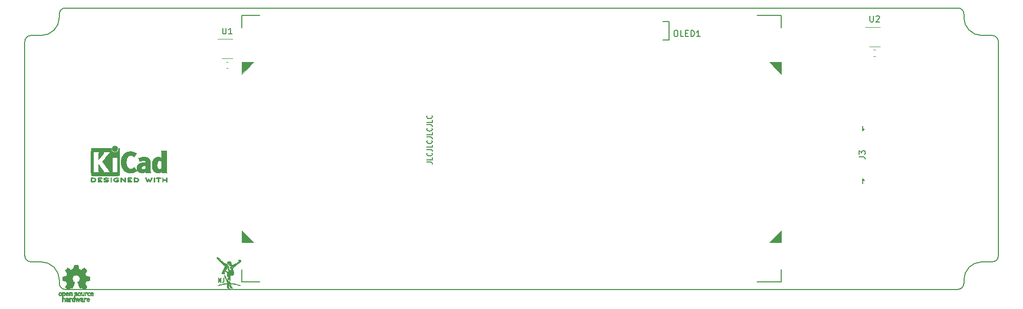
<source format=gbr>
%TF.GenerationSoftware,KiCad,Pcbnew,5.1.9-73d0e3b20d~88~ubuntu18.04.1*%
%TF.CreationDate,2021-01-03T17:57:53+01:00*%
%TF.ProjectId,ss_frontpanel_inner_plate,73735f66-726f-46e7-9470-616e656c5f69,rev?*%
%TF.SameCoordinates,Original*%
%TF.FileFunction,Legend,Top*%
%TF.FilePolarity,Positive*%
%FSLAX46Y46*%
G04 Gerber Fmt 4.6, Leading zero omitted, Abs format (unit mm)*
G04 Created by KiCad (PCBNEW 5.1.9-73d0e3b20d~88~ubuntu18.04.1) date 2021-01-03 17:57:53*
%MOMM*%
%LPD*%
G01*
G04 APERTURE LIST*
%ADD10C,0.150000*%
%ADD11C,0.200000*%
%ADD12C,0.100000*%
%ADD13C,0.010000*%
%ADD14C,0.120000*%
G04 APERTURE END LIST*
D10*
X101571428Y-96611904D02*
X101571428Y-95811904D01*
X101771428Y-96383333D01*
X101971428Y-95811904D01*
X101971428Y-96611904D01*
X102428571Y-95811904D02*
X102428571Y-96383333D01*
X102400000Y-96497619D01*
X102342857Y-96573809D01*
X102257142Y-96611904D01*
X102200000Y-96611904D01*
X136007142Y-76695238D02*
X136650000Y-76695238D01*
X136778571Y-76733333D01*
X136864285Y-76809523D01*
X136907142Y-76923809D01*
X136907142Y-77000000D01*
X136907142Y-75933333D02*
X136907142Y-76314285D01*
X136007142Y-76314285D01*
X136821428Y-75209523D02*
X136864285Y-75247619D01*
X136907142Y-75361904D01*
X136907142Y-75438095D01*
X136864285Y-75552380D01*
X136778571Y-75628571D01*
X136692857Y-75666666D01*
X136521428Y-75704761D01*
X136392857Y-75704761D01*
X136221428Y-75666666D01*
X136135714Y-75628571D01*
X136050000Y-75552380D01*
X136007142Y-75438095D01*
X136007142Y-75361904D01*
X136050000Y-75247619D01*
X136092857Y-75209523D01*
X136007142Y-74638095D02*
X136650000Y-74638095D01*
X136778571Y-74676190D01*
X136864285Y-74752380D01*
X136907142Y-74866666D01*
X136907142Y-74942857D01*
X136907142Y-73876190D02*
X136907142Y-74257142D01*
X136007142Y-74257142D01*
X136821428Y-73152380D02*
X136864285Y-73190476D01*
X136907142Y-73304761D01*
X136907142Y-73380952D01*
X136864285Y-73495238D01*
X136778571Y-73571428D01*
X136692857Y-73609523D01*
X136521428Y-73647619D01*
X136392857Y-73647619D01*
X136221428Y-73609523D01*
X136135714Y-73571428D01*
X136050000Y-73495238D01*
X136007142Y-73380952D01*
X136007142Y-73304761D01*
X136050000Y-73190476D01*
X136092857Y-73152380D01*
X136007142Y-72580952D02*
X136650000Y-72580952D01*
X136778571Y-72619047D01*
X136864285Y-72695238D01*
X136907142Y-72809523D01*
X136907142Y-72885714D01*
X136907142Y-71819047D02*
X136907142Y-72200000D01*
X136007142Y-72200000D01*
X136821428Y-71095238D02*
X136864285Y-71133333D01*
X136907142Y-71247619D01*
X136907142Y-71323809D01*
X136864285Y-71438095D01*
X136778571Y-71514285D01*
X136692857Y-71552380D01*
X136521428Y-71590476D01*
X136392857Y-71590476D01*
X136221428Y-71552380D01*
X136135714Y-71514285D01*
X136050000Y-71438095D01*
X136007142Y-71323809D01*
X136007142Y-71247619D01*
X136050000Y-71133333D01*
X136092857Y-71095238D01*
X136007142Y-70523809D02*
X136650000Y-70523809D01*
X136778571Y-70561904D01*
X136864285Y-70638095D01*
X136907142Y-70752380D01*
X136907142Y-70828571D01*
X136907142Y-69761904D02*
X136907142Y-70142857D01*
X136007142Y-70142857D01*
X136821428Y-69038095D02*
X136864285Y-69076190D01*
X136907142Y-69190476D01*
X136907142Y-69266666D01*
X136864285Y-69380952D01*
X136778571Y-69457142D01*
X136692857Y-69495238D01*
X136521428Y-69533333D01*
X136392857Y-69533333D01*
X136221428Y-69495238D01*
X136135714Y-69457142D01*
X136050000Y-69380952D01*
X136007142Y-69266666D01*
X136007142Y-69190476D01*
X136050000Y-69076190D01*
X136092857Y-69038095D01*
X75250000Y-52800000D02*
G75*
G02*
X72250000Y-55800000I-3000000J0D01*
G01*
X152750000Y-97750000D02*
X223750000Y-97750000D01*
X69550000Y-56800000D02*
G75*
G02*
X70550000Y-55800000I1000000J0D01*
G01*
X76250000Y-97750001D02*
X147250000Y-97750000D01*
X224750000Y-52800000D02*
X224750000Y-52250000D01*
X229450000Y-55800000D02*
X227750000Y-55800000D01*
X147250001Y-51250001D02*
X76250000Y-51250000D01*
X227750000Y-93200000D02*
X229450000Y-93200000D01*
X76250000Y-97750001D02*
G75*
G02*
X75250000Y-96750001I0J1000000D01*
G01*
X75250000Y-52250000D02*
G75*
G02*
X76250000Y-51250000I1000000J0D01*
G01*
X223750000Y-51250000D02*
X152750000Y-51250001D01*
X69550000Y-56800000D02*
X69550000Y-92200000D01*
X224750000Y-96200000D02*
G75*
G02*
X227750000Y-93200000I3000000J0D01*
G01*
X227750000Y-55800000D02*
G75*
G02*
X224750000Y-52800000I0J3000000D01*
G01*
X70550000Y-93200000D02*
G75*
G02*
X69550000Y-92200000I0J1000000D01*
G01*
X75250000Y-96200001D02*
X75250000Y-96750001D01*
X230450000Y-92200000D02*
X230450000Y-56800000D01*
X224750000Y-96750000D02*
X224750000Y-96200001D01*
X230450000Y-92200000D02*
G75*
G02*
X229450000Y-93200000I-1000000J0D01*
G01*
X152750000Y-51250001D02*
X147250001Y-51250001D01*
X223750000Y-51250000D02*
G75*
G02*
X224750000Y-52250000I0J-1000000D01*
G01*
X75250000Y-52250000D02*
X75250000Y-52800000D01*
X224750000Y-96750000D02*
G75*
G02*
X223750000Y-97750000I-1000000J0D01*
G01*
X72250000Y-55800000D02*
X70550000Y-55800000D01*
X72250000Y-93200001D02*
G75*
G02*
X75250000Y-96200001I0J-3000000D01*
G01*
X70550000Y-93200000D02*
X72250000Y-93200000D01*
X229450000Y-55800000D02*
G75*
G02*
X230450000Y-56800000I0J-1000000D01*
G01*
X147250000Y-97750000D02*
X152750000Y-97750000D01*
D11*
%TO.C,OLED1*%
X105400000Y-54500000D02*
X105400000Y-52500000D01*
X105400000Y-52500000D02*
X108400000Y-52500000D01*
X105400000Y-94500000D02*
X105400000Y-96500000D01*
X105400000Y-96500000D02*
X108400000Y-96500000D01*
X194600000Y-94500000D02*
X194600000Y-96500000D01*
X194600000Y-96500000D02*
X190600000Y-96500000D01*
X190600000Y-52500000D02*
X194600000Y-52500000D01*
X194600000Y-52500000D02*
X194600000Y-54500000D01*
X175000000Y-53500000D02*
X176000000Y-53500000D01*
X176000000Y-53500000D02*
X176000000Y-56500000D01*
X176000000Y-56500000D02*
X175000000Y-56500000D01*
D12*
G36*
X107400000Y-90000000D02*
G01*
X105400000Y-90000000D01*
X105400000Y-88000000D01*
X107400000Y-90000000D01*
G37*
X107400000Y-90000000D02*
X105400000Y-90000000D01*
X105400000Y-88000000D01*
X107400000Y-90000000D01*
G36*
X105400000Y-62200000D02*
G01*
X105400000Y-60200000D01*
X107400000Y-60200000D01*
X105400000Y-62200000D01*
G37*
X105400000Y-62200000D02*
X105400000Y-60200000D01*
X107400000Y-60200000D01*
X105400000Y-62200000D01*
G36*
X192600000Y-60200000D02*
G01*
X194600000Y-60200000D01*
X194600000Y-62200000D01*
X192600000Y-60200000D01*
G37*
X192600000Y-60200000D02*
X194600000Y-60200000D01*
X194600000Y-62200000D01*
X192600000Y-60200000D01*
G36*
X194600000Y-88000000D02*
G01*
X194600000Y-90000000D01*
X192600000Y-90000000D01*
X194600000Y-88000000D01*
G37*
X194600000Y-88000000D02*
X194600000Y-90000000D01*
X192600000Y-90000000D01*
X194600000Y-88000000D01*
D13*
%TO.C,Logo_OSHW1*%
G36*
X78376964Y-94040018D02*
G01*
X78433812Y-94341570D01*
X78853338Y-94514512D01*
X79104984Y-94343395D01*
X79175458Y-94295750D01*
X79239163Y-94253210D01*
X79293126Y-94217715D01*
X79334373Y-94191210D01*
X79359934Y-94175636D01*
X79366895Y-94172278D01*
X79379435Y-94180914D01*
X79406231Y-94204792D01*
X79444280Y-94240859D01*
X79490579Y-94286067D01*
X79542123Y-94337364D01*
X79595909Y-94391701D01*
X79648935Y-94446028D01*
X79698195Y-94497295D01*
X79740687Y-94542451D01*
X79773407Y-94578446D01*
X79793351Y-94602230D01*
X79798119Y-94610190D01*
X79791257Y-94624865D01*
X79772020Y-94657014D01*
X79742430Y-94703492D01*
X79704510Y-94761156D01*
X79660282Y-94826860D01*
X79634654Y-94864336D01*
X79587941Y-94932768D01*
X79546432Y-94994520D01*
X79512140Y-95046519D01*
X79487080Y-95085692D01*
X79473264Y-95108965D01*
X79471188Y-95113855D01*
X79475895Y-95127755D01*
X79488723Y-95160150D01*
X79507738Y-95206485D01*
X79531003Y-95262206D01*
X79556584Y-95322758D01*
X79582545Y-95383586D01*
X79606950Y-95440136D01*
X79627863Y-95487852D01*
X79643349Y-95522181D01*
X79651472Y-95538568D01*
X79651952Y-95539212D01*
X79664707Y-95542341D01*
X79698677Y-95549321D01*
X79750340Y-95559467D01*
X79816176Y-95572092D01*
X79892664Y-95586509D01*
X79937290Y-95594823D01*
X80019021Y-95610384D01*
X80092843Y-95625192D01*
X80155021Y-95638436D01*
X80201822Y-95649305D01*
X80229509Y-95656989D01*
X80235074Y-95659427D01*
X80240526Y-95675930D01*
X80244924Y-95713200D01*
X80248272Y-95766880D01*
X80250574Y-95832612D01*
X80251832Y-95906037D01*
X80252048Y-95982796D01*
X80251227Y-96058532D01*
X80249371Y-96128886D01*
X80246482Y-96189500D01*
X80242565Y-96236016D01*
X80237622Y-96264075D01*
X80234657Y-96269916D01*
X80216934Y-96276917D01*
X80179381Y-96286927D01*
X80126964Y-96298769D01*
X80064652Y-96311267D01*
X80042900Y-96315310D01*
X79938024Y-96334520D01*
X79855180Y-96349991D01*
X79791630Y-96362337D01*
X79744637Y-96372173D01*
X79711463Y-96380114D01*
X79689371Y-96386776D01*
X79675624Y-96392773D01*
X79667484Y-96398719D01*
X79666345Y-96399894D01*
X79654977Y-96418826D01*
X79637635Y-96455669D01*
X79616050Y-96505913D01*
X79591954Y-96565046D01*
X79567079Y-96628556D01*
X79543157Y-96691932D01*
X79521919Y-96750662D01*
X79505097Y-96800235D01*
X79494422Y-96836139D01*
X79491627Y-96853862D01*
X79491860Y-96854483D01*
X79501331Y-96868970D01*
X79522818Y-96900844D01*
X79554063Y-96946789D01*
X79592807Y-97003485D01*
X79636793Y-97067617D01*
X79649319Y-97085842D01*
X79693984Y-97151914D01*
X79733288Y-97212200D01*
X79765088Y-97263235D01*
X79787245Y-97301560D01*
X79797617Y-97323711D01*
X79798119Y-97326432D01*
X79789405Y-97340736D01*
X79765325Y-97369072D01*
X79728976Y-97408396D01*
X79683453Y-97455661D01*
X79631852Y-97507823D01*
X79577267Y-97561835D01*
X79522794Y-97614653D01*
X79471529Y-97663231D01*
X79426567Y-97704523D01*
X79391004Y-97735485D01*
X79367935Y-97753070D01*
X79361554Y-97755941D01*
X79346699Y-97749178D01*
X79316286Y-97730939D01*
X79275268Y-97704297D01*
X79243709Y-97682852D01*
X79186525Y-97643503D01*
X79118806Y-97597171D01*
X79050880Y-97550913D01*
X79014361Y-97526155D01*
X78890752Y-97442547D01*
X78786991Y-97498650D01*
X78739720Y-97523228D01*
X78699523Y-97542331D01*
X78672326Y-97553227D01*
X78665402Y-97554743D01*
X78657077Y-97543549D01*
X78640654Y-97511917D01*
X78617357Y-97462765D01*
X78588414Y-97399010D01*
X78555050Y-97323571D01*
X78518491Y-97239364D01*
X78479964Y-97149308D01*
X78440694Y-97056321D01*
X78401908Y-96963320D01*
X78364830Y-96873223D01*
X78330689Y-96788948D01*
X78300708Y-96713413D01*
X78276116Y-96649534D01*
X78258136Y-96600231D01*
X78247997Y-96568421D01*
X78246366Y-96557496D01*
X78259291Y-96543561D01*
X78287589Y-96520940D01*
X78325346Y-96494333D01*
X78328515Y-96492228D01*
X78426100Y-96414114D01*
X78504786Y-96322982D01*
X78563891Y-96221745D01*
X78602732Y-96113318D01*
X78620628Y-96000614D01*
X78616897Y-95886548D01*
X78590857Y-95774034D01*
X78541825Y-95665985D01*
X78527400Y-95642345D01*
X78452369Y-95546887D01*
X78363730Y-95470232D01*
X78264549Y-95412780D01*
X78157895Y-95374929D01*
X78046836Y-95357078D01*
X77934439Y-95359625D01*
X77823773Y-95382970D01*
X77717906Y-95427510D01*
X77619905Y-95493645D01*
X77589590Y-95520487D01*
X77512438Y-95604512D01*
X77456218Y-95692966D01*
X77417653Y-95792115D01*
X77396174Y-95890303D01*
X77390872Y-96000697D01*
X77408552Y-96111640D01*
X77447419Y-96219381D01*
X77505677Y-96320169D01*
X77581531Y-96410256D01*
X77673183Y-96485892D01*
X77685228Y-96493864D01*
X77723389Y-96519974D01*
X77752399Y-96542595D01*
X77766268Y-96557039D01*
X77766469Y-96557496D01*
X77763492Y-96573121D01*
X77751689Y-96608582D01*
X77732286Y-96660962D01*
X77706512Y-96727345D01*
X77675591Y-96804814D01*
X77640751Y-96890450D01*
X77603217Y-96981337D01*
X77564217Y-97074559D01*
X77524977Y-97167197D01*
X77486724Y-97256335D01*
X77450683Y-97339055D01*
X77418083Y-97412441D01*
X77390148Y-97473575D01*
X77368105Y-97519541D01*
X77353182Y-97547421D01*
X77347172Y-97554743D01*
X77328809Y-97549041D01*
X77294448Y-97533749D01*
X77250016Y-97511599D01*
X77225583Y-97498650D01*
X77121822Y-97442547D01*
X76998213Y-97526155D01*
X76935114Y-97568987D01*
X76866030Y-97616122D01*
X76801293Y-97660503D01*
X76768866Y-97682852D01*
X76723259Y-97713477D01*
X76684640Y-97737747D01*
X76658048Y-97752587D01*
X76649410Y-97755724D01*
X76636839Y-97747261D01*
X76609016Y-97723636D01*
X76568639Y-97687302D01*
X76518405Y-97640711D01*
X76461012Y-97586317D01*
X76424714Y-97551392D01*
X76361210Y-97488996D01*
X76306327Y-97433188D01*
X76262286Y-97386354D01*
X76231305Y-97350882D01*
X76215602Y-97329161D01*
X76214095Y-97324752D01*
X76221086Y-97307985D01*
X76240406Y-97274082D01*
X76269909Y-97226476D01*
X76307455Y-97168599D01*
X76350900Y-97103884D01*
X76363255Y-97085842D01*
X76408273Y-97020267D01*
X76448660Y-96961228D01*
X76482160Y-96912042D01*
X76506514Y-96876028D01*
X76519464Y-96856502D01*
X76520715Y-96854483D01*
X76518844Y-96838922D01*
X76508913Y-96804709D01*
X76492653Y-96756355D01*
X76471795Y-96698371D01*
X76448073Y-96635270D01*
X76423216Y-96571563D01*
X76398958Y-96511761D01*
X76377029Y-96460376D01*
X76359162Y-96421919D01*
X76347087Y-96400902D01*
X76346229Y-96399894D01*
X76338846Y-96393888D01*
X76326375Y-96387948D01*
X76306080Y-96381460D01*
X76275222Y-96373809D01*
X76231066Y-96364380D01*
X76170874Y-96352559D01*
X76091907Y-96337729D01*
X75991430Y-96319277D01*
X75969675Y-96315310D01*
X75905198Y-96302853D01*
X75848989Y-96290666D01*
X75806013Y-96279926D01*
X75781240Y-96271809D01*
X75777918Y-96269916D01*
X75772444Y-96253138D01*
X75767994Y-96215645D01*
X75764572Y-96161794D01*
X75762181Y-96095944D01*
X75760823Y-96022453D01*
X75760501Y-95945680D01*
X75761219Y-95869983D01*
X75762979Y-95799720D01*
X75765784Y-95739250D01*
X75769638Y-95692930D01*
X75774543Y-95665119D01*
X75777500Y-95659427D01*
X75793963Y-95653686D01*
X75831449Y-95644345D01*
X75886225Y-95632215D01*
X75954555Y-95618107D01*
X76032706Y-95602830D01*
X76075284Y-95594823D01*
X76156071Y-95579721D01*
X76228113Y-95566040D01*
X76287889Y-95554467D01*
X76331879Y-95545687D01*
X76356561Y-95540387D01*
X76360623Y-95539212D01*
X76367489Y-95525965D01*
X76382002Y-95494057D01*
X76402229Y-95448047D01*
X76426234Y-95392492D01*
X76452082Y-95331953D01*
X76477840Y-95270986D01*
X76501573Y-95214151D01*
X76521346Y-95166006D01*
X76535224Y-95131110D01*
X76541274Y-95114021D01*
X76541386Y-95113274D01*
X76534528Y-95099793D01*
X76515302Y-95068770D01*
X76485728Y-95023289D01*
X76447827Y-94966432D01*
X76403620Y-94901283D01*
X76377921Y-94863862D01*
X76331093Y-94795247D01*
X76289501Y-94732952D01*
X76255175Y-94680129D01*
X76230143Y-94639927D01*
X76216435Y-94615500D01*
X76214456Y-94610024D01*
X76222966Y-94597278D01*
X76246493Y-94570063D01*
X76282032Y-94531428D01*
X76326577Y-94484423D01*
X76377123Y-94432095D01*
X76430664Y-94377495D01*
X76484195Y-94323670D01*
X76534711Y-94273670D01*
X76579206Y-94230543D01*
X76614675Y-94197339D01*
X76638113Y-94177106D01*
X76645954Y-94172278D01*
X76658720Y-94179067D01*
X76689256Y-94198142D01*
X76734590Y-94227561D01*
X76791756Y-94265381D01*
X76857784Y-94309661D01*
X76907590Y-94343395D01*
X77159236Y-94514512D01*
X77368999Y-94428041D01*
X77578763Y-94341570D01*
X77635611Y-94040018D01*
X77692460Y-93738466D01*
X78320115Y-93738466D01*
X78376964Y-94040018D01*
G37*
X78376964Y-94040018D02*
X78433812Y-94341570D01*
X78853338Y-94514512D01*
X79104984Y-94343395D01*
X79175458Y-94295750D01*
X79239163Y-94253210D01*
X79293126Y-94217715D01*
X79334373Y-94191210D01*
X79359934Y-94175636D01*
X79366895Y-94172278D01*
X79379435Y-94180914D01*
X79406231Y-94204792D01*
X79444280Y-94240859D01*
X79490579Y-94286067D01*
X79542123Y-94337364D01*
X79595909Y-94391701D01*
X79648935Y-94446028D01*
X79698195Y-94497295D01*
X79740687Y-94542451D01*
X79773407Y-94578446D01*
X79793351Y-94602230D01*
X79798119Y-94610190D01*
X79791257Y-94624865D01*
X79772020Y-94657014D01*
X79742430Y-94703492D01*
X79704510Y-94761156D01*
X79660282Y-94826860D01*
X79634654Y-94864336D01*
X79587941Y-94932768D01*
X79546432Y-94994520D01*
X79512140Y-95046519D01*
X79487080Y-95085692D01*
X79473264Y-95108965D01*
X79471188Y-95113855D01*
X79475895Y-95127755D01*
X79488723Y-95160150D01*
X79507738Y-95206485D01*
X79531003Y-95262206D01*
X79556584Y-95322758D01*
X79582545Y-95383586D01*
X79606950Y-95440136D01*
X79627863Y-95487852D01*
X79643349Y-95522181D01*
X79651472Y-95538568D01*
X79651952Y-95539212D01*
X79664707Y-95542341D01*
X79698677Y-95549321D01*
X79750340Y-95559467D01*
X79816176Y-95572092D01*
X79892664Y-95586509D01*
X79937290Y-95594823D01*
X80019021Y-95610384D01*
X80092843Y-95625192D01*
X80155021Y-95638436D01*
X80201822Y-95649305D01*
X80229509Y-95656989D01*
X80235074Y-95659427D01*
X80240526Y-95675930D01*
X80244924Y-95713200D01*
X80248272Y-95766880D01*
X80250574Y-95832612D01*
X80251832Y-95906037D01*
X80252048Y-95982796D01*
X80251227Y-96058532D01*
X80249371Y-96128886D01*
X80246482Y-96189500D01*
X80242565Y-96236016D01*
X80237622Y-96264075D01*
X80234657Y-96269916D01*
X80216934Y-96276917D01*
X80179381Y-96286927D01*
X80126964Y-96298769D01*
X80064652Y-96311267D01*
X80042900Y-96315310D01*
X79938024Y-96334520D01*
X79855180Y-96349991D01*
X79791630Y-96362337D01*
X79744637Y-96372173D01*
X79711463Y-96380114D01*
X79689371Y-96386776D01*
X79675624Y-96392773D01*
X79667484Y-96398719D01*
X79666345Y-96399894D01*
X79654977Y-96418826D01*
X79637635Y-96455669D01*
X79616050Y-96505913D01*
X79591954Y-96565046D01*
X79567079Y-96628556D01*
X79543157Y-96691932D01*
X79521919Y-96750662D01*
X79505097Y-96800235D01*
X79494422Y-96836139D01*
X79491627Y-96853862D01*
X79491860Y-96854483D01*
X79501331Y-96868970D01*
X79522818Y-96900844D01*
X79554063Y-96946789D01*
X79592807Y-97003485D01*
X79636793Y-97067617D01*
X79649319Y-97085842D01*
X79693984Y-97151914D01*
X79733288Y-97212200D01*
X79765088Y-97263235D01*
X79787245Y-97301560D01*
X79797617Y-97323711D01*
X79798119Y-97326432D01*
X79789405Y-97340736D01*
X79765325Y-97369072D01*
X79728976Y-97408396D01*
X79683453Y-97455661D01*
X79631852Y-97507823D01*
X79577267Y-97561835D01*
X79522794Y-97614653D01*
X79471529Y-97663231D01*
X79426567Y-97704523D01*
X79391004Y-97735485D01*
X79367935Y-97753070D01*
X79361554Y-97755941D01*
X79346699Y-97749178D01*
X79316286Y-97730939D01*
X79275268Y-97704297D01*
X79243709Y-97682852D01*
X79186525Y-97643503D01*
X79118806Y-97597171D01*
X79050880Y-97550913D01*
X79014361Y-97526155D01*
X78890752Y-97442547D01*
X78786991Y-97498650D01*
X78739720Y-97523228D01*
X78699523Y-97542331D01*
X78672326Y-97553227D01*
X78665402Y-97554743D01*
X78657077Y-97543549D01*
X78640654Y-97511917D01*
X78617357Y-97462765D01*
X78588414Y-97399010D01*
X78555050Y-97323571D01*
X78518491Y-97239364D01*
X78479964Y-97149308D01*
X78440694Y-97056321D01*
X78401908Y-96963320D01*
X78364830Y-96873223D01*
X78330689Y-96788948D01*
X78300708Y-96713413D01*
X78276116Y-96649534D01*
X78258136Y-96600231D01*
X78247997Y-96568421D01*
X78246366Y-96557496D01*
X78259291Y-96543561D01*
X78287589Y-96520940D01*
X78325346Y-96494333D01*
X78328515Y-96492228D01*
X78426100Y-96414114D01*
X78504786Y-96322982D01*
X78563891Y-96221745D01*
X78602732Y-96113318D01*
X78620628Y-96000614D01*
X78616897Y-95886548D01*
X78590857Y-95774034D01*
X78541825Y-95665985D01*
X78527400Y-95642345D01*
X78452369Y-95546887D01*
X78363730Y-95470232D01*
X78264549Y-95412780D01*
X78157895Y-95374929D01*
X78046836Y-95357078D01*
X77934439Y-95359625D01*
X77823773Y-95382970D01*
X77717906Y-95427510D01*
X77619905Y-95493645D01*
X77589590Y-95520487D01*
X77512438Y-95604512D01*
X77456218Y-95692966D01*
X77417653Y-95792115D01*
X77396174Y-95890303D01*
X77390872Y-96000697D01*
X77408552Y-96111640D01*
X77447419Y-96219381D01*
X77505677Y-96320169D01*
X77581531Y-96410256D01*
X77673183Y-96485892D01*
X77685228Y-96493864D01*
X77723389Y-96519974D01*
X77752399Y-96542595D01*
X77766268Y-96557039D01*
X77766469Y-96557496D01*
X77763492Y-96573121D01*
X77751689Y-96608582D01*
X77732286Y-96660962D01*
X77706512Y-96727345D01*
X77675591Y-96804814D01*
X77640751Y-96890450D01*
X77603217Y-96981337D01*
X77564217Y-97074559D01*
X77524977Y-97167197D01*
X77486724Y-97256335D01*
X77450683Y-97339055D01*
X77418083Y-97412441D01*
X77390148Y-97473575D01*
X77368105Y-97519541D01*
X77353182Y-97547421D01*
X77347172Y-97554743D01*
X77328809Y-97549041D01*
X77294448Y-97533749D01*
X77250016Y-97511599D01*
X77225583Y-97498650D01*
X77121822Y-97442547D01*
X76998213Y-97526155D01*
X76935114Y-97568987D01*
X76866030Y-97616122D01*
X76801293Y-97660503D01*
X76768866Y-97682852D01*
X76723259Y-97713477D01*
X76684640Y-97737747D01*
X76658048Y-97752587D01*
X76649410Y-97755724D01*
X76636839Y-97747261D01*
X76609016Y-97723636D01*
X76568639Y-97687302D01*
X76518405Y-97640711D01*
X76461012Y-97586317D01*
X76424714Y-97551392D01*
X76361210Y-97488996D01*
X76306327Y-97433188D01*
X76262286Y-97386354D01*
X76231305Y-97350882D01*
X76215602Y-97329161D01*
X76214095Y-97324752D01*
X76221086Y-97307985D01*
X76240406Y-97274082D01*
X76269909Y-97226476D01*
X76307455Y-97168599D01*
X76350900Y-97103884D01*
X76363255Y-97085842D01*
X76408273Y-97020267D01*
X76448660Y-96961228D01*
X76482160Y-96912042D01*
X76506514Y-96876028D01*
X76519464Y-96856502D01*
X76520715Y-96854483D01*
X76518844Y-96838922D01*
X76508913Y-96804709D01*
X76492653Y-96756355D01*
X76471795Y-96698371D01*
X76448073Y-96635270D01*
X76423216Y-96571563D01*
X76398958Y-96511761D01*
X76377029Y-96460376D01*
X76359162Y-96421919D01*
X76347087Y-96400902D01*
X76346229Y-96399894D01*
X76338846Y-96393888D01*
X76326375Y-96387948D01*
X76306080Y-96381460D01*
X76275222Y-96373809D01*
X76231066Y-96364380D01*
X76170874Y-96352559D01*
X76091907Y-96337729D01*
X75991430Y-96319277D01*
X75969675Y-96315310D01*
X75905198Y-96302853D01*
X75848989Y-96290666D01*
X75806013Y-96279926D01*
X75781240Y-96271809D01*
X75777918Y-96269916D01*
X75772444Y-96253138D01*
X75767994Y-96215645D01*
X75764572Y-96161794D01*
X75762181Y-96095944D01*
X75760823Y-96022453D01*
X75760501Y-95945680D01*
X75761219Y-95869983D01*
X75762979Y-95799720D01*
X75765784Y-95739250D01*
X75769638Y-95692930D01*
X75774543Y-95665119D01*
X75777500Y-95659427D01*
X75793963Y-95653686D01*
X75831449Y-95644345D01*
X75886225Y-95632215D01*
X75954555Y-95618107D01*
X76032706Y-95602830D01*
X76075284Y-95594823D01*
X76156071Y-95579721D01*
X76228113Y-95566040D01*
X76287889Y-95554467D01*
X76331879Y-95545687D01*
X76356561Y-95540387D01*
X76360623Y-95539212D01*
X76367489Y-95525965D01*
X76382002Y-95494057D01*
X76402229Y-95448047D01*
X76426234Y-95392492D01*
X76452082Y-95331953D01*
X76477840Y-95270986D01*
X76501573Y-95214151D01*
X76521346Y-95166006D01*
X76535224Y-95131110D01*
X76541274Y-95114021D01*
X76541386Y-95113274D01*
X76534528Y-95099793D01*
X76515302Y-95068770D01*
X76485728Y-95023289D01*
X76447827Y-94966432D01*
X76403620Y-94901283D01*
X76377921Y-94863862D01*
X76331093Y-94795247D01*
X76289501Y-94732952D01*
X76255175Y-94680129D01*
X76230143Y-94639927D01*
X76216435Y-94615500D01*
X76214456Y-94610024D01*
X76222966Y-94597278D01*
X76246493Y-94570063D01*
X76282032Y-94531428D01*
X76326577Y-94484423D01*
X76377123Y-94432095D01*
X76430664Y-94377495D01*
X76484195Y-94323670D01*
X76534711Y-94273670D01*
X76579206Y-94230543D01*
X76614675Y-94197339D01*
X76638113Y-94177106D01*
X76645954Y-94172278D01*
X76658720Y-94179067D01*
X76689256Y-94198142D01*
X76734590Y-94227561D01*
X76791756Y-94265381D01*
X76857784Y-94309661D01*
X76907590Y-94343395D01*
X77159236Y-94514512D01*
X77368999Y-94428041D01*
X77578763Y-94341570D01*
X77635611Y-94040018D01*
X77692460Y-93738466D01*
X78320115Y-93738466D01*
X78376964Y-94040018D01*
G36*
X79799460Y-98208030D02*
G01*
X79842711Y-98221245D01*
X79870558Y-98237941D01*
X79879629Y-98251145D01*
X79877132Y-98266797D01*
X79860931Y-98291385D01*
X79847232Y-98308800D01*
X79818992Y-98340283D01*
X79797775Y-98353529D01*
X79779688Y-98352664D01*
X79726035Y-98339010D01*
X79686630Y-98339630D01*
X79654632Y-98355104D01*
X79643890Y-98364161D01*
X79609505Y-98396027D01*
X79609505Y-98812179D01*
X79471188Y-98812179D01*
X79471188Y-98208614D01*
X79540347Y-98208614D01*
X79581869Y-98210256D01*
X79603291Y-98216087D01*
X79609502Y-98227461D01*
X79609505Y-98227798D01*
X79612439Y-98239713D01*
X79625704Y-98238159D01*
X79644084Y-98229563D01*
X79682046Y-98213568D01*
X79712872Y-98203945D01*
X79752536Y-98201478D01*
X79799460Y-98208030D01*
G37*
X79799460Y-98208030D02*
X79842711Y-98221245D01*
X79870558Y-98237941D01*
X79879629Y-98251145D01*
X79877132Y-98266797D01*
X79860931Y-98291385D01*
X79847232Y-98308800D01*
X79818992Y-98340283D01*
X79797775Y-98353529D01*
X79779688Y-98352664D01*
X79726035Y-98339010D01*
X79686630Y-98339630D01*
X79654632Y-98355104D01*
X79643890Y-98364161D01*
X79609505Y-98396027D01*
X79609505Y-98812179D01*
X79471188Y-98812179D01*
X79471188Y-98208614D01*
X79540347Y-98208614D01*
X79581869Y-98210256D01*
X79603291Y-98216087D01*
X79609502Y-98227461D01*
X79609505Y-98227798D01*
X79612439Y-98239713D01*
X79625704Y-98238159D01*
X79644084Y-98229563D01*
X79682046Y-98213568D01*
X79712872Y-98203945D01*
X79752536Y-98201478D01*
X79799460Y-98208030D01*
G36*
X77245988Y-98219002D02*
G01*
X77277283Y-98233950D01*
X77307591Y-98255541D01*
X77330682Y-98280391D01*
X77347500Y-98312087D01*
X77358994Y-98354214D01*
X77366109Y-98410358D01*
X77369793Y-98484106D01*
X77370992Y-98579044D01*
X77371011Y-98588985D01*
X77371287Y-98812179D01*
X77232970Y-98812179D01*
X77232970Y-98606418D01*
X77232872Y-98530189D01*
X77232191Y-98474939D01*
X77230349Y-98436501D01*
X77226767Y-98410706D01*
X77220868Y-98393384D01*
X77212073Y-98380368D01*
X77199820Y-98367507D01*
X77156953Y-98339873D01*
X77110157Y-98334745D01*
X77065576Y-98352217D01*
X77050072Y-98365221D01*
X77038690Y-98377447D01*
X77030519Y-98390540D01*
X77025026Y-98408615D01*
X77021680Y-98435787D01*
X77019949Y-98476170D01*
X77019303Y-98533879D01*
X77019208Y-98604132D01*
X77019208Y-98812179D01*
X76880891Y-98812179D01*
X76880891Y-98208614D01*
X76950050Y-98208614D01*
X76991572Y-98210256D01*
X77012994Y-98216087D01*
X77019205Y-98227461D01*
X77019208Y-98227798D01*
X77022090Y-98238938D01*
X77034801Y-98237674D01*
X77060074Y-98225434D01*
X77117395Y-98207424D01*
X77182963Y-98205421D01*
X77245988Y-98219002D01*
G37*
X77245988Y-98219002D02*
X77277283Y-98233950D01*
X77307591Y-98255541D01*
X77330682Y-98280391D01*
X77347500Y-98312087D01*
X77358994Y-98354214D01*
X77366109Y-98410358D01*
X77369793Y-98484106D01*
X77370992Y-98579044D01*
X77371011Y-98588985D01*
X77371287Y-98812179D01*
X77232970Y-98812179D01*
X77232970Y-98606418D01*
X77232872Y-98530189D01*
X77232191Y-98474939D01*
X77230349Y-98436501D01*
X77226767Y-98410706D01*
X77220868Y-98393384D01*
X77212073Y-98380368D01*
X77199820Y-98367507D01*
X77156953Y-98339873D01*
X77110157Y-98334745D01*
X77065576Y-98352217D01*
X77050072Y-98365221D01*
X77038690Y-98377447D01*
X77030519Y-98390540D01*
X77025026Y-98408615D01*
X77021680Y-98435787D01*
X77019949Y-98476170D01*
X77019303Y-98533879D01*
X77019208Y-98604132D01*
X77019208Y-98812179D01*
X76880891Y-98812179D01*
X76880891Y-98208614D01*
X76950050Y-98208614D01*
X76991572Y-98210256D01*
X77012994Y-98216087D01*
X77019205Y-98227461D01*
X77019208Y-98227798D01*
X77022090Y-98238938D01*
X77034801Y-98237674D01*
X77060074Y-98225434D01*
X77117395Y-98207424D01*
X77182963Y-98205421D01*
X77245988Y-98219002D01*
G36*
X80677898Y-98206457D02*
G01*
X80710096Y-98214279D01*
X80771825Y-98242921D01*
X80824610Y-98286667D01*
X80861141Y-98339117D01*
X80866160Y-98350893D01*
X80873045Y-98381740D01*
X80877864Y-98427371D01*
X80879505Y-98473492D01*
X80879505Y-98560693D01*
X80697178Y-98560693D01*
X80621979Y-98560978D01*
X80569003Y-98562704D01*
X80535325Y-98567181D01*
X80518020Y-98575720D01*
X80514163Y-98589630D01*
X80520829Y-98610222D01*
X80532770Y-98634315D01*
X80566080Y-98674525D01*
X80612368Y-98694558D01*
X80668944Y-98693905D01*
X80733031Y-98672101D01*
X80788417Y-98645193D01*
X80834375Y-98681532D01*
X80880333Y-98717872D01*
X80837096Y-98757819D01*
X80779374Y-98795563D01*
X80708386Y-98818320D01*
X80632029Y-98824688D01*
X80558199Y-98813268D01*
X80546287Y-98809393D01*
X80481399Y-98775506D01*
X80433130Y-98724986D01*
X80400465Y-98656325D01*
X80382385Y-98568014D01*
X80382175Y-98566121D01*
X80380556Y-98469878D01*
X80387100Y-98435542D01*
X80514852Y-98435542D01*
X80526584Y-98440822D01*
X80558438Y-98444867D01*
X80605397Y-98447176D01*
X80635154Y-98447525D01*
X80690648Y-98447306D01*
X80725346Y-98445916D01*
X80743601Y-98442251D01*
X80749766Y-98435210D01*
X80748195Y-98423690D01*
X80746878Y-98419233D01*
X80724382Y-98377355D01*
X80689003Y-98343604D01*
X80657780Y-98328773D01*
X80616301Y-98329668D01*
X80574269Y-98348164D01*
X80539012Y-98378786D01*
X80517854Y-98416062D01*
X80514852Y-98435542D01*
X80387100Y-98435542D01*
X80396690Y-98385229D01*
X80428698Y-98314191D01*
X80474701Y-98258779D01*
X80532821Y-98221009D01*
X80601180Y-98202896D01*
X80677898Y-98206457D01*
G37*
X80677898Y-98206457D02*
X80710096Y-98214279D01*
X80771825Y-98242921D01*
X80824610Y-98286667D01*
X80861141Y-98339117D01*
X80866160Y-98350893D01*
X80873045Y-98381740D01*
X80877864Y-98427371D01*
X80879505Y-98473492D01*
X80879505Y-98560693D01*
X80697178Y-98560693D01*
X80621979Y-98560978D01*
X80569003Y-98562704D01*
X80535325Y-98567181D01*
X80518020Y-98575720D01*
X80514163Y-98589630D01*
X80520829Y-98610222D01*
X80532770Y-98634315D01*
X80566080Y-98674525D01*
X80612368Y-98694558D01*
X80668944Y-98693905D01*
X80733031Y-98672101D01*
X80788417Y-98645193D01*
X80834375Y-98681532D01*
X80880333Y-98717872D01*
X80837096Y-98757819D01*
X80779374Y-98795563D01*
X80708386Y-98818320D01*
X80632029Y-98824688D01*
X80558199Y-98813268D01*
X80546287Y-98809393D01*
X80481399Y-98775506D01*
X80433130Y-98724986D01*
X80400465Y-98656325D01*
X80382385Y-98568014D01*
X80382175Y-98566121D01*
X80380556Y-98469878D01*
X80387100Y-98435542D01*
X80514852Y-98435542D01*
X80526584Y-98440822D01*
X80558438Y-98444867D01*
X80605397Y-98447176D01*
X80635154Y-98447525D01*
X80690648Y-98447306D01*
X80725346Y-98445916D01*
X80743601Y-98442251D01*
X80749766Y-98435210D01*
X80748195Y-98423690D01*
X80746878Y-98419233D01*
X80724382Y-98377355D01*
X80689003Y-98343604D01*
X80657780Y-98328773D01*
X80616301Y-98329668D01*
X80574269Y-98348164D01*
X80539012Y-98378786D01*
X80517854Y-98416062D01*
X80514852Y-98435542D01*
X80387100Y-98435542D01*
X80396690Y-98385229D01*
X80428698Y-98314191D01*
X80474701Y-98258779D01*
X80532821Y-98221009D01*
X80601180Y-98202896D01*
X80677898Y-98206457D01*
G36*
X80217226Y-98213880D02*
G01*
X80290080Y-98244830D01*
X80313027Y-98259895D01*
X80342354Y-98283048D01*
X80360764Y-98301253D01*
X80363961Y-98307183D01*
X80354935Y-98320340D01*
X80331837Y-98342667D01*
X80313344Y-98358250D01*
X80262728Y-98398926D01*
X80222760Y-98365295D01*
X80191874Y-98343584D01*
X80161759Y-98336090D01*
X80127292Y-98337920D01*
X80072561Y-98351528D01*
X80034886Y-98379772D01*
X80011991Y-98425433D01*
X80001597Y-98491289D01*
X80001595Y-98491331D01*
X80002494Y-98564939D01*
X80016463Y-98618946D01*
X80044328Y-98655716D01*
X80063325Y-98668168D01*
X80113776Y-98683673D01*
X80167663Y-98683683D01*
X80214546Y-98668638D01*
X80225644Y-98661287D01*
X80253476Y-98642511D01*
X80275236Y-98639434D01*
X80298704Y-98653409D01*
X80324649Y-98678510D01*
X80365716Y-98720880D01*
X80320121Y-98758464D01*
X80249674Y-98800882D01*
X80170233Y-98821785D01*
X80087215Y-98820272D01*
X80032694Y-98806411D01*
X79968970Y-98772135D01*
X79918005Y-98718212D01*
X79894851Y-98680149D01*
X79876099Y-98625536D01*
X79866715Y-98556369D01*
X79866643Y-98481407D01*
X79875824Y-98409409D01*
X79894199Y-98349137D01*
X79897093Y-98342958D01*
X79939952Y-98282351D01*
X79997979Y-98238224D01*
X80066591Y-98211493D01*
X80141201Y-98203073D01*
X80217226Y-98213880D01*
G37*
X80217226Y-98213880D02*
X80290080Y-98244830D01*
X80313027Y-98259895D01*
X80342354Y-98283048D01*
X80360764Y-98301253D01*
X80363961Y-98307183D01*
X80354935Y-98320340D01*
X80331837Y-98342667D01*
X80313344Y-98358250D01*
X80262728Y-98398926D01*
X80222760Y-98365295D01*
X80191874Y-98343584D01*
X80161759Y-98336090D01*
X80127292Y-98337920D01*
X80072561Y-98351528D01*
X80034886Y-98379772D01*
X80011991Y-98425433D01*
X80001597Y-98491289D01*
X80001595Y-98491331D01*
X80002494Y-98564939D01*
X80016463Y-98618946D01*
X80044328Y-98655716D01*
X80063325Y-98668168D01*
X80113776Y-98683673D01*
X80167663Y-98683683D01*
X80214546Y-98668638D01*
X80225644Y-98661287D01*
X80253476Y-98642511D01*
X80275236Y-98639434D01*
X80298704Y-98653409D01*
X80324649Y-98678510D01*
X80365716Y-98720880D01*
X80320121Y-98758464D01*
X80249674Y-98800882D01*
X80170233Y-98821785D01*
X80087215Y-98820272D01*
X80032694Y-98806411D01*
X79968970Y-98772135D01*
X79918005Y-98718212D01*
X79894851Y-98680149D01*
X79876099Y-98625536D01*
X79866715Y-98556369D01*
X79866643Y-98481407D01*
X79875824Y-98409409D01*
X79894199Y-98349137D01*
X79897093Y-98342958D01*
X79939952Y-98282351D01*
X79997979Y-98238224D01*
X80066591Y-98211493D01*
X80141201Y-98203073D01*
X80217226Y-98213880D01*
G36*
X78993367Y-98404342D02*
G01*
X78994555Y-98496563D01*
X78998897Y-98566610D01*
X79007558Y-98617381D01*
X79021704Y-98651772D01*
X79042500Y-98672679D01*
X79071110Y-98683000D01*
X79106535Y-98685636D01*
X79143636Y-98682682D01*
X79171818Y-98671889D01*
X79192243Y-98650360D01*
X79206079Y-98615199D01*
X79214491Y-98563510D01*
X79218643Y-98492394D01*
X79219703Y-98404342D01*
X79219703Y-98208614D01*
X79358020Y-98208614D01*
X79358020Y-98812179D01*
X79288862Y-98812179D01*
X79247170Y-98810489D01*
X79225701Y-98804556D01*
X79219703Y-98793293D01*
X79216091Y-98783261D01*
X79201714Y-98785383D01*
X79172736Y-98799580D01*
X79106319Y-98821480D01*
X79035875Y-98819928D01*
X78968377Y-98796147D01*
X78936233Y-98777362D01*
X78911715Y-98757022D01*
X78893804Y-98731573D01*
X78881479Y-98697458D01*
X78873723Y-98651121D01*
X78869516Y-98589007D01*
X78867840Y-98507561D01*
X78867624Y-98444578D01*
X78867624Y-98208614D01*
X78993367Y-98208614D01*
X78993367Y-98404342D01*
G37*
X78993367Y-98404342D02*
X78994555Y-98496563D01*
X78998897Y-98566610D01*
X79007558Y-98617381D01*
X79021704Y-98651772D01*
X79042500Y-98672679D01*
X79071110Y-98683000D01*
X79106535Y-98685636D01*
X79143636Y-98682682D01*
X79171818Y-98671889D01*
X79192243Y-98650360D01*
X79206079Y-98615199D01*
X79214491Y-98563510D01*
X79218643Y-98492394D01*
X79219703Y-98404342D01*
X79219703Y-98208614D01*
X79358020Y-98208614D01*
X79358020Y-98812179D01*
X79288862Y-98812179D01*
X79247170Y-98810489D01*
X79225701Y-98804556D01*
X79219703Y-98793293D01*
X79216091Y-98783261D01*
X79201714Y-98785383D01*
X79172736Y-98799580D01*
X79106319Y-98821480D01*
X79035875Y-98819928D01*
X78968377Y-98796147D01*
X78936233Y-98777362D01*
X78911715Y-98757022D01*
X78893804Y-98731573D01*
X78881479Y-98697458D01*
X78873723Y-98651121D01*
X78869516Y-98589007D01*
X78867840Y-98507561D01*
X78867624Y-98444578D01*
X78867624Y-98208614D01*
X78993367Y-98208614D01*
X78993367Y-98404342D01*
G36*
X78610762Y-98216055D02*
G01*
X78674363Y-98250692D01*
X78724123Y-98305372D01*
X78747568Y-98349842D01*
X78757634Y-98389121D01*
X78764156Y-98445116D01*
X78766951Y-98509621D01*
X78765836Y-98574429D01*
X78760626Y-98631334D01*
X78754541Y-98661727D01*
X78734014Y-98703306D01*
X78698463Y-98747468D01*
X78655619Y-98786087D01*
X78613211Y-98811034D01*
X78612177Y-98811430D01*
X78559553Y-98822331D01*
X78497188Y-98822601D01*
X78437924Y-98812676D01*
X78415040Y-98804722D01*
X78356102Y-98771300D01*
X78313890Y-98727511D01*
X78286156Y-98669538D01*
X78270651Y-98593565D01*
X78267143Y-98553771D01*
X78267590Y-98503766D01*
X78402376Y-98503766D01*
X78406917Y-98576732D01*
X78419986Y-98632334D01*
X78440756Y-98667861D01*
X78455552Y-98678020D01*
X78493464Y-98685104D01*
X78538527Y-98683007D01*
X78577487Y-98672812D01*
X78587704Y-98667204D01*
X78614659Y-98634538D01*
X78632451Y-98584545D01*
X78640024Y-98523705D01*
X78636325Y-98458497D01*
X78628057Y-98419253D01*
X78604320Y-98373805D01*
X78566849Y-98345396D01*
X78521720Y-98335573D01*
X78475011Y-98345887D01*
X78439132Y-98371112D01*
X78420277Y-98391925D01*
X78409272Y-98412439D01*
X78404026Y-98440203D01*
X78402449Y-98482762D01*
X78402376Y-98503766D01*
X78267590Y-98503766D01*
X78268094Y-98447580D01*
X78285388Y-98360501D01*
X78319029Y-98292530D01*
X78369018Y-98243664D01*
X78435356Y-98213899D01*
X78449601Y-98210448D01*
X78535210Y-98202345D01*
X78610762Y-98216055D01*
G37*
X78610762Y-98216055D02*
X78674363Y-98250692D01*
X78724123Y-98305372D01*
X78747568Y-98349842D01*
X78757634Y-98389121D01*
X78764156Y-98445116D01*
X78766951Y-98509621D01*
X78765836Y-98574429D01*
X78760626Y-98631334D01*
X78754541Y-98661727D01*
X78734014Y-98703306D01*
X78698463Y-98747468D01*
X78655619Y-98786087D01*
X78613211Y-98811034D01*
X78612177Y-98811430D01*
X78559553Y-98822331D01*
X78497188Y-98822601D01*
X78437924Y-98812676D01*
X78415040Y-98804722D01*
X78356102Y-98771300D01*
X78313890Y-98727511D01*
X78286156Y-98669538D01*
X78270651Y-98593565D01*
X78267143Y-98553771D01*
X78267590Y-98503766D01*
X78402376Y-98503766D01*
X78406917Y-98576732D01*
X78419986Y-98632334D01*
X78440756Y-98667861D01*
X78455552Y-98678020D01*
X78493464Y-98685104D01*
X78538527Y-98683007D01*
X78577487Y-98672812D01*
X78587704Y-98667204D01*
X78614659Y-98634538D01*
X78632451Y-98584545D01*
X78640024Y-98523705D01*
X78636325Y-98458497D01*
X78628057Y-98419253D01*
X78604320Y-98373805D01*
X78566849Y-98345396D01*
X78521720Y-98335573D01*
X78475011Y-98345887D01*
X78439132Y-98371112D01*
X78420277Y-98391925D01*
X78409272Y-98412439D01*
X78404026Y-98440203D01*
X78402449Y-98482762D01*
X78402376Y-98503766D01*
X78267590Y-98503766D01*
X78268094Y-98447580D01*
X78285388Y-98360501D01*
X78319029Y-98292530D01*
X78369018Y-98243664D01*
X78435356Y-98213899D01*
X78449601Y-98210448D01*
X78535210Y-98202345D01*
X78610762Y-98216055D01*
G36*
X78014017Y-98206452D02*
G01*
X78061634Y-98215482D01*
X78111034Y-98234370D01*
X78116312Y-98236777D01*
X78153774Y-98256476D01*
X78179717Y-98274781D01*
X78188103Y-98286508D01*
X78180117Y-98305632D01*
X78160720Y-98333850D01*
X78152110Y-98344384D01*
X78116628Y-98385847D01*
X78070885Y-98358858D01*
X78027350Y-98340878D01*
X77977050Y-98331267D01*
X77928812Y-98330660D01*
X77891467Y-98339691D01*
X77882505Y-98345327D01*
X77865437Y-98371171D01*
X77863363Y-98400941D01*
X77876134Y-98424197D01*
X77883688Y-98428708D01*
X77906325Y-98434309D01*
X77946115Y-98440892D01*
X77995166Y-98447183D01*
X78004215Y-98448170D01*
X78082996Y-98461798D01*
X78140136Y-98484946D01*
X78178030Y-98519752D01*
X78199079Y-98568354D01*
X78205635Y-98627718D01*
X78196577Y-98695198D01*
X78167164Y-98748188D01*
X78117278Y-98786783D01*
X78046800Y-98811081D01*
X77968565Y-98820667D01*
X77904766Y-98820552D01*
X77853016Y-98811845D01*
X77817673Y-98799825D01*
X77773017Y-98778880D01*
X77731747Y-98754574D01*
X77717079Y-98743876D01*
X77679357Y-98713084D01*
X77724852Y-98667049D01*
X77770347Y-98621013D01*
X77822072Y-98655243D01*
X77873952Y-98680952D01*
X77929351Y-98694399D01*
X77982605Y-98695818D01*
X78028049Y-98685443D01*
X78060016Y-98663507D01*
X78070338Y-98644998D01*
X78068789Y-98615314D01*
X78043140Y-98592615D01*
X77993460Y-98576940D01*
X77939031Y-98569695D01*
X77855264Y-98555873D01*
X77793033Y-98529796D01*
X77751507Y-98490699D01*
X77729853Y-98437820D01*
X77726853Y-98375126D01*
X77741671Y-98309642D01*
X77775454Y-98260144D01*
X77828505Y-98226408D01*
X77901126Y-98208207D01*
X77954928Y-98204639D01*
X78014017Y-98206452D01*
G37*
X78014017Y-98206452D02*
X78061634Y-98215482D01*
X78111034Y-98234370D01*
X78116312Y-98236777D01*
X78153774Y-98256476D01*
X78179717Y-98274781D01*
X78188103Y-98286508D01*
X78180117Y-98305632D01*
X78160720Y-98333850D01*
X78152110Y-98344384D01*
X78116628Y-98385847D01*
X78070885Y-98358858D01*
X78027350Y-98340878D01*
X77977050Y-98331267D01*
X77928812Y-98330660D01*
X77891467Y-98339691D01*
X77882505Y-98345327D01*
X77865437Y-98371171D01*
X77863363Y-98400941D01*
X77876134Y-98424197D01*
X77883688Y-98428708D01*
X77906325Y-98434309D01*
X77946115Y-98440892D01*
X77995166Y-98447183D01*
X78004215Y-98448170D01*
X78082996Y-98461798D01*
X78140136Y-98484946D01*
X78178030Y-98519752D01*
X78199079Y-98568354D01*
X78205635Y-98627718D01*
X78196577Y-98695198D01*
X78167164Y-98748188D01*
X78117278Y-98786783D01*
X78046800Y-98811081D01*
X77968565Y-98820667D01*
X77904766Y-98820552D01*
X77853016Y-98811845D01*
X77817673Y-98799825D01*
X77773017Y-98778880D01*
X77731747Y-98754574D01*
X77717079Y-98743876D01*
X77679357Y-98713084D01*
X77724852Y-98667049D01*
X77770347Y-98621013D01*
X77822072Y-98655243D01*
X77873952Y-98680952D01*
X77929351Y-98694399D01*
X77982605Y-98695818D01*
X78028049Y-98685443D01*
X78060016Y-98663507D01*
X78070338Y-98644998D01*
X78068789Y-98615314D01*
X78043140Y-98592615D01*
X77993460Y-98576940D01*
X77939031Y-98569695D01*
X77855264Y-98555873D01*
X77793033Y-98529796D01*
X77751507Y-98490699D01*
X77729853Y-98437820D01*
X77726853Y-98375126D01*
X77741671Y-98309642D01*
X77775454Y-98260144D01*
X77828505Y-98226408D01*
X77901126Y-98208207D01*
X77954928Y-98204639D01*
X78014017Y-98206452D01*
G36*
X76643301Y-98222614D02*
G01*
X76655832Y-98228514D01*
X76699201Y-98260283D01*
X76740210Y-98306646D01*
X76770832Y-98357696D01*
X76779541Y-98381166D01*
X76787488Y-98423091D01*
X76792226Y-98473757D01*
X76792801Y-98494679D01*
X76792871Y-98560693D01*
X76412917Y-98560693D01*
X76421017Y-98595273D01*
X76440896Y-98636170D01*
X76475653Y-98671514D01*
X76517002Y-98694282D01*
X76543351Y-98699010D01*
X76579084Y-98693273D01*
X76621718Y-98678882D01*
X76636201Y-98672262D01*
X76689760Y-98645513D01*
X76735467Y-98680376D01*
X76761842Y-98703955D01*
X76775876Y-98723417D01*
X76776586Y-98729129D01*
X76764049Y-98742973D01*
X76736572Y-98764012D01*
X76711634Y-98780425D01*
X76644336Y-98809930D01*
X76568890Y-98823284D01*
X76494112Y-98819812D01*
X76434505Y-98801663D01*
X76373059Y-98762784D01*
X76329392Y-98711595D01*
X76302074Y-98645367D01*
X76289678Y-98561371D01*
X76288579Y-98522936D01*
X76292978Y-98434861D01*
X76293518Y-98432299D01*
X76419418Y-98432299D01*
X76422885Y-98440558D01*
X76437137Y-98445113D01*
X76466530Y-98447065D01*
X76515425Y-98447517D01*
X76534252Y-98447525D01*
X76591533Y-98446843D01*
X76627859Y-98444364D01*
X76647396Y-98439443D01*
X76654310Y-98431434D01*
X76654555Y-98428862D01*
X76646664Y-98408423D01*
X76626915Y-98379789D01*
X76618425Y-98369763D01*
X76586906Y-98341408D01*
X76554051Y-98330259D01*
X76536349Y-98329327D01*
X76488461Y-98340981D01*
X76448301Y-98372285D01*
X76422827Y-98417752D01*
X76422375Y-98419233D01*
X76419418Y-98432299D01*
X76293518Y-98432299D01*
X76307608Y-98365510D01*
X76333962Y-98310025D01*
X76366193Y-98270639D01*
X76425783Y-98227931D01*
X76495832Y-98205109D01*
X76570339Y-98203046D01*
X76643301Y-98222614D01*
G37*
X76643301Y-98222614D02*
X76655832Y-98228514D01*
X76699201Y-98260283D01*
X76740210Y-98306646D01*
X76770832Y-98357696D01*
X76779541Y-98381166D01*
X76787488Y-98423091D01*
X76792226Y-98473757D01*
X76792801Y-98494679D01*
X76792871Y-98560693D01*
X76412917Y-98560693D01*
X76421017Y-98595273D01*
X76440896Y-98636170D01*
X76475653Y-98671514D01*
X76517002Y-98694282D01*
X76543351Y-98699010D01*
X76579084Y-98693273D01*
X76621718Y-98678882D01*
X76636201Y-98672262D01*
X76689760Y-98645513D01*
X76735467Y-98680376D01*
X76761842Y-98703955D01*
X76775876Y-98723417D01*
X76776586Y-98729129D01*
X76764049Y-98742973D01*
X76736572Y-98764012D01*
X76711634Y-98780425D01*
X76644336Y-98809930D01*
X76568890Y-98823284D01*
X76494112Y-98819812D01*
X76434505Y-98801663D01*
X76373059Y-98762784D01*
X76329392Y-98711595D01*
X76302074Y-98645367D01*
X76289678Y-98561371D01*
X76288579Y-98522936D01*
X76292978Y-98434861D01*
X76293518Y-98432299D01*
X76419418Y-98432299D01*
X76422885Y-98440558D01*
X76437137Y-98445113D01*
X76466530Y-98447065D01*
X76515425Y-98447517D01*
X76534252Y-98447525D01*
X76591533Y-98446843D01*
X76627859Y-98444364D01*
X76647396Y-98439443D01*
X76654310Y-98431434D01*
X76654555Y-98428862D01*
X76646664Y-98408423D01*
X76626915Y-98379789D01*
X76618425Y-98369763D01*
X76586906Y-98341408D01*
X76554051Y-98330259D01*
X76536349Y-98329327D01*
X76488461Y-98340981D01*
X76448301Y-98372285D01*
X76422827Y-98417752D01*
X76422375Y-98419233D01*
X76419418Y-98432299D01*
X76293518Y-98432299D01*
X76307608Y-98365510D01*
X76333962Y-98310025D01*
X76366193Y-98270639D01*
X76425783Y-98227931D01*
X76495832Y-98205109D01*
X76570339Y-98203046D01*
X76643301Y-98222614D01*
G36*
X75461739Y-98215148D02*
G01*
X75527521Y-98244231D01*
X75577460Y-98292793D01*
X75611626Y-98360908D01*
X75630093Y-98448651D01*
X75631417Y-98462351D01*
X75632454Y-98558939D01*
X75619007Y-98643602D01*
X75591892Y-98712221D01*
X75577373Y-98734294D01*
X75526799Y-98781011D01*
X75462391Y-98811268D01*
X75390334Y-98823824D01*
X75316815Y-98817439D01*
X75260928Y-98797772D01*
X75212868Y-98764629D01*
X75173588Y-98721175D01*
X75172908Y-98720158D01*
X75156956Y-98693338D01*
X75146590Y-98666368D01*
X75140312Y-98632332D01*
X75136627Y-98584310D01*
X75135003Y-98544931D01*
X75134328Y-98509219D01*
X75260045Y-98509219D01*
X75261274Y-98544770D01*
X75265734Y-98592094D01*
X75273603Y-98622465D01*
X75287793Y-98644072D01*
X75301083Y-98656694D01*
X75348198Y-98683122D01*
X75397495Y-98686653D01*
X75443407Y-98667639D01*
X75466362Y-98646331D01*
X75482904Y-98624859D01*
X75492579Y-98604313D01*
X75496826Y-98577574D01*
X75497080Y-98537523D01*
X75495772Y-98500638D01*
X75492957Y-98447947D01*
X75488495Y-98413772D01*
X75480452Y-98391480D01*
X75466897Y-98374442D01*
X75456155Y-98364703D01*
X75411223Y-98339123D01*
X75362751Y-98337847D01*
X75322106Y-98352999D01*
X75287433Y-98384642D01*
X75266776Y-98436620D01*
X75260045Y-98509219D01*
X75134328Y-98509219D01*
X75133521Y-98466621D01*
X75136052Y-98408056D01*
X75143638Y-98364007D01*
X75157319Y-98329248D01*
X75178135Y-98298551D01*
X75185853Y-98289436D01*
X75234111Y-98244021D01*
X75285872Y-98217493D01*
X75349172Y-98206379D01*
X75380039Y-98205471D01*
X75461739Y-98215148D01*
G37*
X75461739Y-98215148D02*
X75527521Y-98244231D01*
X75577460Y-98292793D01*
X75611626Y-98360908D01*
X75630093Y-98448651D01*
X75631417Y-98462351D01*
X75632454Y-98558939D01*
X75619007Y-98643602D01*
X75591892Y-98712221D01*
X75577373Y-98734294D01*
X75526799Y-98781011D01*
X75462391Y-98811268D01*
X75390334Y-98823824D01*
X75316815Y-98817439D01*
X75260928Y-98797772D01*
X75212868Y-98764629D01*
X75173588Y-98721175D01*
X75172908Y-98720158D01*
X75156956Y-98693338D01*
X75146590Y-98666368D01*
X75140312Y-98632332D01*
X75136627Y-98584310D01*
X75135003Y-98544931D01*
X75134328Y-98509219D01*
X75260045Y-98509219D01*
X75261274Y-98544770D01*
X75265734Y-98592094D01*
X75273603Y-98622465D01*
X75287793Y-98644072D01*
X75301083Y-98656694D01*
X75348198Y-98683122D01*
X75397495Y-98686653D01*
X75443407Y-98667639D01*
X75466362Y-98646331D01*
X75482904Y-98624859D01*
X75492579Y-98604313D01*
X75496826Y-98577574D01*
X75497080Y-98537523D01*
X75495772Y-98500638D01*
X75492957Y-98447947D01*
X75488495Y-98413772D01*
X75480452Y-98391480D01*
X75466897Y-98374442D01*
X75456155Y-98364703D01*
X75411223Y-98339123D01*
X75362751Y-98337847D01*
X75322106Y-98352999D01*
X75287433Y-98384642D01*
X75266776Y-98436620D01*
X75260045Y-98509219D01*
X75134328Y-98509219D01*
X75133521Y-98466621D01*
X75136052Y-98408056D01*
X75143638Y-98364007D01*
X75157319Y-98329248D01*
X75178135Y-98298551D01*
X75185853Y-98289436D01*
X75234111Y-98244021D01*
X75285872Y-98217493D01*
X75349172Y-98206379D01*
X75380039Y-98205471D01*
X75461739Y-98215148D01*
G36*
X80032581Y-99154970D02*
G01*
X80092685Y-99170597D01*
X80143021Y-99202848D01*
X80167393Y-99226940D01*
X80207345Y-99283895D01*
X80230242Y-99349965D01*
X80238108Y-99431182D01*
X80238148Y-99437748D01*
X80238218Y-99503763D01*
X79858264Y-99503763D01*
X79866363Y-99538342D01*
X79880987Y-99569659D01*
X79906581Y-99602291D01*
X79911935Y-99607500D01*
X79957943Y-99635694D01*
X80010410Y-99640475D01*
X80070803Y-99621926D01*
X80081040Y-99616931D01*
X80112439Y-99601745D01*
X80133470Y-99593094D01*
X80137139Y-99592293D01*
X80149948Y-99600063D01*
X80174378Y-99619072D01*
X80186779Y-99629460D01*
X80212476Y-99653321D01*
X80220915Y-99669077D01*
X80215058Y-99683571D01*
X80211928Y-99687534D01*
X80190725Y-99704879D01*
X80155738Y-99725959D01*
X80131337Y-99738265D01*
X80062072Y-99759946D01*
X79985388Y-99766971D01*
X79912765Y-99758647D01*
X79892426Y-99752686D01*
X79829476Y-99718952D01*
X79782815Y-99667045D01*
X79752173Y-99596459D01*
X79737282Y-99506692D01*
X79735647Y-99459753D01*
X79740421Y-99391413D01*
X79860990Y-99391413D01*
X79872652Y-99396465D01*
X79903998Y-99400429D01*
X79949571Y-99402768D01*
X79980446Y-99403169D01*
X80035981Y-99402783D01*
X80071033Y-99400975D01*
X80090262Y-99396773D01*
X80098330Y-99389203D01*
X80099901Y-99378218D01*
X80089121Y-99344381D01*
X80061980Y-99310940D01*
X80026277Y-99285272D01*
X79990560Y-99274772D01*
X79942048Y-99284086D01*
X79900053Y-99311013D01*
X79870936Y-99349827D01*
X79860990Y-99391413D01*
X79740421Y-99391413D01*
X79742599Y-99360236D01*
X79764055Y-99280949D01*
X79800470Y-99221263D01*
X79852297Y-99180549D01*
X79919990Y-99158179D01*
X79956662Y-99153871D01*
X80032581Y-99154970D01*
G37*
X80032581Y-99154970D02*
X80092685Y-99170597D01*
X80143021Y-99202848D01*
X80167393Y-99226940D01*
X80207345Y-99283895D01*
X80230242Y-99349965D01*
X80238108Y-99431182D01*
X80238148Y-99437748D01*
X80238218Y-99503763D01*
X79858264Y-99503763D01*
X79866363Y-99538342D01*
X79880987Y-99569659D01*
X79906581Y-99602291D01*
X79911935Y-99607500D01*
X79957943Y-99635694D01*
X80010410Y-99640475D01*
X80070803Y-99621926D01*
X80081040Y-99616931D01*
X80112439Y-99601745D01*
X80133470Y-99593094D01*
X80137139Y-99592293D01*
X80149948Y-99600063D01*
X80174378Y-99619072D01*
X80186779Y-99629460D01*
X80212476Y-99653321D01*
X80220915Y-99669077D01*
X80215058Y-99683571D01*
X80211928Y-99687534D01*
X80190725Y-99704879D01*
X80155738Y-99725959D01*
X80131337Y-99738265D01*
X80062072Y-99759946D01*
X79985388Y-99766971D01*
X79912765Y-99758647D01*
X79892426Y-99752686D01*
X79829476Y-99718952D01*
X79782815Y-99667045D01*
X79752173Y-99596459D01*
X79737282Y-99506692D01*
X79735647Y-99459753D01*
X79740421Y-99391413D01*
X79860990Y-99391413D01*
X79872652Y-99396465D01*
X79903998Y-99400429D01*
X79949571Y-99402768D01*
X79980446Y-99403169D01*
X80035981Y-99402783D01*
X80071033Y-99400975D01*
X80090262Y-99396773D01*
X80098330Y-99389203D01*
X80099901Y-99378218D01*
X80089121Y-99344381D01*
X80061980Y-99310940D01*
X80026277Y-99285272D01*
X79990560Y-99274772D01*
X79942048Y-99284086D01*
X79900053Y-99311013D01*
X79870936Y-99349827D01*
X79860990Y-99391413D01*
X79740421Y-99391413D01*
X79742599Y-99360236D01*
X79764055Y-99280949D01*
X79800470Y-99221263D01*
X79852297Y-99180549D01*
X79919990Y-99158179D01*
X79956662Y-99153871D01*
X80032581Y-99154970D01*
G36*
X79635255Y-99151486D02*
G01*
X79683595Y-99161015D01*
X79711114Y-99175125D01*
X79740064Y-99198568D01*
X79698876Y-99250571D01*
X79673482Y-99282064D01*
X79656238Y-99297428D01*
X79639102Y-99299776D01*
X79614027Y-99292217D01*
X79602257Y-99287941D01*
X79554270Y-99281631D01*
X79510324Y-99295156D01*
X79478060Y-99325710D01*
X79472819Y-99335452D01*
X79467112Y-99361258D01*
X79462706Y-99408817D01*
X79459811Y-99474758D01*
X79458631Y-99555710D01*
X79458614Y-99567226D01*
X79458614Y-99767822D01*
X79320297Y-99767822D01*
X79320297Y-99151683D01*
X79389456Y-99151683D01*
X79429333Y-99152725D01*
X79450107Y-99157358D01*
X79457789Y-99167849D01*
X79458614Y-99177745D01*
X79458614Y-99203806D01*
X79491745Y-99177745D01*
X79529735Y-99159965D01*
X79580770Y-99151174D01*
X79635255Y-99151486D01*
G37*
X79635255Y-99151486D02*
X79683595Y-99161015D01*
X79711114Y-99175125D01*
X79740064Y-99198568D01*
X79698876Y-99250571D01*
X79673482Y-99282064D01*
X79656238Y-99297428D01*
X79639102Y-99299776D01*
X79614027Y-99292217D01*
X79602257Y-99287941D01*
X79554270Y-99281631D01*
X79510324Y-99295156D01*
X79478060Y-99325710D01*
X79472819Y-99335452D01*
X79467112Y-99361258D01*
X79462706Y-99408817D01*
X79459811Y-99474758D01*
X79458631Y-99555710D01*
X79458614Y-99567226D01*
X79458614Y-99767822D01*
X79320297Y-99767822D01*
X79320297Y-99151683D01*
X79389456Y-99151683D01*
X79429333Y-99152725D01*
X79450107Y-99157358D01*
X79457789Y-99167849D01*
X79458614Y-99177745D01*
X79458614Y-99203806D01*
X79491745Y-99177745D01*
X79529735Y-99159965D01*
X79580770Y-99151174D01*
X79635255Y-99151486D01*
G36*
X79038411Y-99155417D02*
G01*
X79091411Y-99168290D01*
X79106731Y-99175110D01*
X79136428Y-99192974D01*
X79159220Y-99213093D01*
X79176083Y-99238962D01*
X79187998Y-99274073D01*
X79195942Y-99321920D01*
X79200894Y-99385996D01*
X79203831Y-99469794D01*
X79204947Y-99525768D01*
X79209052Y-99767822D01*
X79138932Y-99767822D01*
X79096393Y-99766038D01*
X79074476Y-99759942D01*
X79068812Y-99749706D01*
X79065821Y-99738637D01*
X79052451Y-99740754D01*
X79034233Y-99749629D01*
X78988624Y-99763233D01*
X78930007Y-99766899D01*
X78868354Y-99760903D01*
X78813638Y-99745521D01*
X78808730Y-99743386D01*
X78758723Y-99708255D01*
X78725756Y-99659419D01*
X78710587Y-99602333D01*
X78711746Y-99581824D01*
X78835508Y-99581824D01*
X78846413Y-99609425D01*
X78878745Y-99629204D01*
X78930910Y-99639819D01*
X78958787Y-99641228D01*
X79005247Y-99637620D01*
X79036129Y-99623597D01*
X79043664Y-99616931D01*
X79064076Y-99580666D01*
X79068812Y-99547773D01*
X79068812Y-99503763D01*
X79007513Y-99503763D01*
X78936256Y-99507395D01*
X78886276Y-99518818D01*
X78854696Y-99538824D01*
X78847626Y-99547743D01*
X78835508Y-99581824D01*
X78711746Y-99581824D01*
X78713971Y-99542456D01*
X78736663Y-99485244D01*
X78767624Y-99446580D01*
X78786376Y-99429864D01*
X78804733Y-99418878D01*
X78828619Y-99412180D01*
X78863957Y-99408326D01*
X78916669Y-99405873D01*
X78937577Y-99405168D01*
X79068812Y-99400879D01*
X79068620Y-99361158D01*
X79063537Y-99319405D01*
X79045162Y-99294158D01*
X79008039Y-99278030D01*
X79007043Y-99277742D01*
X78954410Y-99271400D01*
X78902906Y-99279684D01*
X78864630Y-99299827D01*
X78849272Y-99309773D01*
X78832730Y-99308397D01*
X78807275Y-99293987D01*
X78792328Y-99283817D01*
X78763091Y-99262088D01*
X78744980Y-99245800D01*
X78742074Y-99241137D01*
X78754040Y-99217005D01*
X78789396Y-99188185D01*
X78804753Y-99178461D01*
X78848901Y-99161714D01*
X78908398Y-99152227D01*
X78974487Y-99150095D01*
X79038411Y-99155417D01*
G37*
X79038411Y-99155417D02*
X79091411Y-99168290D01*
X79106731Y-99175110D01*
X79136428Y-99192974D01*
X79159220Y-99213093D01*
X79176083Y-99238962D01*
X79187998Y-99274073D01*
X79195942Y-99321920D01*
X79200894Y-99385996D01*
X79203831Y-99469794D01*
X79204947Y-99525768D01*
X79209052Y-99767822D01*
X79138932Y-99767822D01*
X79096393Y-99766038D01*
X79074476Y-99759942D01*
X79068812Y-99749706D01*
X79065821Y-99738637D01*
X79052451Y-99740754D01*
X79034233Y-99749629D01*
X78988624Y-99763233D01*
X78930007Y-99766899D01*
X78868354Y-99760903D01*
X78813638Y-99745521D01*
X78808730Y-99743386D01*
X78758723Y-99708255D01*
X78725756Y-99659419D01*
X78710587Y-99602333D01*
X78711746Y-99581824D01*
X78835508Y-99581824D01*
X78846413Y-99609425D01*
X78878745Y-99629204D01*
X78930910Y-99639819D01*
X78958787Y-99641228D01*
X79005247Y-99637620D01*
X79036129Y-99623597D01*
X79043664Y-99616931D01*
X79064076Y-99580666D01*
X79068812Y-99547773D01*
X79068812Y-99503763D01*
X79007513Y-99503763D01*
X78936256Y-99507395D01*
X78886276Y-99518818D01*
X78854696Y-99538824D01*
X78847626Y-99547743D01*
X78835508Y-99581824D01*
X78711746Y-99581824D01*
X78713971Y-99542456D01*
X78736663Y-99485244D01*
X78767624Y-99446580D01*
X78786376Y-99429864D01*
X78804733Y-99418878D01*
X78828619Y-99412180D01*
X78863957Y-99408326D01*
X78916669Y-99405873D01*
X78937577Y-99405168D01*
X79068812Y-99400879D01*
X79068620Y-99361158D01*
X79063537Y-99319405D01*
X79045162Y-99294158D01*
X79008039Y-99278030D01*
X79007043Y-99277742D01*
X78954410Y-99271400D01*
X78902906Y-99279684D01*
X78864630Y-99299827D01*
X78849272Y-99309773D01*
X78832730Y-99308397D01*
X78807275Y-99293987D01*
X78792328Y-99283817D01*
X78763091Y-99262088D01*
X78744980Y-99245800D01*
X78742074Y-99241137D01*
X78754040Y-99217005D01*
X78789396Y-99188185D01*
X78804753Y-99178461D01*
X78848901Y-99161714D01*
X78908398Y-99152227D01*
X78974487Y-99150095D01*
X79038411Y-99155417D01*
G36*
X78281524Y-99154237D02*
G01*
X78331255Y-99157971D01*
X78461291Y-99547773D01*
X78481678Y-99478614D01*
X78493946Y-99435874D01*
X78510085Y-99378115D01*
X78527512Y-99314625D01*
X78536726Y-99280570D01*
X78571388Y-99151683D01*
X78714391Y-99151683D01*
X78671646Y-99286857D01*
X78650596Y-99353342D01*
X78625167Y-99433539D01*
X78598610Y-99517193D01*
X78574902Y-99591782D01*
X78520902Y-99761535D01*
X78462598Y-99765328D01*
X78404295Y-99769122D01*
X78372679Y-99664734D01*
X78353182Y-99599889D01*
X78331904Y-99528400D01*
X78313308Y-99465263D01*
X78312574Y-99462750D01*
X78298684Y-99419969D01*
X78286429Y-99390779D01*
X78277846Y-99379741D01*
X78276082Y-99381018D01*
X78269891Y-99398130D01*
X78258128Y-99434787D01*
X78242225Y-99486378D01*
X78223614Y-99548294D01*
X78213543Y-99582352D01*
X78159007Y-99767822D01*
X78043264Y-99767822D01*
X77950737Y-99475471D01*
X77924744Y-99393462D01*
X77901066Y-99318987D01*
X77880820Y-99255544D01*
X77865126Y-99206632D01*
X77855102Y-99175749D01*
X77852055Y-99166726D01*
X77854467Y-99157487D01*
X77873408Y-99153441D01*
X77912823Y-99153846D01*
X77918993Y-99154152D01*
X77992086Y-99157971D01*
X78039957Y-99334010D01*
X78057553Y-99398211D01*
X78073277Y-99454649D01*
X78085746Y-99498422D01*
X78093574Y-99524630D01*
X78095020Y-99528903D01*
X78101014Y-99523990D01*
X78113101Y-99498532D01*
X78129893Y-99455997D01*
X78150003Y-99399850D01*
X78167003Y-99349130D01*
X78231794Y-99150504D01*
X78281524Y-99154237D01*
G37*
X78281524Y-99154237D02*
X78331255Y-99157971D01*
X78461291Y-99547773D01*
X78481678Y-99478614D01*
X78493946Y-99435874D01*
X78510085Y-99378115D01*
X78527512Y-99314625D01*
X78536726Y-99280570D01*
X78571388Y-99151683D01*
X78714391Y-99151683D01*
X78671646Y-99286857D01*
X78650596Y-99353342D01*
X78625167Y-99433539D01*
X78598610Y-99517193D01*
X78574902Y-99591782D01*
X78520902Y-99761535D01*
X78462598Y-99765328D01*
X78404295Y-99769122D01*
X78372679Y-99664734D01*
X78353182Y-99599889D01*
X78331904Y-99528400D01*
X78313308Y-99465263D01*
X78312574Y-99462750D01*
X78298684Y-99419969D01*
X78286429Y-99390779D01*
X78277846Y-99379741D01*
X78276082Y-99381018D01*
X78269891Y-99398130D01*
X78258128Y-99434787D01*
X78242225Y-99486378D01*
X78223614Y-99548294D01*
X78213543Y-99582352D01*
X78159007Y-99767822D01*
X78043264Y-99767822D01*
X77950737Y-99475471D01*
X77924744Y-99393462D01*
X77901066Y-99318987D01*
X77880820Y-99255544D01*
X77865126Y-99206632D01*
X77855102Y-99175749D01*
X77852055Y-99166726D01*
X77854467Y-99157487D01*
X77873408Y-99153441D01*
X77912823Y-99153846D01*
X77918993Y-99154152D01*
X77992086Y-99157971D01*
X78039957Y-99334010D01*
X78057553Y-99398211D01*
X78073277Y-99454649D01*
X78085746Y-99498422D01*
X78093574Y-99524630D01*
X78095020Y-99528903D01*
X78101014Y-99523990D01*
X78113101Y-99498532D01*
X78129893Y-99455997D01*
X78150003Y-99399850D01*
X78167003Y-99349130D01*
X78231794Y-99150504D01*
X78281524Y-99154237D01*
G36*
X77798812Y-99767822D02*
G01*
X77729654Y-99767822D01*
X77689512Y-99766645D01*
X77668606Y-99761772D01*
X77661078Y-99751186D01*
X77660495Y-99744029D01*
X77659226Y-99729676D01*
X77651221Y-99726923D01*
X77630185Y-99735771D01*
X77613827Y-99744029D01*
X77551023Y-99763597D01*
X77482752Y-99764729D01*
X77427248Y-99750135D01*
X77375562Y-99714877D01*
X77336162Y-99662835D01*
X77314587Y-99601450D01*
X77314038Y-99598018D01*
X77310833Y-99560571D01*
X77309239Y-99506813D01*
X77309367Y-99466155D01*
X77446721Y-99466155D01*
X77449903Y-99520194D01*
X77457141Y-99564735D01*
X77466940Y-99589888D01*
X77504011Y-99624260D01*
X77548026Y-99636582D01*
X77593416Y-99626618D01*
X77632203Y-99596895D01*
X77646892Y-99576905D01*
X77655481Y-99553050D01*
X77659504Y-99518230D01*
X77660495Y-99465930D01*
X77658722Y-99414139D01*
X77654037Y-99368634D01*
X77647397Y-99338181D01*
X77646290Y-99335452D01*
X77619509Y-99303000D01*
X77580421Y-99285183D01*
X77536685Y-99282306D01*
X77495962Y-99294674D01*
X77465913Y-99322593D01*
X77462796Y-99328148D01*
X77453039Y-99362022D01*
X77447723Y-99410728D01*
X77446721Y-99466155D01*
X77309367Y-99466155D01*
X77309432Y-99445540D01*
X77310336Y-99412563D01*
X77316486Y-99330981D01*
X77329267Y-99269730D01*
X77350529Y-99224449D01*
X77382122Y-99190779D01*
X77412793Y-99171014D01*
X77455646Y-99157120D01*
X77508944Y-99152354D01*
X77563520Y-99156236D01*
X77610208Y-99168282D01*
X77634876Y-99182693D01*
X77660495Y-99205878D01*
X77660495Y-98912773D01*
X77798812Y-98912773D01*
X77798812Y-99767822D01*
G37*
X77798812Y-99767822D02*
X77729654Y-99767822D01*
X77689512Y-99766645D01*
X77668606Y-99761772D01*
X77661078Y-99751186D01*
X77660495Y-99744029D01*
X77659226Y-99729676D01*
X77651221Y-99726923D01*
X77630185Y-99735771D01*
X77613827Y-99744029D01*
X77551023Y-99763597D01*
X77482752Y-99764729D01*
X77427248Y-99750135D01*
X77375562Y-99714877D01*
X77336162Y-99662835D01*
X77314587Y-99601450D01*
X77314038Y-99598018D01*
X77310833Y-99560571D01*
X77309239Y-99506813D01*
X77309367Y-99466155D01*
X77446721Y-99466155D01*
X77449903Y-99520194D01*
X77457141Y-99564735D01*
X77466940Y-99589888D01*
X77504011Y-99624260D01*
X77548026Y-99636582D01*
X77593416Y-99626618D01*
X77632203Y-99596895D01*
X77646892Y-99576905D01*
X77655481Y-99553050D01*
X77659504Y-99518230D01*
X77660495Y-99465930D01*
X77658722Y-99414139D01*
X77654037Y-99368634D01*
X77647397Y-99338181D01*
X77646290Y-99335452D01*
X77619509Y-99303000D01*
X77580421Y-99285183D01*
X77536685Y-99282306D01*
X77495962Y-99294674D01*
X77465913Y-99322593D01*
X77462796Y-99328148D01*
X77453039Y-99362022D01*
X77447723Y-99410728D01*
X77446721Y-99466155D01*
X77309367Y-99466155D01*
X77309432Y-99445540D01*
X77310336Y-99412563D01*
X77316486Y-99330981D01*
X77329267Y-99269730D01*
X77350529Y-99224449D01*
X77382122Y-99190779D01*
X77412793Y-99171014D01*
X77455646Y-99157120D01*
X77508944Y-99152354D01*
X77563520Y-99156236D01*
X77610208Y-99168282D01*
X77634876Y-99182693D01*
X77660495Y-99205878D01*
X77660495Y-98912773D01*
X77798812Y-98912773D01*
X77798812Y-99767822D01*
G36*
X77006644Y-99153020D02*
G01*
X77025461Y-99158660D01*
X77031527Y-99171053D01*
X77031782Y-99176647D01*
X77032871Y-99192230D01*
X77040368Y-99194676D01*
X77060619Y-99183993D01*
X77072649Y-99176694D01*
X77110600Y-99161063D01*
X77155928Y-99153334D01*
X77203456Y-99152740D01*
X77248005Y-99158513D01*
X77284398Y-99169884D01*
X77307457Y-99186088D01*
X77312004Y-99206355D01*
X77309709Y-99211843D01*
X77292980Y-99234626D01*
X77267037Y-99262647D01*
X77262345Y-99267177D01*
X77237617Y-99288005D01*
X77216282Y-99294735D01*
X77186445Y-99290038D01*
X77174492Y-99286917D01*
X77137295Y-99279421D01*
X77111141Y-99282792D01*
X77089054Y-99294681D01*
X77068822Y-99310635D01*
X77053921Y-99330700D01*
X77043566Y-99358702D01*
X77036971Y-99398467D01*
X77033351Y-99453823D01*
X77031922Y-99528594D01*
X77031782Y-99573740D01*
X77031782Y-99767822D01*
X76906040Y-99767822D01*
X76906040Y-99151683D01*
X76968911Y-99151683D01*
X77006644Y-99153020D01*
G37*
X77006644Y-99153020D02*
X77025461Y-99158660D01*
X77031527Y-99171053D01*
X77031782Y-99176647D01*
X77032871Y-99192230D01*
X77040368Y-99194676D01*
X77060619Y-99183993D01*
X77072649Y-99176694D01*
X77110600Y-99161063D01*
X77155928Y-99153334D01*
X77203456Y-99152740D01*
X77248005Y-99158513D01*
X77284398Y-99169884D01*
X77307457Y-99186088D01*
X77312004Y-99206355D01*
X77309709Y-99211843D01*
X77292980Y-99234626D01*
X77267037Y-99262647D01*
X77262345Y-99267177D01*
X77237617Y-99288005D01*
X77216282Y-99294735D01*
X77186445Y-99290038D01*
X77174492Y-99286917D01*
X77137295Y-99279421D01*
X77111141Y-99282792D01*
X77089054Y-99294681D01*
X77068822Y-99310635D01*
X77053921Y-99330700D01*
X77043566Y-99358702D01*
X77036971Y-99398467D01*
X77033351Y-99453823D01*
X77031922Y-99528594D01*
X77031782Y-99573740D01*
X77031782Y-99767822D01*
X76906040Y-99767822D01*
X76906040Y-99151683D01*
X76968911Y-99151683D01*
X77006644Y-99153020D01*
G36*
X76615790Y-99156555D02*
G01*
X76674945Y-99172339D01*
X76719977Y-99200948D01*
X76751754Y-99238419D01*
X76761634Y-99254411D01*
X76768927Y-99271163D01*
X76774026Y-99292592D01*
X76777321Y-99322616D01*
X76779203Y-99365154D01*
X76780063Y-99424122D01*
X76780293Y-99503440D01*
X76780297Y-99524484D01*
X76780297Y-99767822D01*
X76719941Y-99767822D01*
X76681443Y-99765126D01*
X76652977Y-99758295D01*
X76645845Y-99754083D01*
X76626348Y-99746813D01*
X76606434Y-99754083D01*
X76573647Y-99763160D01*
X76526022Y-99766813D01*
X76473236Y-99765228D01*
X76424964Y-99758589D01*
X76396782Y-99750072D01*
X76342247Y-99715063D01*
X76308165Y-99666479D01*
X76292843Y-99601882D01*
X76292701Y-99600223D01*
X76294045Y-99571566D01*
X76415644Y-99571566D01*
X76426274Y-99604161D01*
X76443590Y-99622505D01*
X76478348Y-99636379D01*
X76524227Y-99641917D01*
X76571012Y-99639191D01*
X76608486Y-99628274D01*
X76618985Y-99621269D01*
X76637332Y-99588904D01*
X76641980Y-99552111D01*
X76641980Y-99503763D01*
X76572418Y-99503763D01*
X76506333Y-99508850D01*
X76456236Y-99523263D01*
X76425071Y-99545729D01*
X76415644Y-99571566D01*
X76294045Y-99571566D01*
X76296013Y-99529647D01*
X76319290Y-99473845D01*
X76363052Y-99431647D01*
X76369101Y-99427808D01*
X76395093Y-99415309D01*
X76427265Y-99407740D01*
X76472240Y-99404061D01*
X76525669Y-99403216D01*
X76641980Y-99403169D01*
X76641980Y-99354411D01*
X76637047Y-99316581D01*
X76624457Y-99291236D01*
X76622983Y-99289887D01*
X76594966Y-99278800D01*
X76552674Y-99274503D01*
X76505936Y-99276615D01*
X76464582Y-99284756D01*
X76440043Y-99296965D01*
X76426747Y-99306746D01*
X76412706Y-99308613D01*
X76393329Y-99300600D01*
X76364024Y-99280739D01*
X76320197Y-99247063D01*
X76316175Y-99243909D01*
X76318236Y-99232236D01*
X76335432Y-99212822D01*
X76361567Y-99191248D01*
X76390448Y-99173096D01*
X76399522Y-99168809D01*
X76432620Y-99160256D01*
X76481120Y-99154155D01*
X76535305Y-99151708D01*
X76537839Y-99151703D01*
X76615790Y-99156555D01*
G37*
X76615790Y-99156555D02*
X76674945Y-99172339D01*
X76719977Y-99200948D01*
X76751754Y-99238419D01*
X76761634Y-99254411D01*
X76768927Y-99271163D01*
X76774026Y-99292592D01*
X76777321Y-99322616D01*
X76779203Y-99365154D01*
X76780063Y-99424122D01*
X76780293Y-99503440D01*
X76780297Y-99524484D01*
X76780297Y-99767822D01*
X76719941Y-99767822D01*
X76681443Y-99765126D01*
X76652977Y-99758295D01*
X76645845Y-99754083D01*
X76626348Y-99746813D01*
X76606434Y-99754083D01*
X76573647Y-99763160D01*
X76526022Y-99766813D01*
X76473236Y-99765228D01*
X76424964Y-99758589D01*
X76396782Y-99750072D01*
X76342247Y-99715063D01*
X76308165Y-99666479D01*
X76292843Y-99601882D01*
X76292701Y-99600223D01*
X76294045Y-99571566D01*
X76415644Y-99571566D01*
X76426274Y-99604161D01*
X76443590Y-99622505D01*
X76478348Y-99636379D01*
X76524227Y-99641917D01*
X76571012Y-99639191D01*
X76608486Y-99628274D01*
X76618985Y-99621269D01*
X76637332Y-99588904D01*
X76641980Y-99552111D01*
X76641980Y-99503763D01*
X76572418Y-99503763D01*
X76506333Y-99508850D01*
X76456236Y-99523263D01*
X76425071Y-99545729D01*
X76415644Y-99571566D01*
X76294045Y-99571566D01*
X76296013Y-99529647D01*
X76319290Y-99473845D01*
X76363052Y-99431647D01*
X76369101Y-99427808D01*
X76395093Y-99415309D01*
X76427265Y-99407740D01*
X76472240Y-99404061D01*
X76525669Y-99403216D01*
X76641980Y-99403169D01*
X76641980Y-99354411D01*
X76637047Y-99316581D01*
X76624457Y-99291236D01*
X76622983Y-99289887D01*
X76594966Y-99278800D01*
X76552674Y-99274503D01*
X76505936Y-99276615D01*
X76464582Y-99284756D01*
X76440043Y-99296965D01*
X76426747Y-99306746D01*
X76412706Y-99308613D01*
X76393329Y-99300600D01*
X76364024Y-99280739D01*
X76320197Y-99247063D01*
X76316175Y-99243909D01*
X76318236Y-99232236D01*
X76335432Y-99212822D01*
X76361567Y-99191248D01*
X76390448Y-99173096D01*
X76399522Y-99168809D01*
X76432620Y-99160256D01*
X76481120Y-99154155D01*
X76535305Y-99151708D01*
X76537839Y-99151703D01*
X76615790Y-99156555D01*
G36*
X76091241Y-98219184D02*
G01*
X76117753Y-98232282D01*
X76150447Y-98255106D01*
X76174275Y-98279996D01*
X76190594Y-98311249D01*
X76200760Y-98353166D01*
X76206128Y-98410044D01*
X76208056Y-98486184D01*
X76208169Y-98518917D01*
X76207839Y-98590656D01*
X76206473Y-98641927D01*
X76203500Y-98677404D01*
X76198351Y-98701763D01*
X76190457Y-98719680D01*
X76182243Y-98731902D01*
X76129813Y-98783905D01*
X76068070Y-98815184D01*
X76001464Y-98824592D01*
X75934442Y-98810980D01*
X75913208Y-98801354D01*
X75862376Y-98774859D01*
X75862376Y-99190052D01*
X75899475Y-99170868D01*
X75948357Y-99156025D01*
X76008439Y-99152222D01*
X76068436Y-99159243D01*
X76113744Y-99175013D01*
X76151325Y-99205047D01*
X76183436Y-99248024D01*
X76185850Y-99252436D01*
X76196033Y-99273221D01*
X76203470Y-99294170D01*
X76208589Y-99319548D01*
X76211819Y-99353618D01*
X76213587Y-99400641D01*
X76214323Y-99464882D01*
X76214456Y-99537176D01*
X76214456Y-99767822D01*
X76076139Y-99767822D01*
X76076139Y-99342533D01*
X76037451Y-99309979D01*
X75997262Y-99283940D01*
X75959203Y-99279205D01*
X75920934Y-99291389D01*
X75900538Y-99303320D01*
X75885358Y-99320313D01*
X75874562Y-99345995D01*
X75867317Y-99383991D01*
X75862792Y-99437926D01*
X75860156Y-99511425D01*
X75859228Y-99560347D01*
X75856089Y-99761535D01*
X75790074Y-99765336D01*
X75724060Y-99769136D01*
X75724060Y-98520650D01*
X75862376Y-98520650D01*
X75865903Y-98590254D01*
X75877785Y-98638569D01*
X75899980Y-98668631D01*
X75934441Y-98683471D01*
X75969258Y-98686436D01*
X76008671Y-98683028D01*
X76034829Y-98669617D01*
X76051186Y-98651896D01*
X76064063Y-98632835D01*
X76071728Y-98611601D01*
X76075139Y-98581849D01*
X76075251Y-98537236D01*
X76074103Y-98499880D01*
X76071468Y-98443604D01*
X76067544Y-98406658D01*
X76060937Y-98383223D01*
X76050251Y-98367480D01*
X76040167Y-98358380D01*
X75998030Y-98338537D01*
X75948160Y-98335332D01*
X75919524Y-98342168D01*
X75891172Y-98366464D01*
X75872391Y-98413728D01*
X75863288Y-98483624D01*
X75862376Y-98520650D01*
X75724060Y-98520650D01*
X75724060Y-98208614D01*
X75793218Y-98208614D01*
X75834740Y-98210256D01*
X75856162Y-98216087D01*
X75862374Y-98227461D01*
X75862376Y-98227798D01*
X75865258Y-98238938D01*
X75877970Y-98237673D01*
X75903243Y-98225433D01*
X75962131Y-98206707D01*
X76028385Y-98204739D01*
X76091241Y-98219184D01*
G37*
X76091241Y-98219184D02*
X76117753Y-98232282D01*
X76150447Y-98255106D01*
X76174275Y-98279996D01*
X76190594Y-98311249D01*
X76200760Y-98353166D01*
X76206128Y-98410044D01*
X76208056Y-98486184D01*
X76208169Y-98518917D01*
X76207839Y-98590656D01*
X76206473Y-98641927D01*
X76203500Y-98677404D01*
X76198351Y-98701763D01*
X76190457Y-98719680D01*
X76182243Y-98731902D01*
X76129813Y-98783905D01*
X76068070Y-98815184D01*
X76001464Y-98824592D01*
X75934442Y-98810980D01*
X75913208Y-98801354D01*
X75862376Y-98774859D01*
X75862376Y-99190052D01*
X75899475Y-99170868D01*
X75948357Y-99156025D01*
X76008439Y-99152222D01*
X76068436Y-99159243D01*
X76113744Y-99175013D01*
X76151325Y-99205047D01*
X76183436Y-99248024D01*
X76185850Y-99252436D01*
X76196033Y-99273221D01*
X76203470Y-99294170D01*
X76208589Y-99319548D01*
X76211819Y-99353618D01*
X76213587Y-99400641D01*
X76214323Y-99464882D01*
X76214456Y-99537176D01*
X76214456Y-99767822D01*
X76076139Y-99767822D01*
X76076139Y-99342533D01*
X76037451Y-99309979D01*
X75997262Y-99283940D01*
X75959203Y-99279205D01*
X75920934Y-99291389D01*
X75900538Y-99303320D01*
X75885358Y-99320313D01*
X75874562Y-99345995D01*
X75867317Y-99383991D01*
X75862792Y-99437926D01*
X75860156Y-99511425D01*
X75859228Y-99560347D01*
X75856089Y-99761535D01*
X75790074Y-99765336D01*
X75724060Y-99769136D01*
X75724060Y-98520650D01*
X75862376Y-98520650D01*
X75865903Y-98590254D01*
X75877785Y-98638569D01*
X75899980Y-98668631D01*
X75934441Y-98683471D01*
X75969258Y-98686436D01*
X76008671Y-98683028D01*
X76034829Y-98669617D01*
X76051186Y-98651896D01*
X76064063Y-98632835D01*
X76071728Y-98611601D01*
X76075139Y-98581849D01*
X76075251Y-98537236D01*
X76074103Y-98499880D01*
X76071468Y-98443604D01*
X76067544Y-98406658D01*
X76060937Y-98383223D01*
X76050251Y-98367480D01*
X76040167Y-98358380D01*
X75998030Y-98338537D01*
X75948160Y-98335332D01*
X75919524Y-98342168D01*
X75891172Y-98366464D01*
X75872391Y-98413728D01*
X75863288Y-98483624D01*
X75862376Y-98520650D01*
X75724060Y-98520650D01*
X75724060Y-98208614D01*
X75793218Y-98208614D01*
X75834740Y-98210256D01*
X75856162Y-98216087D01*
X75862374Y-98227461D01*
X75862376Y-98227798D01*
X75865258Y-98238938D01*
X75877970Y-98237673D01*
X75903243Y-98225433D01*
X75962131Y-98206707D01*
X76028385Y-98204739D01*
X76091241Y-98219184D01*
%TO.C,Logo5*%
G36*
X92978823Y-79274533D02*
G01*
X93010202Y-79296776D01*
X93037911Y-79324485D01*
X93037911Y-79633920D01*
X93037838Y-79725799D01*
X93037495Y-79797840D01*
X93036692Y-79852780D01*
X93035241Y-79893360D01*
X93032952Y-79922317D01*
X93029636Y-79942391D01*
X93025105Y-79956321D01*
X93019169Y-79966845D01*
X93014514Y-79973100D01*
X92983783Y-79997673D01*
X92948496Y-80000341D01*
X92916245Y-79985271D01*
X92905588Y-79976374D01*
X92898464Y-79964557D01*
X92894167Y-79945526D01*
X92891991Y-79914992D01*
X92891228Y-79868662D01*
X92891155Y-79832871D01*
X92891155Y-79698045D01*
X92394444Y-79698045D01*
X92394444Y-79820700D01*
X92393931Y-79876787D01*
X92391876Y-79915333D01*
X92387508Y-79941361D01*
X92380056Y-79959897D01*
X92371047Y-79973100D01*
X92340144Y-79997604D01*
X92305196Y-80000506D01*
X92271738Y-79983089D01*
X92262604Y-79973959D01*
X92256152Y-79961855D01*
X92251897Y-79943001D01*
X92249352Y-79913620D01*
X92248029Y-79869937D01*
X92247443Y-79808175D01*
X92247375Y-79794000D01*
X92246891Y-79677631D01*
X92246641Y-79581727D01*
X92246723Y-79504177D01*
X92247231Y-79442869D01*
X92248262Y-79395690D01*
X92249913Y-79360530D01*
X92252279Y-79335276D01*
X92255457Y-79317817D01*
X92259544Y-79306041D01*
X92264634Y-79297835D01*
X92270266Y-79291645D01*
X92302128Y-79271844D01*
X92335357Y-79274533D01*
X92366735Y-79296776D01*
X92379433Y-79311126D01*
X92387526Y-79326978D01*
X92392042Y-79349554D01*
X92394006Y-79384078D01*
X92394444Y-79435776D01*
X92394444Y-79551289D01*
X92891155Y-79551289D01*
X92891155Y-79432756D01*
X92891662Y-79378148D01*
X92893698Y-79341275D01*
X92898035Y-79317307D01*
X92905447Y-79301415D01*
X92913733Y-79291645D01*
X92945594Y-79271844D01*
X92978823Y-79274533D01*
G37*
X92978823Y-79274533D02*
X93010202Y-79296776D01*
X93037911Y-79324485D01*
X93037911Y-79633920D01*
X93037838Y-79725799D01*
X93037495Y-79797840D01*
X93036692Y-79852780D01*
X93035241Y-79893360D01*
X93032952Y-79922317D01*
X93029636Y-79942391D01*
X93025105Y-79956321D01*
X93019169Y-79966845D01*
X93014514Y-79973100D01*
X92983783Y-79997673D01*
X92948496Y-80000341D01*
X92916245Y-79985271D01*
X92905588Y-79976374D01*
X92898464Y-79964557D01*
X92894167Y-79945526D01*
X92891991Y-79914992D01*
X92891228Y-79868662D01*
X92891155Y-79832871D01*
X92891155Y-79698045D01*
X92394444Y-79698045D01*
X92394444Y-79820700D01*
X92393931Y-79876787D01*
X92391876Y-79915333D01*
X92387508Y-79941361D01*
X92380056Y-79959897D01*
X92371047Y-79973100D01*
X92340144Y-79997604D01*
X92305196Y-80000506D01*
X92271738Y-79983089D01*
X92262604Y-79973959D01*
X92256152Y-79961855D01*
X92251897Y-79943001D01*
X92249352Y-79913620D01*
X92248029Y-79869937D01*
X92247443Y-79808175D01*
X92247375Y-79794000D01*
X92246891Y-79677631D01*
X92246641Y-79581727D01*
X92246723Y-79504177D01*
X92247231Y-79442869D01*
X92248262Y-79395690D01*
X92249913Y-79360530D01*
X92252279Y-79335276D01*
X92255457Y-79317817D01*
X92259544Y-79306041D01*
X92264634Y-79297835D01*
X92270266Y-79291645D01*
X92302128Y-79271844D01*
X92335357Y-79274533D01*
X92366735Y-79296776D01*
X92379433Y-79311126D01*
X92387526Y-79326978D01*
X92392042Y-79349554D01*
X92394006Y-79384078D01*
X92394444Y-79435776D01*
X92394444Y-79551289D01*
X92891155Y-79551289D01*
X92891155Y-79432756D01*
X92891662Y-79378148D01*
X92893698Y-79341275D01*
X92898035Y-79317307D01*
X92905447Y-79301415D01*
X92913733Y-79291645D01*
X92945594Y-79271844D01*
X92978823Y-79274533D01*
G36*
X91713065Y-79269163D02*
G01*
X91791772Y-79269542D01*
X91852863Y-79270333D01*
X91898817Y-79271670D01*
X91932114Y-79273683D01*
X91955236Y-79276506D01*
X91970662Y-79280269D01*
X91980871Y-79285105D01*
X91985813Y-79288822D01*
X92011457Y-79321358D01*
X92014559Y-79355138D01*
X91998711Y-79385826D01*
X91988348Y-79398089D01*
X91977196Y-79406450D01*
X91961035Y-79411657D01*
X91935642Y-79414457D01*
X91896798Y-79415596D01*
X91840280Y-79415821D01*
X91829180Y-79415822D01*
X91683244Y-79415822D01*
X91683244Y-79686756D01*
X91683148Y-79772154D01*
X91682711Y-79837864D01*
X91681712Y-79886774D01*
X91679928Y-79921773D01*
X91677137Y-79945749D01*
X91673117Y-79961593D01*
X91667645Y-79972191D01*
X91660666Y-79980267D01*
X91627734Y-80000112D01*
X91593354Y-79998548D01*
X91562176Y-79975906D01*
X91559886Y-79973100D01*
X91552429Y-79962492D01*
X91546747Y-79950081D01*
X91542601Y-79932850D01*
X91539750Y-79907784D01*
X91537954Y-79871867D01*
X91536972Y-79822083D01*
X91536564Y-79755417D01*
X91536489Y-79679589D01*
X91536489Y-79415822D01*
X91397127Y-79415822D01*
X91337322Y-79415418D01*
X91295918Y-79413840D01*
X91268748Y-79410547D01*
X91251646Y-79404992D01*
X91240443Y-79396631D01*
X91239083Y-79395178D01*
X91222725Y-79361939D01*
X91224172Y-79324362D01*
X91242978Y-79291645D01*
X91250250Y-79285298D01*
X91259627Y-79280266D01*
X91273609Y-79276396D01*
X91294696Y-79273537D01*
X91325389Y-79271535D01*
X91368189Y-79270239D01*
X91425595Y-79269498D01*
X91500110Y-79269158D01*
X91594233Y-79269068D01*
X91614260Y-79269067D01*
X91713065Y-79269163D01*
G37*
X91713065Y-79269163D02*
X91791772Y-79269542D01*
X91852863Y-79270333D01*
X91898817Y-79271670D01*
X91932114Y-79273683D01*
X91955236Y-79276506D01*
X91970662Y-79280269D01*
X91980871Y-79285105D01*
X91985813Y-79288822D01*
X92011457Y-79321358D01*
X92014559Y-79355138D01*
X91998711Y-79385826D01*
X91988348Y-79398089D01*
X91977196Y-79406450D01*
X91961035Y-79411657D01*
X91935642Y-79414457D01*
X91896798Y-79415596D01*
X91840280Y-79415821D01*
X91829180Y-79415822D01*
X91683244Y-79415822D01*
X91683244Y-79686756D01*
X91683148Y-79772154D01*
X91682711Y-79837864D01*
X91681712Y-79886774D01*
X91679928Y-79921773D01*
X91677137Y-79945749D01*
X91673117Y-79961593D01*
X91667645Y-79972191D01*
X91660666Y-79980267D01*
X91627734Y-80000112D01*
X91593354Y-79998548D01*
X91562176Y-79975906D01*
X91559886Y-79973100D01*
X91552429Y-79962492D01*
X91546747Y-79950081D01*
X91542601Y-79932850D01*
X91539750Y-79907784D01*
X91537954Y-79871867D01*
X91536972Y-79822083D01*
X91536564Y-79755417D01*
X91536489Y-79679589D01*
X91536489Y-79415822D01*
X91397127Y-79415822D01*
X91337322Y-79415418D01*
X91295918Y-79413840D01*
X91268748Y-79410547D01*
X91251646Y-79404992D01*
X91240443Y-79396631D01*
X91239083Y-79395178D01*
X91222725Y-79361939D01*
X91224172Y-79324362D01*
X91242978Y-79291645D01*
X91250250Y-79285298D01*
X91259627Y-79280266D01*
X91273609Y-79276396D01*
X91294696Y-79273537D01*
X91325389Y-79271535D01*
X91368189Y-79270239D01*
X91425595Y-79269498D01*
X91500110Y-79269158D01*
X91594233Y-79269068D01*
X91614260Y-79269067D01*
X91713065Y-79269163D01*
G36*
X90938614Y-79275877D02*
G01*
X90962327Y-79290647D01*
X90988978Y-79312227D01*
X90988978Y-79633773D01*
X90988893Y-79727830D01*
X90988529Y-79801932D01*
X90987724Y-79858704D01*
X90986313Y-79900768D01*
X90984133Y-79930748D01*
X90981021Y-79951267D01*
X90976814Y-79964949D01*
X90971348Y-79974416D01*
X90967472Y-79979082D01*
X90936034Y-79999575D01*
X90900233Y-79998739D01*
X90868873Y-79981264D01*
X90842222Y-79959684D01*
X90842222Y-79312227D01*
X90868873Y-79290647D01*
X90894594Y-79274949D01*
X90915600Y-79269067D01*
X90938614Y-79275877D01*
G37*
X90938614Y-79275877D02*
X90962327Y-79290647D01*
X90988978Y-79312227D01*
X90988978Y-79633773D01*
X90988893Y-79727830D01*
X90988529Y-79801932D01*
X90987724Y-79858704D01*
X90986313Y-79900768D01*
X90984133Y-79930748D01*
X90981021Y-79951267D01*
X90976814Y-79964949D01*
X90971348Y-79974416D01*
X90967472Y-79979082D01*
X90936034Y-79999575D01*
X90900233Y-79998739D01*
X90868873Y-79981264D01*
X90842222Y-79959684D01*
X90842222Y-79312227D01*
X90868873Y-79290647D01*
X90894594Y-79274949D01*
X90915600Y-79269067D01*
X90938614Y-79275877D01*
G36*
X90494665Y-79271034D02*
G01*
X90514255Y-79278035D01*
X90515010Y-79278377D01*
X90541613Y-79298678D01*
X90556270Y-79319561D01*
X90559138Y-79329352D01*
X90558996Y-79342361D01*
X90554961Y-79360895D01*
X90546146Y-79387257D01*
X90531669Y-79423752D01*
X90510645Y-79472687D01*
X90482188Y-79536365D01*
X90445415Y-79617093D01*
X90425175Y-79661216D01*
X90388625Y-79739985D01*
X90354315Y-79812423D01*
X90323552Y-79875880D01*
X90297648Y-79927708D01*
X90277910Y-79965259D01*
X90265650Y-79985884D01*
X90263224Y-79988733D01*
X90232183Y-80001302D01*
X90197121Y-79999619D01*
X90169000Y-79984332D01*
X90167854Y-79983089D01*
X90156668Y-79966154D01*
X90137904Y-79933170D01*
X90113875Y-79888380D01*
X90086897Y-79836032D01*
X90077201Y-79816742D01*
X90004014Y-79670150D01*
X89924240Y-79829393D01*
X89895767Y-79884415D01*
X89869350Y-79932132D01*
X89847148Y-79968893D01*
X89831319Y-79991044D01*
X89825954Y-79995741D01*
X89784257Y-80002102D01*
X89749849Y-79988733D01*
X89739728Y-79974446D01*
X89722214Y-79942692D01*
X89698735Y-79896597D01*
X89670720Y-79839285D01*
X89639599Y-79773880D01*
X89606799Y-79703507D01*
X89573750Y-79631291D01*
X89541881Y-79560355D01*
X89512619Y-79493825D01*
X89487395Y-79434826D01*
X89467636Y-79386481D01*
X89454772Y-79351915D01*
X89450231Y-79334253D01*
X89450277Y-79333613D01*
X89461326Y-79311388D01*
X89483410Y-79288753D01*
X89484710Y-79287768D01*
X89511853Y-79272425D01*
X89536958Y-79272574D01*
X89546368Y-79275466D01*
X89557834Y-79281718D01*
X89570010Y-79294014D01*
X89584357Y-79314908D01*
X89602336Y-79346949D01*
X89625407Y-79392688D01*
X89655030Y-79454677D01*
X89681745Y-79511898D01*
X89712480Y-79578226D01*
X89740021Y-79637874D01*
X89762938Y-79687725D01*
X89779798Y-79724664D01*
X89789173Y-79745573D01*
X89790540Y-79748845D01*
X89796689Y-79743497D01*
X89810822Y-79721109D01*
X89831057Y-79684946D01*
X89855515Y-79638277D01*
X89865248Y-79619022D01*
X89898217Y-79554004D01*
X89923643Y-79506654D01*
X89943612Y-79474219D01*
X89960210Y-79453946D01*
X89975524Y-79443082D01*
X89991640Y-79438875D01*
X90002143Y-79438400D01*
X90020670Y-79440042D01*
X90036904Y-79446831D01*
X90053035Y-79461566D01*
X90071251Y-79487044D01*
X90093739Y-79526061D01*
X90122689Y-79581414D01*
X90138662Y-79612903D01*
X90164570Y-79663087D01*
X90187167Y-79704704D01*
X90204458Y-79734242D01*
X90214450Y-79748189D01*
X90215809Y-79748770D01*
X90222261Y-79737793D01*
X90236708Y-79709290D01*
X90257703Y-79666244D01*
X90283797Y-79611638D01*
X90313546Y-79548454D01*
X90328180Y-79517071D01*
X90366250Y-79436078D01*
X90396905Y-79373756D01*
X90421737Y-79328071D01*
X90442337Y-79296989D01*
X90460298Y-79278478D01*
X90477210Y-79270504D01*
X90494665Y-79271034D01*
G37*
X90494665Y-79271034D02*
X90514255Y-79278035D01*
X90515010Y-79278377D01*
X90541613Y-79298678D01*
X90556270Y-79319561D01*
X90559138Y-79329352D01*
X90558996Y-79342361D01*
X90554961Y-79360895D01*
X90546146Y-79387257D01*
X90531669Y-79423752D01*
X90510645Y-79472687D01*
X90482188Y-79536365D01*
X90445415Y-79617093D01*
X90425175Y-79661216D01*
X90388625Y-79739985D01*
X90354315Y-79812423D01*
X90323552Y-79875880D01*
X90297648Y-79927708D01*
X90277910Y-79965259D01*
X90265650Y-79985884D01*
X90263224Y-79988733D01*
X90232183Y-80001302D01*
X90197121Y-79999619D01*
X90169000Y-79984332D01*
X90167854Y-79983089D01*
X90156668Y-79966154D01*
X90137904Y-79933170D01*
X90113875Y-79888380D01*
X90086897Y-79836032D01*
X90077201Y-79816742D01*
X90004014Y-79670150D01*
X89924240Y-79829393D01*
X89895767Y-79884415D01*
X89869350Y-79932132D01*
X89847148Y-79968893D01*
X89831319Y-79991044D01*
X89825954Y-79995741D01*
X89784257Y-80002102D01*
X89749849Y-79988733D01*
X89739728Y-79974446D01*
X89722214Y-79942692D01*
X89698735Y-79896597D01*
X89670720Y-79839285D01*
X89639599Y-79773880D01*
X89606799Y-79703507D01*
X89573750Y-79631291D01*
X89541881Y-79560355D01*
X89512619Y-79493825D01*
X89487395Y-79434826D01*
X89467636Y-79386481D01*
X89454772Y-79351915D01*
X89450231Y-79334253D01*
X89450277Y-79333613D01*
X89461326Y-79311388D01*
X89483410Y-79288753D01*
X89484710Y-79287768D01*
X89511853Y-79272425D01*
X89536958Y-79272574D01*
X89546368Y-79275466D01*
X89557834Y-79281718D01*
X89570010Y-79294014D01*
X89584357Y-79314908D01*
X89602336Y-79346949D01*
X89625407Y-79392688D01*
X89655030Y-79454677D01*
X89681745Y-79511898D01*
X89712480Y-79578226D01*
X89740021Y-79637874D01*
X89762938Y-79687725D01*
X89779798Y-79724664D01*
X89789173Y-79745573D01*
X89790540Y-79748845D01*
X89796689Y-79743497D01*
X89810822Y-79721109D01*
X89831057Y-79684946D01*
X89855515Y-79638277D01*
X89865248Y-79619022D01*
X89898217Y-79554004D01*
X89923643Y-79506654D01*
X89943612Y-79474219D01*
X89960210Y-79453946D01*
X89975524Y-79443082D01*
X89991640Y-79438875D01*
X90002143Y-79438400D01*
X90020670Y-79440042D01*
X90036904Y-79446831D01*
X90053035Y-79461566D01*
X90071251Y-79487044D01*
X90093739Y-79526061D01*
X90122689Y-79581414D01*
X90138662Y-79612903D01*
X90164570Y-79663087D01*
X90187167Y-79704704D01*
X90204458Y-79734242D01*
X90214450Y-79748189D01*
X90215809Y-79748770D01*
X90222261Y-79737793D01*
X90236708Y-79709290D01*
X90257703Y-79666244D01*
X90283797Y-79611638D01*
X90313546Y-79548454D01*
X90328180Y-79517071D01*
X90366250Y-79436078D01*
X90396905Y-79373756D01*
X90421737Y-79328071D01*
X90442337Y-79296989D01*
X90460298Y-79278478D01*
X90477210Y-79270504D01*
X90494665Y-79271034D01*
G36*
X87768309Y-79269275D02*
G01*
X87897288Y-79273636D01*
X88006991Y-79286861D01*
X88099226Y-79309741D01*
X88175802Y-79343070D01*
X88238527Y-79387638D01*
X88289212Y-79444236D01*
X88329663Y-79513658D01*
X88330459Y-79515351D01*
X88354601Y-79577483D01*
X88363203Y-79632509D01*
X88356231Y-79687887D01*
X88333654Y-79751073D01*
X88329372Y-79760689D01*
X88300172Y-79816966D01*
X88267356Y-79860451D01*
X88225002Y-79897417D01*
X88167190Y-79934135D01*
X88163831Y-79936052D01*
X88113504Y-79960227D01*
X88056621Y-79978282D01*
X87989527Y-79990839D01*
X87908565Y-79998522D01*
X87810082Y-80001953D01*
X87775286Y-80002251D01*
X87609594Y-80002845D01*
X87586197Y-79973100D01*
X87579257Y-79963319D01*
X87573842Y-79951897D01*
X87569765Y-79936095D01*
X87566837Y-79913175D01*
X87564867Y-79880396D01*
X87564225Y-79856089D01*
X87720844Y-79856089D01*
X87814726Y-79856089D01*
X87869664Y-79854483D01*
X87926060Y-79850255D01*
X87972345Y-79844292D01*
X87975139Y-79843790D01*
X88057348Y-79821736D01*
X88121114Y-79788600D01*
X88168452Y-79742847D01*
X88201382Y-79682939D01*
X88207108Y-79667061D01*
X88212721Y-79642333D01*
X88210291Y-79617902D01*
X88198467Y-79585400D01*
X88191340Y-79569434D01*
X88168000Y-79527006D01*
X88139880Y-79497240D01*
X88108940Y-79476511D01*
X88046966Y-79449537D01*
X87967651Y-79429998D01*
X87875253Y-79418746D01*
X87808333Y-79416270D01*
X87720844Y-79415822D01*
X87720844Y-79856089D01*
X87564225Y-79856089D01*
X87563668Y-79835021D01*
X87563050Y-79774311D01*
X87562825Y-79695526D01*
X87562800Y-79633920D01*
X87562800Y-79324485D01*
X87590509Y-79296776D01*
X87602806Y-79285544D01*
X87616103Y-79277853D01*
X87634672Y-79273040D01*
X87662786Y-79270446D01*
X87704717Y-79269410D01*
X87764737Y-79269270D01*
X87768309Y-79269275D01*
G37*
X87768309Y-79269275D02*
X87897288Y-79273636D01*
X88006991Y-79286861D01*
X88099226Y-79309741D01*
X88175802Y-79343070D01*
X88238527Y-79387638D01*
X88289212Y-79444236D01*
X88329663Y-79513658D01*
X88330459Y-79515351D01*
X88354601Y-79577483D01*
X88363203Y-79632509D01*
X88356231Y-79687887D01*
X88333654Y-79751073D01*
X88329372Y-79760689D01*
X88300172Y-79816966D01*
X88267356Y-79860451D01*
X88225002Y-79897417D01*
X88167190Y-79934135D01*
X88163831Y-79936052D01*
X88113504Y-79960227D01*
X88056621Y-79978282D01*
X87989527Y-79990839D01*
X87908565Y-79998522D01*
X87810082Y-80001953D01*
X87775286Y-80002251D01*
X87609594Y-80002845D01*
X87586197Y-79973100D01*
X87579257Y-79963319D01*
X87573842Y-79951897D01*
X87569765Y-79936095D01*
X87566837Y-79913175D01*
X87564867Y-79880396D01*
X87564225Y-79856089D01*
X87720844Y-79856089D01*
X87814726Y-79856089D01*
X87869664Y-79854483D01*
X87926060Y-79850255D01*
X87972345Y-79844292D01*
X87975139Y-79843790D01*
X88057348Y-79821736D01*
X88121114Y-79788600D01*
X88168452Y-79742847D01*
X88201382Y-79682939D01*
X88207108Y-79667061D01*
X88212721Y-79642333D01*
X88210291Y-79617902D01*
X88198467Y-79585400D01*
X88191340Y-79569434D01*
X88168000Y-79527006D01*
X88139880Y-79497240D01*
X88108940Y-79476511D01*
X88046966Y-79449537D01*
X87967651Y-79429998D01*
X87875253Y-79418746D01*
X87808333Y-79416270D01*
X87720844Y-79415822D01*
X87720844Y-79856089D01*
X87564225Y-79856089D01*
X87563668Y-79835021D01*
X87563050Y-79774311D01*
X87562825Y-79695526D01*
X87562800Y-79633920D01*
X87562800Y-79324485D01*
X87590509Y-79296776D01*
X87602806Y-79285544D01*
X87616103Y-79277853D01*
X87634672Y-79273040D01*
X87662786Y-79270446D01*
X87704717Y-79269410D01*
X87764737Y-79269270D01*
X87768309Y-79269275D01*
G36*
X86980343Y-79269260D02*
G01*
X87056701Y-79270174D01*
X87115217Y-79272311D01*
X87158255Y-79276175D01*
X87188183Y-79282267D01*
X87207368Y-79291090D01*
X87218176Y-79303146D01*
X87222973Y-79318939D01*
X87224127Y-79338970D01*
X87224133Y-79341335D01*
X87223131Y-79363992D01*
X87218396Y-79381503D01*
X87207333Y-79394574D01*
X87187348Y-79403913D01*
X87155846Y-79410227D01*
X87110232Y-79414222D01*
X87047913Y-79416606D01*
X86966293Y-79418086D01*
X86941277Y-79418414D01*
X86699200Y-79421467D01*
X86695814Y-79486378D01*
X86692429Y-79551289D01*
X86860576Y-79551289D01*
X86926266Y-79551531D01*
X86973172Y-79552556D01*
X87005083Y-79554811D01*
X87025791Y-79558742D01*
X87039084Y-79564798D01*
X87048755Y-79573424D01*
X87048817Y-79573493D01*
X87066356Y-79607112D01*
X87065722Y-79643448D01*
X87047314Y-79674423D01*
X87043671Y-79677607D01*
X87030741Y-79685812D01*
X87013024Y-79691521D01*
X86986570Y-79695162D01*
X86947432Y-79697167D01*
X86891662Y-79697964D01*
X86855994Y-79698045D01*
X86693555Y-79698045D01*
X86693555Y-79856089D01*
X86940161Y-79856089D01*
X87021580Y-79856231D01*
X87083410Y-79856814D01*
X87128637Y-79858068D01*
X87160248Y-79860227D01*
X87181231Y-79863523D01*
X87194573Y-79868189D01*
X87203261Y-79874457D01*
X87205450Y-79876733D01*
X87221614Y-79908280D01*
X87222797Y-79944168D01*
X87209536Y-79975285D01*
X87199043Y-79985271D01*
X87188129Y-79990769D01*
X87171217Y-79995022D01*
X87145633Y-79998180D01*
X87108701Y-80000392D01*
X87057746Y-80001806D01*
X86990094Y-80002572D01*
X86903069Y-80002838D01*
X86883394Y-80002845D01*
X86794911Y-80002787D01*
X86726227Y-80002467D01*
X86674564Y-80001667D01*
X86637145Y-80000167D01*
X86611190Y-79997749D01*
X86593922Y-79994194D01*
X86582562Y-79989282D01*
X86574332Y-79982795D01*
X86569817Y-79978138D01*
X86563021Y-79969889D01*
X86557712Y-79959669D01*
X86553706Y-79944800D01*
X86550821Y-79922602D01*
X86548874Y-79890393D01*
X86547681Y-79845496D01*
X86547061Y-79785228D01*
X86546829Y-79706911D01*
X86546800Y-79640994D01*
X86546871Y-79548628D01*
X86547208Y-79476117D01*
X86547998Y-79420737D01*
X86549426Y-79379765D01*
X86551679Y-79350478D01*
X86554943Y-79330153D01*
X86559404Y-79316066D01*
X86565248Y-79305495D01*
X86570197Y-79298811D01*
X86593594Y-79269067D01*
X86883774Y-79269067D01*
X86980343Y-79269260D01*
G37*
X86980343Y-79269260D02*
X87056701Y-79270174D01*
X87115217Y-79272311D01*
X87158255Y-79276175D01*
X87188183Y-79282267D01*
X87207368Y-79291090D01*
X87218176Y-79303146D01*
X87222973Y-79318939D01*
X87224127Y-79338970D01*
X87224133Y-79341335D01*
X87223131Y-79363992D01*
X87218396Y-79381503D01*
X87207333Y-79394574D01*
X87187348Y-79403913D01*
X87155846Y-79410227D01*
X87110232Y-79414222D01*
X87047913Y-79416606D01*
X86966293Y-79418086D01*
X86941277Y-79418414D01*
X86699200Y-79421467D01*
X86695814Y-79486378D01*
X86692429Y-79551289D01*
X86860576Y-79551289D01*
X86926266Y-79551531D01*
X86973172Y-79552556D01*
X87005083Y-79554811D01*
X87025791Y-79558742D01*
X87039084Y-79564798D01*
X87048755Y-79573424D01*
X87048817Y-79573493D01*
X87066356Y-79607112D01*
X87065722Y-79643448D01*
X87047314Y-79674423D01*
X87043671Y-79677607D01*
X87030741Y-79685812D01*
X87013024Y-79691521D01*
X86986570Y-79695162D01*
X86947432Y-79697167D01*
X86891662Y-79697964D01*
X86855994Y-79698045D01*
X86693555Y-79698045D01*
X86693555Y-79856089D01*
X86940161Y-79856089D01*
X87021580Y-79856231D01*
X87083410Y-79856814D01*
X87128637Y-79858068D01*
X87160248Y-79860227D01*
X87181231Y-79863523D01*
X87194573Y-79868189D01*
X87203261Y-79874457D01*
X87205450Y-79876733D01*
X87221614Y-79908280D01*
X87222797Y-79944168D01*
X87209536Y-79975285D01*
X87199043Y-79985271D01*
X87188129Y-79990769D01*
X87171217Y-79995022D01*
X87145633Y-79998180D01*
X87108701Y-80000392D01*
X87057746Y-80001806D01*
X86990094Y-80002572D01*
X86903069Y-80002838D01*
X86883394Y-80002845D01*
X86794911Y-80002787D01*
X86726227Y-80002467D01*
X86674564Y-80001667D01*
X86637145Y-80000167D01*
X86611190Y-79997749D01*
X86593922Y-79994194D01*
X86582562Y-79989282D01*
X86574332Y-79982795D01*
X86569817Y-79978138D01*
X86563021Y-79969889D01*
X86557712Y-79959669D01*
X86553706Y-79944800D01*
X86550821Y-79922602D01*
X86548874Y-79890393D01*
X86547681Y-79845496D01*
X86547061Y-79785228D01*
X86546829Y-79706911D01*
X86546800Y-79640994D01*
X86546871Y-79548628D01*
X86547208Y-79476117D01*
X86547998Y-79420737D01*
X86549426Y-79379765D01*
X86551679Y-79350478D01*
X86554943Y-79330153D01*
X86559404Y-79316066D01*
X86565248Y-79305495D01*
X86570197Y-79298811D01*
X86593594Y-79269067D01*
X86883774Y-79269067D01*
X86980343Y-79269260D01*
G36*
X85449886Y-79273448D02*
G01*
X85473452Y-79287273D01*
X85504265Y-79309881D01*
X85543922Y-79342338D01*
X85594020Y-79385708D01*
X85656157Y-79441058D01*
X85731928Y-79509451D01*
X85818666Y-79588084D01*
X85999289Y-79751878D01*
X86004933Y-79532029D01*
X86006971Y-79456351D01*
X86008937Y-79399994D01*
X86011266Y-79359706D01*
X86014394Y-79332235D01*
X86018755Y-79314329D01*
X86024784Y-79302737D01*
X86032916Y-79294208D01*
X86037228Y-79290623D01*
X86071759Y-79271670D01*
X86104617Y-79274441D01*
X86130682Y-79290633D01*
X86157333Y-79312199D01*
X86160648Y-79627151D01*
X86161565Y-79719779D01*
X86162032Y-79792544D01*
X86161887Y-79848161D01*
X86160968Y-79889342D01*
X86159113Y-79918803D01*
X86156161Y-79939255D01*
X86151950Y-79953413D01*
X86146318Y-79963991D01*
X86140073Y-79972474D01*
X86126561Y-79988207D01*
X86113117Y-79998636D01*
X86097876Y-80002639D01*
X86078974Y-79999094D01*
X86054545Y-79986879D01*
X86022727Y-79964871D01*
X85981652Y-79931949D01*
X85929458Y-79886991D01*
X85864278Y-79828875D01*
X85790444Y-79762099D01*
X85525155Y-79521458D01*
X85519511Y-79740589D01*
X85517469Y-79816128D01*
X85515498Y-79872354D01*
X85513161Y-79912524D01*
X85510019Y-79939896D01*
X85505636Y-79957728D01*
X85499576Y-79969279D01*
X85491400Y-79977807D01*
X85487216Y-79981282D01*
X85450235Y-80000372D01*
X85415292Y-79997493D01*
X85384864Y-79973100D01*
X85377903Y-79963286D01*
X85372477Y-79951826D01*
X85368397Y-79935968D01*
X85365471Y-79912963D01*
X85363508Y-79880062D01*
X85362317Y-79834516D01*
X85361708Y-79773573D01*
X85361489Y-79694486D01*
X85361466Y-79635956D01*
X85361540Y-79544407D01*
X85361887Y-79472687D01*
X85362699Y-79418045D01*
X85364167Y-79377732D01*
X85366481Y-79348998D01*
X85369833Y-79329093D01*
X85374412Y-79315268D01*
X85380411Y-79304772D01*
X85384864Y-79298811D01*
X85396150Y-79284691D01*
X85406699Y-79274029D01*
X85418107Y-79267892D01*
X85431970Y-79267343D01*
X85449886Y-79273448D01*
G37*
X85449886Y-79273448D02*
X85473452Y-79287273D01*
X85504265Y-79309881D01*
X85543922Y-79342338D01*
X85594020Y-79385708D01*
X85656157Y-79441058D01*
X85731928Y-79509451D01*
X85818666Y-79588084D01*
X85999289Y-79751878D01*
X86004933Y-79532029D01*
X86006971Y-79456351D01*
X86008937Y-79399994D01*
X86011266Y-79359706D01*
X86014394Y-79332235D01*
X86018755Y-79314329D01*
X86024784Y-79302737D01*
X86032916Y-79294208D01*
X86037228Y-79290623D01*
X86071759Y-79271670D01*
X86104617Y-79274441D01*
X86130682Y-79290633D01*
X86157333Y-79312199D01*
X86160648Y-79627151D01*
X86161565Y-79719779D01*
X86162032Y-79792544D01*
X86161887Y-79848161D01*
X86160968Y-79889342D01*
X86159113Y-79918803D01*
X86156161Y-79939255D01*
X86151950Y-79953413D01*
X86146318Y-79963991D01*
X86140073Y-79972474D01*
X86126561Y-79988207D01*
X86113117Y-79998636D01*
X86097876Y-80002639D01*
X86078974Y-79999094D01*
X86054545Y-79986879D01*
X86022727Y-79964871D01*
X85981652Y-79931949D01*
X85929458Y-79886991D01*
X85864278Y-79828875D01*
X85790444Y-79762099D01*
X85525155Y-79521458D01*
X85519511Y-79740589D01*
X85517469Y-79816128D01*
X85515498Y-79872354D01*
X85513161Y-79912524D01*
X85510019Y-79939896D01*
X85505636Y-79957728D01*
X85499576Y-79969279D01*
X85491400Y-79977807D01*
X85487216Y-79981282D01*
X85450235Y-80000372D01*
X85415292Y-79997493D01*
X85384864Y-79973100D01*
X85377903Y-79963286D01*
X85372477Y-79951826D01*
X85368397Y-79935968D01*
X85365471Y-79912963D01*
X85363508Y-79880062D01*
X85362317Y-79834516D01*
X85361708Y-79773573D01*
X85361489Y-79694486D01*
X85361466Y-79635956D01*
X85361540Y-79544407D01*
X85361887Y-79472687D01*
X85362699Y-79418045D01*
X85364167Y-79377732D01*
X85366481Y-79348998D01*
X85369833Y-79329093D01*
X85374412Y-79315268D01*
X85380411Y-79304772D01*
X85384864Y-79298811D01*
X85396150Y-79284691D01*
X85406699Y-79274029D01*
X85418107Y-79267892D01*
X85431970Y-79267343D01*
X85449886Y-79273448D01*
G36*
X84799919Y-79274599D02*
G01*
X84868435Y-79286095D01*
X84921057Y-79303967D01*
X84955292Y-79327499D01*
X84964621Y-79340924D01*
X84974107Y-79372148D01*
X84967723Y-79400395D01*
X84947570Y-79427182D01*
X84916255Y-79439713D01*
X84870817Y-79438696D01*
X84835674Y-79431906D01*
X84757581Y-79418971D01*
X84677774Y-79417742D01*
X84588445Y-79428241D01*
X84563771Y-79432690D01*
X84480709Y-79456108D01*
X84415727Y-79490945D01*
X84369539Y-79536604D01*
X84342855Y-79592494D01*
X84337337Y-79621388D01*
X84340949Y-79680012D01*
X84364271Y-79731879D01*
X84405176Y-79775978D01*
X84461541Y-79811299D01*
X84531240Y-79836829D01*
X84612148Y-79851559D01*
X84702140Y-79854478D01*
X84799090Y-79844575D01*
X84804564Y-79843641D01*
X84843125Y-79836459D01*
X84864506Y-79829521D01*
X84873773Y-79819227D01*
X84875994Y-79801976D01*
X84876044Y-79792841D01*
X84876044Y-79754489D01*
X84807569Y-79754489D01*
X84747100Y-79750347D01*
X84705835Y-79737147D01*
X84681825Y-79713730D01*
X84673123Y-79678936D01*
X84673017Y-79674394D01*
X84678108Y-79644654D01*
X84695567Y-79623419D01*
X84728061Y-79609366D01*
X84778257Y-79601173D01*
X84826877Y-79598161D01*
X84897544Y-79596433D01*
X84948802Y-79599070D01*
X84983761Y-79608800D01*
X85005530Y-79628353D01*
X85017220Y-79660456D01*
X85021940Y-79707838D01*
X85022800Y-79770071D01*
X85021391Y-79839535D01*
X85017152Y-79886786D01*
X85010064Y-79912012D01*
X85008689Y-79913988D01*
X84969772Y-79945508D01*
X84912714Y-79970470D01*
X84841131Y-79988340D01*
X84758642Y-79998586D01*
X84668861Y-80000673D01*
X84575408Y-79994068D01*
X84520444Y-79985956D01*
X84434234Y-79961554D01*
X84354108Y-79921662D01*
X84287023Y-79869887D01*
X84276827Y-79859539D01*
X84243698Y-79816035D01*
X84213806Y-79762118D01*
X84190643Y-79705592D01*
X84177702Y-79654259D01*
X84176142Y-79634544D01*
X84182782Y-79593419D01*
X84200432Y-79542252D01*
X84225703Y-79488394D01*
X84255211Y-79439195D01*
X84281281Y-79406334D01*
X84342235Y-79357452D01*
X84421031Y-79318545D01*
X84514843Y-79290494D01*
X84620850Y-79274179D01*
X84718000Y-79270192D01*
X84799919Y-79274599D01*
G37*
X84799919Y-79274599D02*
X84868435Y-79286095D01*
X84921057Y-79303967D01*
X84955292Y-79327499D01*
X84964621Y-79340924D01*
X84974107Y-79372148D01*
X84967723Y-79400395D01*
X84947570Y-79427182D01*
X84916255Y-79439713D01*
X84870817Y-79438696D01*
X84835674Y-79431906D01*
X84757581Y-79418971D01*
X84677774Y-79417742D01*
X84588445Y-79428241D01*
X84563771Y-79432690D01*
X84480709Y-79456108D01*
X84415727Y-79490945D01*
X84369539Y-79536604D01*
X84342855Y-79592494D01*
X84337337Y-79621388D01*
X84340949Y-79680012D01*
X84364271Y-79731879D01*
X84405176Y-79775978D01*
X84461541Y-79811299D01*
X84531240Y-79836829D01*
X84612148Y-79851559D01*
X84702140Y-79854478D01*
X84799090Y-79844575D01*
X84804564Y-79843641D01*
X84843125Y-79836459D01*
X84864506Y-79829521D01*
X84873773Y-79819227D01*
X84875994Y-79801976D01*
X84876044Y-79792841D01*
X84876044Y-79754489D01*
X84807569Y-79754489D01*
X84747100Y-79750347D01*
X84705835Y-79737147D01*
X84681825Y-79713730D01*
X84673123Y-79678936D01*
X84673017Y-79674394D01*
X84678108Y-79644654D01*
X84695567Y-79623419D01*
X84728061Y-79609366D01*
X84778257Y-79601173D01*
X84826877Y-79598161D01*
X84897544Y-79596433D01*
X84948802Y-79599070D01*
X84983761Y-79608800D01*
X85005530Y-79628353D01*
X85017220Y-79660456D01*
X85021940Y-79707838D01*
X85022800Y-79770071D01*
X85021391Y-79839535D01*
X85017152Y-79886786D01*
X85010064Y-79912012D01*
X85008689Y-79913988D01*
X84969772Y-79945508D01*
X84912714Y-79970470D01*
X84841131Y-79988340D01*
X84758642Y-79998586D01*
X84668861Y-80000673D01*
X84575408Y-79994068D01*
X84520444Y-79985956D01*
X84434234Y-79961554D01*
X84354108Y-79921662D01*
X84287023Y-79869887D01*
X84276827Y-79859539D01*
X84243698Y-79816035D01*
X84213806Y-79762118D01*
X84190643Y-79705592D01*
X84177702Y-79654259D01*
X84176142Y-79634544D01*
X84182782Y-79593419D01*
X84200432Y-79542252D01*
X84225703Y-79488394D01*
X84255211Y-79439195D01*
X84281281Y-79406334D01*
X84342235Y-79357452D01*
X84421031Y-79318545D01*
X84514843Y-79290494D01*
X84620850Y-79274179D01*
X84718000Y-79270192D01*
X84799919Y-79274599D01*
G36*
X83826178Y-79291645D02*
G01*
X83832758Y-79299218D01*
X83837921Y-79308987D01*
X83841836Y-79323571D01*
X83844676Y-79345585D01*
X83846613Y-79377648D01*
X83847817Y-79422375D01*
X83848461Y-79482385D01*
X83848716Y-79560294D01*
X83848755Y-79635956D01*
X83848686Y-79729802D01*
X83848362Y-79803689D01*
X83847614Y-79860232D01*
X83846268Y-79902049D01*
X83844154Y-79931757D01*
X83841100Y-79951973D01*
X83836934Y-79965314D01*
X83831484Y-79974398D01*
X83826178Y-79980267D01*
X83793174Y-79999947D01*
X83758009Y-79998181D01*
X83726545Y-79976717D01*
X83719316Y-79968337D01*
X83713666Y-79958614D01*
X83709401Y-79944861D01*
X83706327Y-79924389D01*
X83704248Y-79894512D01*
X83702970Y-79852541D01*
X83702299Y-79795789D01*
X83702041Y-79721567D01*
X83702000Y-79637537D01*
X83702000Y-79324485D01*
X83729709Y-79296776D01*
X83763863Y-79273463D01*
X83796994Y-79272623D01*
X83826178Y-79291645D01*
G37*
X83826178Y-79291645D02*
X83832758Y-79299218D01*
X83837921Y-79308987D01*
X83841836Y-79323571D01*
X83844676Y-79345585D01*
X83846613Y-79377648D01*
X83847817Y-79422375D01*
X83848461Y-79482385D01*
X83848716Y-79560294D01*
X83848755Y-79635956D01*
X83848686Y-79729802D01*
X83848362Y-79803689D01*
X83847614Y-79860232D01*
X83846268Y-79902049D01*
X83844154Y-79931757D01*
X83841100Y-79951973D01*
X83836934Y-79965314D01*
X83831484Y-79974398D01*
X83826178Y-79980267D01*
X83793174Y-79999947D01*
X83758009Y-79998181D01*
X83726545Y-79976717D01*
X83719316Y-79968337D01*
X83713666Y-79958614D01*
X83709401Y-79944861D01*
X83706327Y-79924389D01*
X83704248Y-79894512D01*
X83702970Y-79852541D01*
X83702299Y-79795789D01*
X83702041Y-79721567D01*
X83702000Y-79637537D01*
X83702000Y-79324485D01*
X83729709Y-79296776D01*
X83763863Y-79273463D01*
X83796994Y-79272623D01*
X83826178Y-79291645D01*
G36*
X83058297Y-79270351D02*
G01*
X83133112Y-79275581D01*
X83202694Y-79283750D01*
X83262998Y-79294550D01*
X83309980Y-79307673D01*
X83339594Y-79322813D01*
X83344140Y-79327269D01*
X83359946Y-79361850D01*
X83355153Y-79397351D01*
X83330636Y-79427725D01*
X83329466Y-79428596D01*
X83315046Y-79437954D01*
X83299992Y-79442876D01*
X83278995Y-79443473D01*
X83246743Y-79439861D01*
X83197927Y-79432154D01*
X83194000Y-79431505D01*
X83121261Y-79422569D01*
X83042783Y-79418161D01*
X82964073Y-79418119D01*
X82890639Y-79422279D01*
X82827989Y-79430479D01*
X82781630Y-79442557D01*
X82778584Y-79443771D01*
X82744952Y-79462615D01*
X82733136Y-79481685D01*
X82742386Y-79500439D01*
X82771953Y-79518337D01*
X82821089Y-79534837D01*
X82889043Y-79549396D01*
X82934355Y-79556406D01*
X83028544Y-79569889D01*
X83103456Y-79582214D01*
X83162283Y-79594449D01*
X83208215Y-79607661D01*
X83244445Y-79622917D01*
X83274162Y-79641285D01*
X83300558Y-79663831D01*
X83321770Y-79685971D01*
X83346935Y-79716819D01*
X83359319Y-79743345D01*
X83363192Y-79776026D01*
X83363333Y-79787995D01*
X83360424Y-79827712D01*
X83348798Y-79857259D01*
X83328677Y-79883486D01*
X83287784Y-79923576D01*
X83242183Y-79954149D01*
X83188487Y-79976203D01*
X83123308Y-79990735D01*
X83043256Y-79998741D01*
X82944943Y-80001218D01*
X82928711Y-80001177D01*
X82863151Y-79999818D01*
X82798134Y-79996730D01*
X82740748Y-79992356D01*
X82698078Y-79987140D01*
X82694628Y-79986541D01*
X82652204Y-79976491D01*
X82616220Y-79963796D01*
X82595850Y-79952190D01*
X82576893Y-79921572D01*
X82575573Y-79885918D01*
X82591915Y-79854144D01*
X82595571Y-79850551D01*
X82610685Y-79839876D01*
X82629585Y-79835276D01*
X82658838Y-79836059D01*
X82694349Y-79840127D01*
X82734030Y-79843762D01*
X82789655Y-79846828D01*
X82854594Y-79849053D01*
X82922215Y-79850164D01*
X82940000Y-79850237D01*
X83007872Y-79849964D01*
X83057546Y-79848646D01*
X83093390Y-79845827D01*
X83119776Y-79841050D01*
X83141074Y-79833857D01*
X83153874Y-79827867D01*
X83182000Y-79811233D01*
X83199932Y-79796168D01*
X83202553Y-79791897D01*
X83197024Y-79774263D01*
X83170740Y-79757192D01*
X83125522Y-79741458D01*
X83063192Y-79727838D01*
X83044829Y-79724804D01*
X82948910Y-79709738D01*
X82872359Y-79697146D01*
X82812220Y-79686111D01*
X82765540Y-79675720D01*
X82729363Y-79665056D01*
X82700735Y-79653205D01*
X82676702Y-79639251D01*
X82654308Y-79622281D01*
X82630598Y-79601378D01*
X82622620Y-79594049D01*
X82594647Y-79566699D01*
X82579840Y-79545029D01*
X82574048Y-79520232D01*
X82573111Y-79488983D01*
X82583425Y-79427705D01*
X82614248Y-79375640D01*
X82665405Y-79332958D01*
X82736717Y-79299825D01*
X82787600Y-79284964D01*
X82842900Y-79275366D01*
X82909147Y-79269936D01*
X82982294Y-79268367D01*
X83058297Y-79270351D01*
G37*
X83058297Y-79270351D02*
X83133112Y-79275581D01*
X83202694Y-79283750D01*
X83262998Y-79294550D01*
X83309980Y-79307673D01*
X83339594Y-79322813D01*
X83344140Y-79327269D01*
X83359946Y-79361850D01*
X83355153Y-79397351D01*
X83330636Y-79427725D01*
X83329466Y-79428596D01*
X83315046Y-79437954D01*
X83299992Y-79442876D01*
X83278995Y-79443473D01*
X83246743Y-79439861D01*
X83197927Y-79432154D01*
X83194000Y-79431505D01*
X83121261Y-79422569D01*
X83042783Y-79418161D01*
X82964073Y-79418119D01*
X82890639Y-79422279D01*
X82827989Y-79430479D01*
X82781630Y-79442557D01*
X82778584Y-79443771D01*
X82744952Y-79462615D01*
X82733136Y-79481685D01*
X82742386Y-79500439D01*
X82771953Y-79518337D01*
X82821089Y-79534837D01*
X82889043Y-79549396D01*
X82934355Y-79556406D01*
X83028544Y-79569889D01*
X83103456Y-79582214D01*
X83162283Y-79594449D01*
X83208215Y-79607661D01*
X83244445Y-79622917D01*
X83274162Y-79641285D01*
X83300558Y-79663831D01*
X83321770Y-79685971D01*
X83346935Y-79716819D01*
X83359319Y-79743345D01*
X83363192Y-79776026D01*
X83363333Y-79787995D01*
X83360424Y-79827712D01*
X83348798Y-79857259D01*
X83328677Y-79883486D01*
X83287784Y-79923576D01*
X83242183Y-79954149D01*
X83188487Y-79976203D01*
X83123308Y-79990735D01*
X83043256Y-79998741D01*
X82944943Y-80001218D01*
X82928711Y-80001177D01*
X82863151Y-79999818D01*
X82798134Y-79996730D01*
X82740748Y-79992356D01*
X82698078Y-79987140D01*
X82694628Y-79986541D01*
X82652204Y-79976491D01*
X82616220Y-79963796D01*
X82595850Y-79952190D01*
X82576893Y-79921572D01*
X82575573Y-79885918D01*
X82591915Y-79854144D01*
X82595571Y-79850551D01*
X82610685Y-79839876D01*
X82629585Y-79835276D01*
X82658838Y-79836059D01*
X82694349Y-79840127D01*
X82734030Y-79843762D01*
X82789655Y-79846828D01*
X82854594Y-79849053D01*
X82922215Y-79850164D01*
X82940000Y-79850237D01*
X83007872Y-79849964D01*
X83057546Y-79848646D01*
X83093390Y-79845827D01*
X83119776Y-79841050D01*
X83141074Y-79833857D01*
X83153874Y-79827867D01*
X83182000Y-79811233D01*
X83199932Y-79796168D01*
X83202553Y-79791897D01*
X83197024Y-79774263D01*
X83170740Y-79757192D01*
X83125522Y-79741458D01*
X83063192Y-79727838D01*
X83044829Y-79724804D01*
X82948910Y-79709738D01*
X82872359Y-79697146D01*
X82812220Y-79686111D01*
X82765540Y-79675720D01*
X82729363Y-79665056D01*
X82700735Y-79653205D01*
X82676702Y-79639251D01*
X82654308Y-79622281D01*
X82630598Y-79601378D01*
X82622620Y-79594049D01*
X82594647Y-79566699D01*
X82579840Y-79545029D01*
X82574048Y-79520232D01*
X82573111Y-79488983D01*
X82583425Y-79427705D01*
X82614248Y-79375640D01*
X82665405Y-79332958D01*
X82736717Y-79299825D01*
X82787600Y-79284964D01*
X82842900Y-79275366D01*
X82909147Y-79269936D01*
X82982294Y-79268367D01*
X83058297Y-79270351D01*
G36*
X82037206Y-79269146D02*
G01*
X82106614Y-79269518D01*
X82159003Y-79270385D01*
X82197153Y-79271946D01*
X82223841Y-79274403D01*
X82241847Y-79277957D01*
X82253951Y-79282810D01*
X82262931Y-79289161D01*
X82266182Y-79292084D01*
X82285957Y-79323142D01*
X82289518Y-79358828D01*
X82276509Y-79390510D01*
X82270494Y-79396913D01*
X82260765Y-79403121D01*
X82245099Y-79407910D01*
X82220592Y-79411514D01*
X82184339Y-79414164D01*
X82133435Y-79416095D01*
X82064974Y-79417539D01*
X82002383Y-79418418D01*
X81754666Y-79421467D01*
X81751281Y-79486378D01*
X81747895Y-79551289D01*
X81916042Y-79551289D01*
X81989041Y-79551919D01*
X82042483Y-79554553D01*
X82079372Y-79560309D01*
X82102712Y-79570304D01*
X82115506Y-79585656D01*
X82120758Y-79607482D01*
X82121555Y-79627738D01*
X82119077Y-79652592D01*
X82109723Y-79670906D01*
X82090617Y-79683637D01*
X82058882Y-79691741D01*
X82011641Y-79696176D01*
X81946017Y-79697899D01*
X81910199Y-79698045D01*
X81749022Y-79698045D01*
X81749022Y-79856089D01*
X81997378Y-79856089D01*
X82078787Y-79856202D01*
X82140658Y-79856712D01*
X82186032Y-79857870D01*
X82217946Y-79859930D01*
X82239441Y-79863146D01*
X82253557Y-79867772D01*
X82263332Y-79874059D01*
X82268311Y-79878667D01*
X82285390Y-79905560D01*
X82290889Y-79929467D01*
X82283037Y-79958667D01*
X82268311Y-79980267D01*
X82260454Y-79987066D01*
X82250312Y-79992346D01*
X82235156Y-79996298D01*
X82212259Y-79999113D01*
X82178891Y-80000982D01*
X82132325Y-80002098D01*
X82069833Y-80002651D01*
X81988686Y-80002833D01*
X81946578Y-80002845D01*
X81856402Y-80002765D01*
X81786076Y-80002398D01*
X81732871Y-80001552D01*
X81694060Y-80000036D01*
X81666913Y-79997659D01*
X81648702Y-79994229D01*
X81636700Y-79989554D01*
X81628178Y-79983444D01*
X81624844Y-79980267D01*
X81618245Y-79972670D01*
X81613073Y-79962870D01*
X81609154Y-79948239D01*
X81606316Y-79926152D01*
X81604385Y-79893982D01*
X81603188Y-79849103D01*
X81602552Y-79788889D01*
X81602303Y-79710713D01*
X81602266Y-79637923D01*
X81602300Y-79544707D01*
X81602535Y-79471431D01*
X81603170Y-79415458D01*
X81604406Y-79374151D01*
X81606444Y-79344872D01*
X81609483Y-79324984D01*
X81613723Y-79311850D01*
X81619365Y-79302832D01*
X81626609Y-79295293D01*
X81628394Y-79293612D01*
X81637055Y-79286172D01*
X81647118Y-79280409D01*
X81661375Y-79276112D01*
X81682617Y-79273064D01*
X81713636Y-79271051D01*
X81757223Y-79269860D01*
X81816169Y-79269275D01*
X81893266Y-79269083D01*
X81947999Y-79269067D01*
X82037206Y-79269146D01*
G37*
X82037206Y-79269146D02*
X82106614Y-79269518D01*
X82159003Y-79270385D01*
X82197153Y-79271946D01*
X82223841Y-79274403D01*
X82241847Y-79277957D01*
X82253951Y-79282810D01*
X82262931Y-79289161D01*
X82266182Y-79292084D01*
X82285957Y-79323142D01*
X82289518Y-79358828D01*
X82276509Y-79390510D01*
X82270494Y-79396913D01*
X82260765Y-79403121D01*
X82245099Y-79407910D01*
X82220592Y-79411514D01*
X82184339Y-79414164D01*
X82133435Y-79416095D01*
X82064974Y-79417539D01*
X82002383Y-79418418D01*
X81754666Y-79421467D01*
X81751281Y-79486378D01*
X81747895Y-79551289D01*
X81916042Y-79551289D01*
X81989041Y-79551919D01*
X82042483Y-79554553D01*
X82079372Y-79560309D01*
X82102712Y-79570304D01*
X82115506Y-79585656D01*
X82120758Y-79607482D01*
X82121555Y-79627738D01*
X82119077Y-79652592D01*
X82109723Y-79670906D01*
X82090617Y-79683637D01*
X82058882Y-79691741D01*
X82011641Y-79696176D01*
X81946017Y-79697899D01*
X81910199Y-79698045D01*
X81749022Y-79698045D01*
X81749022Y-79856089D01*
X81997378Y-79856089D01*
X82078787Y-79856202D01*
X82140658Y-79856712D01*
X82186032Y-79857870D01*
X82217946Y-79859930D01*
X82239441Y-79863146D01*
X82253557Y-79867772D01*
X82263332Y-79874059D01*
X82268311Y-79878667D01*
X82285390Y-79905560D01*
X82290889Y-79929467D01*
X82283037Y-79958667D01*
X82268311Y-79980267D01*
X82260454Y-79987066D01*
X82250312Y-79992346D01*
X82235156Y-79996298D01*
X82212259Y-79999113D01*
X82178891Y-80000982D01*
X82132325Y-80002098D01*
X82069833Y-80002651D01*
X81988686Y-80002833D01*
X81946578Y-80002845D01*
X81856402Y-80002765D01*
X81786076Y-80002398D01*
X81732871Y-80001552D01*
X81694060Y-80000036D01*
X81666913Y-79997659D01*
X81648702Y-79994229D01*
X81636700Y-79989554D01*
X81628178Y-79983444D01*
X81624844Y-79980267D01*
X81618245Y-79972670D01*
X81613073Y-79962870D01*
X81609154Y-79948239D01*
X81606316Y-79926152D01*
X81604385Y-79893982D01*
X81603188Y-79849103D01*
X81602552Y-79788889D01*
X81602303Y-79710713D01*
X81602266Y-79637923D01*
X81602300Y-79544707D01*
X81602535Y-79471431D01*
X81603170Y-79415458D01*
X81604406Y-79374151D01*
X81606444Y-79344872D01*
X81609483Y-79324984D01*
X81613723Y-79311850D01*
X81619365Y-79302832D01*
X81626609Y-79295293D01*
X81628394Y-79293612D01*
X81637055Y-79286172D01*
X81647118Y-79280409D01*
X81661375Y-79276112D01*
X81682617Y-79273064D01*
X81713636Y-79271051D01*
X81757223Y-79269860D01*
X81816169Y-79269275D01*
X81893266Y-79269083D01*
X81947999Y-79269067D01*
X82037206Y-79269146D01*
G36*
X80628629Y-79269066D02*
G01*
X80668111Y-79269467D01*
X80783800Y-79272259D01*
X80880689Y-79280550D01*
X80962081Y-79295232D01*
X81031277Y-79317193D01*
X81091580Y-79347322D01*
X81146292Y-79386510D01*
X81165833Y-79403532D01*
X81198250Y-79443363D01*
X81227480Y-79497413D01*
X81250009Y-79557323D01*
X81262321Y-79614739D01*
X81263600Y-79635956D01*
X81255583Y-79694769D01*
X81234101Y-79759013D01*
X81203001Y-79819821D01*
X81166134Y-79868330D01*
X81160146Y-79874182D01*
X81109421Y-79915321D01*
X81053875Y-79947435D01*
X80990304Y-79971365D01*
X80915506Y-79987953D01*
X80826278Y-79998041D01*
X80719418Y-80002469D01*
X80670472Y-80002845D01*
X80608238Y-80002545D01*
X80564472Y-80001292D01*
X80535069Y-79998554D01*
X80515921Y-79993801D01*
X80502923Y-79986501D01*
X80495955Y-79980267D01*
X80489374Y-79972694D01*
X80484212Y-79962924D01*
X80480297Y-79948340D01*
X80477457Y-79926326D01*
X80475520Y-79894264D01*
X80474316Y-79849536D01*
X80473672Y-79789526D01*
X80473417Y-79711617D01*
X80473378Y-79635956D01*
X80473130Y-79535041D01*
X80473183Y-79454427D01*
X80474143Y-79415822D01*
X80620133Y-79415822D01*
X80620133Y-79856089D01*
X80713266Y-79856004D01*
X80769307Y-79854396D01*
X80828001Y-79850256D01*
X80876972Y-79844464D01*
X80878462Y-79844226D01*
X80957608Y-79825090D01*
X81018998Y-79795287D01*
X81065695Y-79752878D01*
X81095365Y-79706961D01*
X81113647Y-79656026D01*
X81112229Y-79608200D01*
X81091012Y-79556933D01*
X81049511Y-79503899D01*
X80992002Y-79464600D01*
X80917250Y-79438331D01*
X80867292Y-79429035D01*
X80810584Y-79422507D01*
X80750481Y-79417782D01*
X80699361Y-79415817D01*
X80696333Y-79415808D01*
X80620133Y-79415822D01*
X80474143Y-79415822D01*
X80474740Y-79391851D01*
X80479002Y-79345055D01*
X80487170Y-79311778D01*
X80500444Y-79289759D01*
X80520026Y-79276739D01*
X80547117Y-79270457D01*
X80582918Y-79268653D01*
X80628629Y-79269066D01*
G37*
X80628629Y-79269066D02*
X80668111Y-79269467D01*
X80783800Y-79272259D01*
X80880689Y-79280550D01*
X80962081Y-79295232D01*
X81031277Y-79317193D01*
X81091580Y-79347322D01*
X81146292Y-79386510D01*
X81165833Y-79403532D01*
X81198250Y-79443363D01*
X81227480Y-79497413D01*
X81250009Y-79557323D01*
X81262321Y-79614739D01*
X81263600Y-79635956D01*
X81255583Y-79694769D01*
X81234101Y-79759013D01*
X81203001Y-79819821D01*
X81166134Y-79868330D01*
X81160146Y-79874182D01*
X81109421Y-79915321D01*
X81053875Y-79947435D01*
X80990304Y-79971365D01*
X80915506Y-79987953D01*
X80826278Y-79998041D01*
X80719418Y-80002469D01*
X80670472Y-80002845D01*
X80608238Y-80002545D01*
X80564472Y-80001292D01*
X80535069Y-79998554D01*
X80515921Y-79993801D01*
X80502923Y-79986501D01*
X80495955Y-79980267D01*
X80489374Y-79972694D01*
X80484212Y-79962924D01*
X80480297Y-79948340D01*
X80477457Y-79926326D01*
X80475520Y-79894264D01*
X80474316Y-79849536D01*
X80473672Y-79789526D01*
X80473417Y-79711617D01*
X80473378Y-79635956D01*
X80473130Y-79535041D01*
X80473183Y-79454427D01*
X80474143Y-79415822D01*
X80620133Y-79415822D01*
X80620133Y-79856089D01*
X80713266Y-79856004D01*
X80769307Y-79854396D01*
X80828001Y-79850256D01*
X80876972Y-79844464D01*
X80878462Y-79844226D01*
X80957608Y-79825090D01*
X81018998Y-79795287D01*
X81065695Y-79752878D01*
X81095365Y-79706961D01*
X81113647Y-79656026D01*
X81112229Y-79608200D01*
X81091012Y-79556933D01*
X81049511Y-79503899D01*
X80992002Y-79464600D01*
X80917250Y-79438331D01*
X80867292Y-79429035D01*
X80810584Y-79422507D01*
X80750481Y-79417782D01*
X80699361Y-79415817D01*
X80696333Y-79415808D01*
X80620133Y-79415822D01*
X80474143Y-79415822D01*
X80474740Y-79391851D01*
X80479002Y-79345055D01*
X80487170Y-79311778D01*
X80500444Y-79289759D01*
X80520026Y-79276739D01*
X80547117Y-79270457D01*
X80582918Y-79268653D01*
X80628629Y-79269066D01*
G36*
X84476957Y-74026571D02*
G01*
X84573232Y-74050809D01*
X84659816Y-74093641D01*
X84734627Y-74153419D01*
X84795582Y-74228494D01*
X84840601Y-74317220D01*
X84866864Y-74413530D01*
X84872714Y-74510795D01*
X84857860Y-74604654D01*
X84824160Y-74692511D01*
X84773472Y-74771770D01*
X84707655Y-74839836D01*
X84628566Y-74894112D01*
X84538066Y-74932002D01*
X84486800Y-74944426D01*
X84442302Y-74951947D01*
X84408001Y-74954919D01*
X84375040Y-74953094D01*
X84334566Y-74946225D01*
X84301469Y-74939250D01*
X84208053Y-74907741D01*
X84124381Y-74856617D01*
X84052335Y-74787429D01*
X83993800Y-74701728D01*
X83979852Y-74674489D01*
X83963414Y-74638122D01*
X83953106Y-74607582D01*
X83947540Y-74575450D01*
X83945331Y-74534307D01*
X83945052Y-74488222D01*
X83949139Y-74403865D01*
X83962554Y-74334586D01*
X83987744Y-74273961D01*
X84027154Y-74215567D01*
X84065702Y-74171302D01*
X84137594Y-74105484D01*
X84212687Y-74060053D01*
X84295438Y-74032850D01*
X84373072Y-74022576D01*
X84476957Y-74026571D01*
G37*
X84476957Y-74026571D02*
X84573232Y-74050809D01*
X84659816Y-74093641D01*
X84734627Y-74153419D01*
X84795582Y-74228494D01*
X84840601Y-74317220D01*
X84866864Y-74413530D01*
X84872714Y-74510795D01*
X84857860Y-74604654D01*
X84824160Y-74692511D01*
X84773472Y-74771770D01*
X84707655Y-74839836D01*
X84628566Y-74894112D01*
X84538066Y-74932002D01*
X84486800Y-74944426D01*
X84442302Y-74951947D01*
X84408001Y-74954919D01*
X84375040Y-74953094D01*
X84334566Y-74946225D01*
X84301469Y-74939250D01*
X84208053Y-74907741D01*
X84124381Y-74856617D01*
X84052335Y-74787429D01*
X83993800Y-74701728D01*
X83979852Y-74674489D01*
X83963414Y-74638122D01*
X83953106Y-74607582D01*
X83947540Y-74575450D01*
X83945331Y-74534307D01*
X83945052Y-74488222D01*
X83949139Y-74403865D01*
X83962554Y-74334586D01*
X83987744Y-74273961D01*
X84027154Y-74215567D01*
X84065702Y-74171302D01*
X84137594Y-74105484D01*
X84212687Y-74060053D01*
X84295438Y-74032850D01*
X84373072Y-74022576D01*
X84476957Y-74026571D01*
G36*
X92936507Y-76472245D02*
G01*
X92936526Y-76706662D01*
X92936552Y-76919603D01*
X92936625Y-77112168D01*
X92936782Y-77285459D01*
X92937064Y-77440576D01*
X92937509Y-77578620D01*
X92938156Y-77700692D01*
X92939045Y-77807894D01*
X92940213Y-77901326D01*
X92941701Y-77982090D01*
X92943546Y-78051286D01*
X92945789Y-78110015D01*
X92948469Y-78159379D01*
X92951623Y-78200478D01*
X92955292Y-78234413D01*
X92959513Y-78262286D01*
X92964327Y-78285198D01*
X92969773Y-78304249D01*
X92975888Y-78320540D01*
X92982712Y-78335173D01*
X92990285Y-78349249D01*
X92998645Y-78363868D01*
X93003839Y-78372974D01*
X93038104Y-78433689D01*
X92179955Y-78433689D01*
X92179955Y-78337733D01*
X92179224Y-78294370D01*
X92177272Y-78261205D01*
X92174463Y-78243424D01*
X92173221Y-78241778D01*
X92161799Y-78248662D01*
X92139084Y-78266505D01*
X92116385Y-78285879D01*
X92061800Y-78326614D01*
X91992321Y-78367617D01*
X91915270Y-78405123D01*
X91837965Y-78435364D01*
X91807113Y-78445012D01*
X91738616Y-78459578D01*
X91655764Y-78469539D01*
X91566371Y-78474583D01*
X91478248Y-78474396D01*
X91399207Y-78468666D01*
X91361511Y-78462858D01*
X91223414Y-78424797D01*
X91096113Y-78367073D01*
X90980292Y-78290211D01*
X90876637Y-78194739D01*
X90785833Y-78081179D01*
X90719031Y-77970381D01*
X90664164Y-77853625D01*
X90622163Y-77734276D01*
X90592167Y-77608283D01*
X90573311Y-77471594D01*
X90564732Y-77320158D01*
X90564006Y-77242711D01*
X90566100Y-77185934D01*
X91395217Y-77185934D01*
X91395424Y-77279002D01*
X91398337Y-77366692D01*
X91404000Y-77443772D01*
X91412455Y-77505009D01*
X91415038Y-77517350D01*
X91446840Y-77624633D01*
X91488498Y-77711658D01*
X91540363Y-77778642D01*
X91602781Y-77825805D01*
X91676100Y-77853365D01*
X91760669Y-77861541D01*
X91856835Y-77850551D01*
X91920311Y-77834829D01*
X91969454Y-77816639D01*
X92023583Y-77790791D01*
X92064244Y-77767089D01*
X92134800Y-77720721D01*
X92134800Y-76570530D01*
X92067392Y-76526962D01*
X91988867Y-76486040D01*
X91904681Y-76459389D01*
X91819557Y-76447465D01*
X91738216Y-76450722D01*
X91665380Y-76469615D01*
X91633426Y-76485184D01*
X91575501Y-76528181D01*
X91526544Y-76584953D01*
X91485390Y-76657575D01*
X91450874Y-76748121D01*
X91421833Y-76858666D01*
X91420552Y-76864533D01*
X91410381Y-76926788D01*
X91402739Y-77004594D01*
X91397670Y-77092720D01*
X91395217Y-77185934D01*
X90566100Y-77185934D01*
X90571857Y-77029895D01*
X90593802Y-76834059D01*
X90629786Y-76655332D01*
X90679759Y-76493845D01*
X90743668Y-76349726D01*
X90821462Y-76223106D01*
X90913089Y-76114115D01*
X91018497Y-76022883D01*
X91063662Y-75991932D01*
X91164611Y-75935785D01*
X91267901Y-75896174D01*
X91377989Y-75872014D01*
X91499330Y-75862219D01*
X91591836Y-75863265D01*
X91721490Y-75874231D01*
X91834084Y-75896046D01*
X91932875Y-75929714D01*
X92021121Y-75976236D01*
X92069986Y-76010448D01*
X92099353Y-76032362D01*
X92121043Y-76047333D01*
X92129253Y-76051733D01*
X92130868Y-76040904D01*
X92132159Y-76010251D01*
X92133138Y-75962526D01*
X92133817Y-75900479D01*
X92134210Y-75826862D01*
X92134330Y-75744427D01*
X92134188Y-75655925D01*
X92133797Y-75564107D01*
X92133171Y-75471724D01*
X92132320Y-75381528D01*
X92131260Y-75296271D01*
X92130001Y-75218703D01*
X92128556Y-75151576D01*
X92126938Y-75097641D01*
X92125161Y-75059650D01*
X92124669Y-75052667D01*
X92117092Y-74982251D01*
X92105531Y-74927102D01*
X92087792Y-74879981D01*
X92061682Y-74833647D01*
X92055415Y-74824067D01*
X92030983Y-74787378D01*
X92936311Y-74787378D01*
X92936507Y-76472245D01*
G37*
X92936507Y-76472245D02*
X92936526Y-76706662D01*
X92936552Y-76919603D01*
X92936625Y-77112168D01*
X92936782Y-77285459D01*
X92937064Y-77440576D01*
X92937509Y-77578620D01*
X92938156Y-77700692D01*
X92939045Y-77807894D01*
X92940213Y-77901326D01*
X92941701Y-77982090D01*
X92943546Y-78051286D01*
X92945789Y-78110015D01*
X92948469Y-78159379D01*
X92951623Y-78200478D01*
X92955292Y-78234413D01*
X92959513Y-78262286D01*
X92964327Y-78285198D01*
X92969773Y-78304249D01*
X92975888Y-78320540D01*
X92982712Y-78335173D01*
X92990285Y-78349249D01*
X92998645Y-78363868D01*
X93003839Y-78372974D01*
X93038104Y-78433689D01*
X92179955Y-78433689D01*
X92179955Y-78337733D01*
X92179224Y-78294370D01*
X92177272Y-78261205D01*
X92174463Y-78243424D01*
X92173221Y-78241778D01*
X92161799Y-78248662D01*
X92139084Y-78266505D01*
X92116385Y-78285879D01*
X92061800Y-78326614D01*
X91992321Y-78367617D01*
X91915270Y-78405123D01*
X91837965Y-78435364D01*
X91807113Y-78445012D01*
X91738616Y-78459578D01*
X91655764Y-78469539D01*
X91566371Y-78474583D01*
X91478248Y-78474396D01*
X91399207Y-78468666D01*
X91361511Y-78462858D01*
X91223414Y-78424797D01*
X91096113Y-78367073D01*
X90980292Y-78290211D01*
X90876637Y-78194739D01*
X90785833Y-78081179D01*
X90719031Y-77970381D01*
X90664164Y-77853625D01*
X90622163Y-77734276D01*
X90592167Y-77608283D01*
X90573311Y-77471594D01*
X90564732Y-77320158D01*
X90564006Y-77242711D01*
X90566100Y-77185934D01*
X91395217Y-77185934D01*
X91395424Y-77279002D01*
X91398337Y-77366692D01*
X91404000Y-77443772D01*
X91412455Y-77505009D01*
X91415038Y-77517350D01*
X91446840Y-77624633D01*
X91488498Y-77711658D01*
X91540363Y-77778642D01*
X91602781Y-77825805D01*
X91676100Y-77853365D01*
X91760669Y-77861541D01*
X91856835Y-77850551D01*
X91920311Y-77834829D01*
X91969454Y-77816639D01*
X92023583Y-77790791D01*
X92064244Y-77767089D01*
X92134800Y-77720721D01*
X92134800Y-76570530D01*
X92067392Y-76526962D01*
X91988867Y-76486040D01*
X91904681Y-76459389D01*
X91819557Y-76447465D01*
X91738216Y-76450722D01*
X91665380Y-76469615D01*
X91633426Y-76485184D01*
X91575501Y-76528181D01*
X91526544Y-76584953D01*
X91485390Y-76657575D01*
X91450874Y-76748121D01*
X91421833Y-76858666D01*
X91420552Y-76864533D01*
X91410381Y-76926788D01*
X91402739Y-77004594D01*
X91397670Y-77092720D01*
X91395217Y-77185934D01*
X90566100Y-77185934D01*
X90571857Y-77029895D01*
X90593802Y-76834059D01*
X90629786Y-76655332D01*
X90679759Y-76493845D01*
X90743668Y-76349726D01*
X90821462Y-76223106D01*
X90913089Y-76114115D01*
X91018497Y-76022883D01*
X91063662Y-75991932D01*
X91164611Y-75935785D01*
X91267901Y-75896174D01*
X91377989Y-75872014D01*
X91499330Y-75862219D01*
X91591836Y-75863265D01*
X91721490Y-75874231D01*
X91834084Y-75896046D01*
X91932875Y-75929714D01*
X92021121Y-75976236D01*
X92069986Y-76010448D01*
X92099353Y-76032362D01*
X92121043Y-76047333D01*
X92129253Y-76051733D01*
X92130868Y-76040904D01*
X92132159Y-76010251D01*
X92133138Y-75962526D01*
X92133817Y-75900479D01*
X92134210Y-75826862D01*
X92134330Y-75744427D01*
X92134188Y-75655925D01*
X92133797Y-75564107D01*
X92133171Y-75471724D01*
X92132320Y-75381528D01*
X92131260Y-75296271D01*
X92130001Y-75218703D01*
X92128556Y-75151576D01*
X92126938Y-75097641D01*
X92125161Y-75059650D01*
X92124669Y-75052667D01*
X92117092Y-74982251D01*
X92105531Y-74927102D01*
X92087792Y-74879981D01*
X92061682Y-74833647D01*
X92055415Y-74824067D01*
X92030983Y-74787378D01*
X92936311Y-74787378D01*
X92936507Y-76472245D01*
G36*
X89423574Y-75866552D02*
G01*
X89575492Y-75886567D01*
X89710756Y-75920202D01*
X89830239Y-75967725D01*
X89934815Y-76029405D01*
X90012424Y-76092965D01*
X90081265Y-76167099D01*
X90135006Y-76246871D01*
X90177910Y-76339091D01*
X90193384Y-76382161D01*
X90206244Y-76421142D01*
X90217446Y-76457289D01*
X90227120Y-76492434D01*
X90235396Y-76528410D01*
X90242403Y-76567050D01*
X90248272Y-76610185D01*
X90253131Y-76659649D01*
X90257110Y-76717273D01*
X90260340Y-76784891D01*
X90262949Y-76864334D01*
X90265067Y-76957436D01*
X90266824Y-77066027D01*
X90268349Y-77191942D01*
X90269772Y-77337012D01*
X90271025Y-77479778D01*
X90272351Y-77635968D01*
X90273556Y-77771239D01*
X90274766Y-77887246D01*
X90276106Y-77985645D01*
X90277700Y-78068093D01*
X90279675Y-78136246D01*
X90282156Y-78191760D01*
X90285269Y-78236292D01*
X90289138Y-78271498D01*
X90293889Y-78299034D01*
X90299648Y-78320556D01*
X90306539Y-78337722D01*
X90314689Y-78352186D01*
X90324223Y-78365606D01*
X90335266Y-78379638D01*
X90339566Y-78385071D01*
X90355386Y-78407910D01*
X90362422Y-78423463D01*
X90362444Y-78423922D01*
X90351567Y-78426121D01*
X90320582Y-78428147D01*
X90271957Y-78429942D01*
X90208163Y-78431451D01*
X90131669Y-78432616D01*
X90044944Y-78433380D01*
X89950457Y-78433686D01*
X89939550Y-78433689D01*
X89516657Y-78433689D01*
X89513395Y-78337622D01*
X89510133Y-78241556D01*
X89448044Y-78292543D01*
X89350714Y-78360057D01*
X89240813Y-78414749D01*
X89154349Y-78444978D01*
X89085278Y-78459666D01*
X89001925Y-78469659D01*
X88912159Y-78474646D01*
X88823845Y-78474313D01*
X88744851Y-78468351D01*
X88708622Y-78462638D01*
X88568603Y-78424776D01*
X88442178Y-78369932D01*
X88330260Y-78298924D01*
X88233762Y-78212568D01*
X88153600Y-78111679D01*
X88090687Y-77997076D01*
X88046312Y-77870984D01*
X88033978Y-77814401D01*
X88026368Y-77752202D01*
X88022739Y-77677363D01*
X88022245Y-77643467D01*
X88022310Y-77640282D01*
X88782248Y-77640282D01*
X88791541Y-77715333D01*
X88819728Y-77779160D01*
X88868197Y-77834798D01*
X88873254Y-77839211D01*
X88921548Y-77874037D01*
X88973257Y-77896620D01*
X89033989Y-77908540D01*
X89109352Y-77911383D01*
X89127459Y-77910978D01*
X89181278Y-77908325D01*
X89221308Y-77902909D01*
X89256324Y-77892745D01*
X89295103Y-77875850D01*
X89305745Y-77870672D01*
X89366396Y-77834844D01*
X89413215Y-77792212D01*
X89425952Y-77776973D01*
X89470622Y-77720462D01*
X89470622Y-77524586D01*
X89470086Y-77445939D01*
X89468396Y-77387988D01*
X89465428Y-77348875D01*
X89461057Y-77326741D01*
X89456972Y-77320274D01*
X89441047Y-77317111D01*
X89407264Y-77314488D01*
X89360340Y-77312655D01*
X89304993Y-77311857D01*
X89296106Y-77311842D01*
X89175330Y-77317096D01*
X89072660Y-77333263D01*
X88986106Y-77360961D01*
X88913681Y-77400808D01*
X88858751Y-77447758D01*
X88814204Y-77505645D01*
X88789480Y-77568693D01*
X88782248Y-77640282D01*
X88022310Y-77640282D01*
X88024178Y-77549712D01*
X88032522Y-77470812D01*
X88048768Y-77399590D01*
X88074405Y-77328864D01*
X88098401Y-77276493D01*
X88157020Y-77181196D01*
X88235117Y-77093170D01*
X88330315Y-77014017D01*
X88440238Y-76945340D01*
X88562510Y-76888741D01*
X88694755Y-76845821D01*
X88759422Y-76830882D01*
X88895604Y-76808777D01*
X89044049Y-76794194D01*
X89195505Y-76787813D01*
X89322064Y-76789445D01*
X89483950Y-76796224D01*
X89476530Y-76737245D01*
X89457238Y-76638092D01*
X89426104Y-76557372D01*
X89382269Y-76494466D01*
X89324871Y-76448756D01*
X89253048Y-76419622D01*
X89165941Y-76406447D01*
X89062686Y-76408611D01*
X89024711Y-76412612D01*
X88883520Y-76437780D01*
X88746707Y-76478814D01*
X88652178Y-76516815D01*
X88607018Y-76536190D01*
X88568585Y-76551760D01*
X88542234Y-76561405D01*
X88534546Y-76563452D01*
X88524802Y-76554374D01*
X88508083Y-76525405D01*
X88484232Y-76476217D01*
X88453093Y-76406484D01*
X88414507Y-76315879D01*
X88407910Y-76300089D01*
X88377853Y-76227772D01*
X88350874Y-76162425D01*
X88328136Y-76106906D01*
X88310806Y-76064072D01*
X88300048Y-76036781D01*
X88296941Y-76027942D01*
X88306940Y-76023187D01*
X88333217Y-76017910D01*
X88361489Y-76014231D01*
X88391646Y-76009474D01*
X88439433Y-76000028D01*
X88500612Y-75986820D01*
X88570946Y-75970776D01*
X88646194Y-75952820D01*
X88674755Y-75945797D01*
X88779816Y-75920209D01*
X88867480Y-75900147D01*
X88942068Y-75884969D01*
X89007903Y-75874035D01*
X89069307Y-75866704D01*
X89130602Y-75862335D01*
X89196110Y-75860287D01*
X89254128Y-75859889D01*
X89423574Y-75866552D01*
G37*
X89423574Y-75866552D02*
X89575492Y-75886567D01*
X89710756Y-75920202D01*
X89830239Y-75967725D01*
X89934815Y-76029405D01*
X90012424Y-76092965D01*
X90081265Y-76167099D01*
X90135006Y-76246871D01*
X90177910Y-76339091D01*
X90193384Y-76382161D01*
X90206244Y-76421142D01*
X90217446Y-76457289D01*
X90227120Y-76492434D01*
X90235396Y-76528410D01*
X90242403Y-76567050D01*
X90248272Y-76610185D01*
X90253131Y-76659649D01*
X90257110Y-76717273D01*
X90260340Y-76784891D01*
X90262949Y-76864334D01*
X90265067Y-76957436D01*
X90266824Y-77066027D01*
X90268349Y-77191942D01*
X90269772Y-77337012D01*
X90271025Y-77479778D01*
X90272351Y-77635968D01*
X90273556Y-77771239D01*
X90274766Y-77887246D01*
X90276106Y-77985645D01*
X90277700Y-78068093D01*
X90279675Y-78136246D01*
X90282156Y-78191760D01*
X90285269Y-78236292D01*
X90289138Y-78271498D01*
X90293889Y-78299034D01*
X90299648Y-78320556D01*
X90306539Y-78337722D01*
X90314689Y-78352186D01*
X90324223Y-78365606D01*
X90335266Y-78379638D01*
X90339566Y-78385071D01*
X90355386Y-78407910D01*
X90362422Y-78423463D01*
X90362444Y-78423922D01*
X90351567Y-78426121D01*
X90320582Y-78428147D01*
X90271957Y-78429942D01*
X90208163Y-78431451D01*
X90131669Y-78432616D01*
X90044944Y-78433380D01*
X89950457Y-78433686D01*
X89939550Y-78433689D01*
X89516657Y-78433689D01*
X89513395Y-78337622D01*
X89510133Y-78241556D01*
X89448044Y-78292543D01*
X89350714Y-78360057D01*
X89240813Y-78414749D01*
X89154349Y-78444978D01*
X89085278Y-78459666D01*
X89001925Y-78469659D01*
X88912159Y-78474646D01*
X88823845Y-78474313D01*
X88744851Y-78468351D01*
X88708622Y-78462638D01*
X88568603Y-78424776D01*
X88442178Y-78369932D01*
X88330260Y-78298924D01*
X88233762Y-78212568D01*
X88153600Y-78111679D01*
X88090687Y-77997076D01*
X88046312Y-77870984D01*
X88033978Y-77814401D01*
X88026368Y-77752202D01*
X88022739Y-77677363D01*
X88022245Y-77643467D01*
X88022310Y-77640282D01*
X88782248Y-77640282D01*
X88791541Y-77715333D01*
X88819728Y-77779160D01*
X88868197Y-77834798D01*
X88873254Y-77839211D01*
X88921548Y-77874037D01*
X88973257Y-77896620D01*
X89033989Y-77908540D01*
X89109352Y-77911383D01*
X89127459Y-77910978D01*
X89181278Y-77908325D01*
X89221308Y-77902909D01*
X89256324Y-77892745D01*
X89295103Y-77875850D01*
X89305745Y-77870672D01*
X89366396Y-77834844D01*
X89413215Y-77792212D01*
X89425952Y-77776973D01*
X89470622Y-77720462D01*
X89470622Y-77524586D01*
X89470086Y-77445939D01*
X89468396Y-77387988D01*
X89465428Y-77348875D01*
X89461057Y-77326741D01*
X89456972Y-77320274D01*
X89441047Y-77317111D01*
X89407264Y-77314488D01*
X89360340Y-77312655D01*
X89304993Y-77311857D01*
X89296106Y-77311842D01*
X89175330Y-77317096D01*
X89072660Y-77333263D01*
X88986106Y-77360961D01*
X88913681Y-77400808D01*
X88858751Y-77447758D01*
X88814204Y-77505645D01*
X88789480Y-77568693D01*
X88782248Y-77640282D01*
X88022310Y-77640282D01*
X88024178Y-77549712D01*
X88032522Y-77470812D01*
X88048768Y-77399590D01*
X88074405Y-77328864D01*
X88098401Y-77276493D01*
X88157020Y-77181196D01*
X88235117Y-77093170D01*
X88330315Y-77014017D01*
X88440238Y-76945340D01*
X88562510Y-76888741D01*
X88694755Y-76845821D01*
X88759422Y-76830882D01*
X88895604Y-76808777D01*
X89044049Y-76794194D01*
X89195505Y-76787813D01*
X89322064Y-76789445D01*
X89483950Y-76796224D01*
X89476530Y-76737245D01*
X89457238Y-76638092D01*
X89426104Y-76557372D01*
X89382269Y-76494466D01*
X89324871Y-76448756D01*
X89253048Y-76419622D01*
X89165941Y-76406447D01*
X89062686Y-76408611D01*
X89024711Y-76412612D01*
X88883520Y-76437780D01*
X88746707Y-76478814D01*
X88652178Y-76516815D01*
X88607018Y-76536190D01*
X88568585Y-76551760D01*
X88542234Y-76561405D01*
X88534546Y-76563452D01*
X88524802Y-76554374D01*
X88508083Y-76525405D01*
X88484232Y-76476217D01*
X88453093Y-76406484D01*
X88414507Y-76315879D01*
X88407910Y-76300089D01*
X88377853Y-76227772D01*
X88350874Y-76162425D01*
X88328136Y-76106906D01*
X88310806Y-76064072D01*
X88300048Y-76036781D01*
X88296941Y-76027942D01*
X88306940Y-76023187D01*
X88333217Y-76017910D01*
X88361489Y-76014231D01*
X88391646Y-76009474D01*
X88439433Y-76000028D01*
X88500612Y-75986820D01*
X88570946Y-75970776D01*
X88646194Y-75952820D01*
X88674755Y-75945797D01*
X88779816Y-75920209D01*
X88867480Y-75900147D01*
X88942068Y-75884969D01*
X89007903Y-75874035D01*
X89069307Y-75866704D01*
X89130602Y-75862335D01*
X89196110Y-75860287D01*
X89254128Y-75859889D01*
X89423574Y-75866552D01*
G36*
X87078429Y-74949071D02*
G01*
X87238570Y-74970245D01*
X87402510Y-75010385D01*
X87572313Y-75069889D01*
X87750043Y-75149154D01*
X87761310Y-75154699D01*
X87819005Y-75182725D01*
X87870552Y-75206802D01*
X87912191Y-75225249D01*
X87940162Y-75236386D01*
X87949733Y-75238933D01*
X87968950Y-75243941D01*
X87973561Y-75248147D01*
X87968458Y-75258580D01*
X87952418Y-75284868D01*
X87927288Y-75324257D01*
X87894914Y-75373991D01*
X87857143Y-75431315D01*
X87815822Y-75493476D01*
X87772798Y-75557718D01*
X87729917Y-75621285D01*
X87689026Y-75681425D01*
X87651971Y-75735380D01*
X87620600Y-75780397D01*
X87596759Y-75813721D01*
X87582294Y-75832597D01*
X87580309Y-75834787D01*
X87570191Y-75830138D01*
X87547850Y-75812962D01*
X87517280Y-75786440D01*
X87501536Y-75771964D01*
X87405047Y-75696682D01*
X87298336Y-75641241D01*
X87182832Y-75606141D01*
X87059962Y-75591880D01*
X86990561Y-75593051D01*
X86869423Y-75610212D01*
X86760205Y-75646094D01*
X86662582Y-75700959D01*
X86576228Y-75775070D01*
X86500815Y-75868688D01*
X86436018Y-75982076D01*
X86398601Y-76068667D01*
X86354748Y-76204366D01*
X86322428Y-76351850D01*
X86301557Y-76507314D01*
X86292051Y-76666956D01*
X86293827Y-76826973D01*
X86306803Y-76983561D01*
X86330894Y-77132918D01*
X86366018Y-77271240D01*
X86412092Y-77394724D01*
X86428373Y-77428978D01*
X86496620Y-77543064D01*
X86577079Y-77639557D01*
X86668570Y-77717670D01*
X86769911Y-77776617D01*
X86879920Y-77815612D01*
X86997415Y-77833868D01*
X87038883Y-77835211D01*
X87160441Y-77824290D01*
X87280878Y-77791474D01*
X87398666Y-77737439D01*
X87512277Y-77662865D01*
X87603685Y-77584539D01*
X87650215Y-77540008D01*
X87831483Y-77837271D01*
X87876580Y-77911433D01*
X87917819Y-77979646D01*
X87953735Y-78039459D01*
X87982866Y-78088420D01*
X88003750Y-78124079D01*
X88014924Y-78143984D01*
X88016375Y-78147079D01*
X88008146Y-78156718D01*
X87982567Y-78173999D01*
X87942873Y-78197283D01*
X87892297Y-78224934D01*
X87834074Y-78255315D01*
X87771437Y-78286790D01*
X87707621Y-78317722D01*
X87645860Y-78346473D01*
X87589388Y-78371408D01*
X87541438Y-78390889D01*
X87517986Y-78399318D01*
X87384221Y-78437133D01*
X87246327Y-78462136D01*
X87098622Y-78475140D01*
X86971833Y-78477468D01*
X86903878Y-78476373D01*
X86838277Y-78474275D01*
X86780847Y-78471434D01*
X86737403Y-78468106D01*
X86723298Y-78466422D01*
X86584284Y-78437587D01*
X86442757Y-78392468D01*
X86305275Y-78333750D01*
X86178394Y-78264120D01*
X86100889Y-78211441D01*
X85973481Y-78103239D01*
X85855178Y-77976671D01*
X85748172Y-77834866D01*
X85654652Y-77680951D01*
X85576810Y-77518053D01*
X85532956Y-77400756D01*
X85482708Y-77217128D01*
X85449209Y-77022581D01*
X85432449Y-76821325D01*
X85432416Y-76617568D01*
X85449101Y-76415521D01*
X85482493Y-76219392D01*
X85532580Y-76033391D01*
X85536397Y-76021803D01*
X85599281Y-75859750D01*
X85676028Y-75711832D01*
X85769242Y-75573865D01*
X85881527Y-75441661D01*
X85925392Y-75396399D01*
X86061534Y-75272457D01*
X86201491Y-75169915D01*
X86347411Y-75087656D01*
X86501442Y-75024564D01*
X86665732Y-74979523D01*
X86761289Y-74962033D01*
X86920023Y-74946466D01*
X87078429Y-74949071D01*
G37*
X87078429Y-74949071D02*
X87238570Y-74970245D01*
X87402510Y-75010385D01*
X87572313Y-75069889D01*
X87750043Y-75149154D01*
X87761310Y-75154699D01*
X87819005Y-75182725D01*
X87870552Y-75206802D01*
X87912191Y-75225249D01*
X87940162Y-75236386D01*
X87949733Y-75238933D01*
X87968950Y-75243941D01*
X87973561Y-75248147D01*
X87968458Y-75258580D01*
X87952418Y-75284868D01*
X87927288Y-75324257D01*
X87894914Y-75373991D01*
X87857143Y-75431315D01*
X87815822Y-75493476D01*
X87772798Y-75557718D01*
X87729917Y-75621285D01*
X87689026Y-75681425D01*
X87651971Y-75735380D01*
X87620600Y-75780397D01*
X87596759Y-75813721D01*
X87582294Y-75832597D01*
X87580309Y-75834787D01*
X87570191Y-75830138D01*
X87547850Y-75812962D01*
X87517280Y-75786440D01*
X87501536Y-75771964D01*
X87405047Y-75696682D01*
X87298336Y-75641241D01*
X87182832Y-75606141D01*
X87059962Y-75591880D01*
X86990561Y-75593051D01*
X86869423Y-75610212D01*
X86760205Y-75646094D01*
X86662582Y-75700959D01*
X86576228Y-75775070D01*
X86500815Y-75868688D01*
X86436018Y-75982076D01*
X86398601Y-76068667D01*
X86354748Y-76204366D01*
X86322428Y-76351850D01*
X86301557Y-76507314D01*
X86292051Y-76666956D01*
X86293827Y-76826973D01*
X86306803Y-76983561D01*
X86330894Y-77132918D01*
X86366018Y-77271240D01*
X86412092Y-77394724D01*
X86428373Y-77428978D01*
X86496620Y-77543064D01*
X86577079Y-77639557D01*
X86668570Y-77717670D01*
X86769911Y-77776617D01*
X86879920Y-77815612D01*
X86997415Y-77833868D01*
X87038883Y-77835211D01*
X87160441Y-77824290D01*
X87280878Y-77791474D01*
X87398666Y-77737439D01*
X87512277Y-77662865D01*
X87603685Y-77584539D01*
X87650215Y-77540008D01*
X87831483Y-77837271D01*
X87876580Y-77911433D01*
X87917819Y-77979646D01*
X87953735Y-78039459D01*
X87982866Y-78088420D01*
X88003750Y-78124079D01*
X88014924Y-78143984D01*
X88016375Y-78147079D01*
X88008146Y-78156718D01*
X87982567Y-78173999D01*
X87942873Y-78197283D01*
X87892297Y-78224934D01*
X87834074Y-78255315D01*
X87771437Y-78286790D01*
X87707621Y-78317722D01*
X87645860Y-78346473D01*
X87589388Y-78371408D01*
X87541438Y-78390889D01*
X87517986Y-78399318D01*
X87384221Y-78437133D01*
X87246327Y-78462136D01*
X87098622Y-78475140D01*
X86971833Y-78477468D01*
X86903878Y-78476373D01*
X86838277Y-78474275D01*
X86780847Y-78471434D01*
X86737403Y-78468106D01*
X86723298Y-78466422D01*
X86584284Y-78437587D01*
X86442757Y-78392468D01*
X86305275Y-78333750D01*
X86178394Y-78264120D01*
X86100889Y-78211441D01*
X85973481Y-78103239D01*
X85855178Y-77976671D01*
X85748172Y-77834866D01*
X85654652Y-77680951D01*
X85576810Y-77518053D01*
X85532956Y-77400756D01*
X85482708Y-77217128D01*
X85449209Y-77022581D01*
X85432449Y-76821325D01*
X85432416Y-76617568D01*
X85449101Y-76415521D01*
X85482493Y-76219392D01*
X85532580Y-76033391D01*
X85536397Y-76021803D01*
X85599281Y-75859750D01*
X85676028Y-75711832D01*
X85769242Y-75573865D01*
X85881527Y-75441661D01*
X85925392Y-75396399D01*
X86061534Y-75272457D01*
X86201491Y-75169915D01*
X86347411Y-75087656D01*
X86501442Y-75024564D01*
X86665732Y-74979523D01*
X86761289Y-74962033D01*
X86920023Y-74946466D01*
X87078429Y-74949071D01*
G36*
X83803600Y-74489054D02*
G01*
X83814465Y-74602993D01*
X83846082Y-74710616D01*
X83896985Y-74809615D01*
X83965707Y-74897684D01*
X84050781Y-74972516D01*
X84147768Y-75030384D01*
X84254036Y-75070005D01*
X84361050Y-75088573D01*
X84466700Y-75087434D01*
X84568875Y-75067930D01*
X84665466Y-75031406D01*
X84754362Y-74979205D01*
X84833454Y-74912673D01*
X84900631Y-74833152D01*
X84953783Y-74741987D01*
X84990801Y-74640523D01*
X85009573Y-74530102D01*
X85011511Y-74480206D01*
X85011511Y-74392267D01*
X85063440Y-74392267D01*
X85099747Y-74395111D01*
X85126645Y-74406911D01*
X85153751Y-74430649D01*
X85192133Y-74469031D01*
X85192133Y-76660602D01*
X85192124Y-76922739D01*
X85192092Y-77163241D01*
X85192028Y-77383048D01*
X85191924Y-77583101D01*
X85191773Y-77764344D01*
X85191566Y-77927716D01*
X85191294Y-78074160D01*
X85190950Y-78204617D01*
X85190526Y-78320029D01*
X85190013Y-78421338D01*
X85189403Y-78509484D01*
X85188688Y-78585410D01*
X85187860Y-78650057D01*
X85186911Y-78704367D01*
X85185833Y-78749280D01*
X85184617Y-78785740D01*
X85183255Y-78814687D01*
X85181739Y-78837063D01*
X85180062Y-78853809D01*
X85178214Y-78865868D01*
X85176187Y-78874180D01*
X85173975Y-78879687D01*
X85172892Y-78881537D01*
X85168729Y-78888549D01*
X85165195Y-78894996D01*
X85161365Y-78900900D01*
X85156318Y-78906286D01*
X85149129Y-78911178D01*
X85138877Y-78915598D01*
X85124636Y-78919572D01*
X85105486Y-78923121D01*
X85080501Y-78926270D01*
X85048760Y-78929042D01*
X85009338Y-78931461D01*
X84961314Y-78933551D01*
X84903763Y-78935335D01*
X84835763Y-78936837D01*
X84756390Y-78938080D01*
X84664721Y-78939089D01*
X84559834Y-78939885D01*
X84440804Y-78940494D01*
X84306710Y-78940939D01*
X84156627Y-78941243D01*
X83989633Y-78941430D01*
X83804804Y-78941524D01*
X83601217Y-78941548D01*
X83377950Y-78941525D01*
X83134078Y-78941480D01*
X82868679Y-78941437D01*
X82830296Y-78941432D01*
X82563318Y-78941389D01*
X82317998Y-78941318D01*
X82093417Y-78941213D01*
X81888655Y-78941066D01*
X81702794Y-78940869D01*
X81534912Y-78940616D01*
X81384092Y-78940300D01*
X81249413Y-78939913D01*
X81129956Y-78939447D01*
X81024801Y-78938897D01*
X80933029Y-78938253D01*
X80853721Y-78937511D01*
X80785957Y-78936661D01*
X80728818Y-78935697D01*
X80681383Y-78934611D01*
X80642734Y-78933397D01*
X80611951Y-78932047D01*
X80588115Y-78930555D01*
X80570306Y-78928911D01*
X80557605Y-78927111D01*
X80549092Y-78925145D01*
X80544734Y-78923477D01*
X80536272Y-78919906D01*
X80528503Y-78917270D01*
X80521398Y-78914634D01*
X80514927Y-78911062D01*
X80509061Y-78905621D01*
X80503771Y-78897375D01*
X80499026Y-78885390D01*
X80494798Y-78868731D01*
X80491057Y-78846463D01*
X80487773Y-78817652D01*
X80484917Y-78781363D01*
X80482460Y-78736661D01*
X80480371Y-78682611D01*
X80478622Y-78618279D01*
X80477183Y-78542730D01*
X80476024Y-78455030D01*
X80475117Y-78354243D01*
X80474431Y-78239434D01*
X80473937Y-78109670D01*
X80473605Y-77964015D01*
X80473407Y-77801535D01*
X80473313Y-77621295D01*
X80473292Y-77422360D01*
X80473315Y-77203796D01*
X80473354Y-76964668D01*
X80473378Y-76704040D01*
X80473378Y-76661889D01*
X80473364Y-76398992D01*
X80473339Y-76157732D01*
X80473329Y-75937165D01*
X80473358Y-75736352D01*
X80473452Y-75554349D01*
X80473638Y-75390216D01*
X80473941Y-75243011D01*
X80474386Y-75111792D01*
X80474966Y-75001867D01*
X80777803Y-75001867D01*
X80817593Y-75059711D01*
X80828764Y-75075479D01*
X80838834Y-75089441D01*
X80847862Y-75102784D01*
X80855903Y-75116693D01*
X80863014Y-75132356D01*
X80869253Y-75150958D01*
X80874675Y-75173686D01*
X80879338Y-75201727D01*
X80883299Y-75236267D01*
X80886615Y-75278492D01*
X80889341Y-75329589D01*
X80891536Y-75390744D01*
X80893255Y-75463144D01*
X80894556Y-75547975D01*
X80895495Y-75646422D01*
X80896130Y-75759674D01*
X80896516Y-75888916D01*
X80896712Y-76035334D01*
X80896773Y-76200116D01*
X80896757Y-76384447D01*
X80896720Y-76589513D01*
X80896711Y-76712133D01*
X80896735Y-76929082D01*
X80896769Y-77124642D01*
X80896757Y-77299999D01*
X80896642Y-77456341D01*
X80896370Y-77594857D01*
X80895882Y-77716734D01*
X80895124Y-77823160D01*
X80894038Y-77915322D01*
X80892569Y-77994409D01*
X80890660Y-78061608D01*
X80888256Y-78118107D01*
X80885299Y-78165093D01*
X80881734Y-78203755D01*
X80877505Y-78235280D01*
X80872554Y-78260855D01*
X80866827Y-78281670D01*
X80860267Y-78298911D01*
X80852817Y-78313765D01*
X80844421Y-78327422D01*
X80835024Y-78341069D01*
X80824568Y-78355893D01*
X80818477Y-78364783D01*
X80779704Y-78422400D01*
X81311268Y-78422400D01*
X81434517Y-78422365D01*
X81537013Y-78422215D01*
X81620580Y-78421878D01*
X81687044Y-78421286D01*
X81738229Y-78420367D01*
X81775959Y-78419051D01*
X81802060Y-78417269D01*
X81818356Y-78414951D01*
X81826672Y-78412026D01*
X81828832Y-78408424D01*
X81826661Y-78404075D01*
X81825465Y-78402645D01*
X81800315Y-78365573D01*
X81774417Y-78312772D01*
X81750808Y-78250770D01*
X81742539Y-78224357D01*
X81737922Y-78206416D01*
X81734021Y-78185355D01*
X81730752Y-78159089D01*
X81728034Y-78125532D01*
X81725785Y-78082599D01*
X81723923Y-78028204D01*
X81722364Y-77960262D01*
X81721028Y-77876688D01*
X81719831Y-77775395D01*
X81718692Y-77654300D01*
X81718315Y-77609600D01*
X81717298Y-77484449D01*
X81716540Y-77380082D01*
X81716097Y-77294707D01*
X81716030Y-77226533D01*
X81716395Y-77173765D01*
X81717252Y-77134614D01*
X81718659Y-77107285D01*
X81720675Y-77089986D01*
X81723357Y-77080926D01*
X81726764Y-77078312D01*
X81730956Y-77080351D01*
X81735429Y-77084667D01*
X81745784Y-77097602D01*
X81767842Y-77126676D01*
X81800043Y-77169759D01*
X81840826Y-77224718D01*
X81888630Y-77289423D01*
X81941895Y-77361742D01*
X81999060Y-77439544D01*
X82058563Y-77520698D01*
X82118845Y-77603072D01*
X82178345Y-77684536D01*
X82235502Y-77762957D01*
X82288755Y-77836204D01*
X82336543Y-77902147D01*
X82377307Y-77958654D01*
X82409484Y-78003593D01*
X82431515Y-78034834D01*
X82436083Y-78041466D01*
X82459004Y-78078369D01*
X82485812Y-78126359D01*
X82511211Y-78175897D01*
X82514432Y-78182577D01*
X82536110Y-78230772D01*
X82548696Y-78268334D01*
X82554426Y-78304160D01*
X82555544Y-78346200D01*
X82554910Y-78422400D01*
X83709349Y-78422400D01*
X83618185Y-78328669D01*
X83571388Y-78278775D01*
X83521101Y-78222295D01*
X83475056Y-78168026D01*
X83454631Y-78142673D01*
X83424193Y-78103128D01*
X83384138Y-78049916D01*
X83335639Y-77984667D01*
X83279865Y-77909011D01*
X83217989Y-77824577D01*
X83151181Y-77732994D01*
X83080613Y-77635892D01*
X83007455Y-77534901D01*
X82932879Y-77431650D01*
X82858056Y-77327768D01*
X82784157Y-77224885D01*
X82712354Y-77124631D01*
X82643816Y-77028636D01*
X82579716Y-76938527D01*
X82521225Y-76855936D01*
X82469514Y-76782492D01*
X82425753Y-76719824D01*
X82391115Y-76669561D01*
X82366770Y-76633334D01*
X82353889Y-76612771D01*
X82352131Y-76608668D01*
X82360090Y-76597342D01*
X82380885Y-76570162D01*
X82413153Y-76528829D01*
X82455530Y-76475044D01*
X82506653Y-76410506D01*
X82565159Y-76336918D01*
X82629686Y-76255978D01*
X82698869Y-76169388D01*
X82771347Y-76078848D01*
X82845754Y-75986060D01*
X82905483Y-75911702D01*
X83916489Y-75911702D01*
X83922398Y-75924659D01*
X83936728Y-75946908D01*
X83937775Y-75948391D01*
X83956562Y-75978544D01*
X83976209Y-76015375D01*
X83980108Y-76023511D01*
X83983644Y-76031940D01*
X83986770Y-76042059D01*
X83989514Y-76055260D01*
X83991908Y-76072938D01*
X83993981Y-76096484D01*
X83995765Y-76127293D01*
X83997288Y-76166757D01*
X83998581Y-76216269D01*
X83999674Y-76277223D01*
X84000597Y-76351011D01*
X84001381Y-76439028D01*
X84002055Y-76542665D01*
X84002650Y-76663316D01*
X84003195Y-76802374D01*
X84003721Y-76961232D01*
X84004255Y-77140089D01*
X84004794Y-77325207D01*
X84005228Y-77489145D01*
X84005491Y-77633303D01*
X84005516Y-77759079D01*
X84005235Y-77867871D01*
X84004581Y-77961077D01*
X84003486Y-78040097D01*
X84001882Y-78106328D01*
X83999703Y-78161170D01*
X83996881Y-78206021D01*
X83993349Y-78242278D01*
X83989039Y-78271341D01*
X83983883Y-78294609D01*
X83977815Y-78313479D01*
X83970767Y-78329351D01*
X83962671Y-78343622D01*
X83953460Y-78357691D01*
X83944960Y-78370158D01*
X83927824Y-78396452D01*
X83917678Y-78414037D01*
X83916489Y-78417257D01*
X83927396Y-78418334D01*
X83958589Y-78419335D01*
X84007777Y-78420235D01*
X84072667Y-78421010D01*
X84150970Y-78421637D01*
X84240393Y-78422091D01*
X84338644Y-78422349D01*
X84407555Y-78422400D01*
X84512548Y-78422180D01*
X84609390Y-78421548D01*
X84695893Y-78420549D01*
X84769868Y-78419227D01*
X84829126Y-78417626D01*
X84871480Y-78415791D01*
X84894740Y-78413765D01*
X84898622Y-78412493D01*
X84890924Y-78397591D01*
X84882926Y-78389560D01*
X84869754Y-78372434D01*
X84852515Y-78342183D01*
X84840593Y-78317622D01*
X84813955Y-78258711D01*
X84810880Y-77081845D01*
X84807805Y-75904978D01*
X84362147Y-75904978D01*
X84264330Y-75905142D01*
X84173936Y-75905611D01*
X84093370Y-75906347D01*
X84025038Y-75907316D01*
X83971344Y-75908480D01*
X83934695Y-75909803D01*
X83917496Y-75911249D01*
X83916489Y-75911702D01*
X82905483Y-75911702D01*
X82920730Y-75892722D01*
X82994910Y-75800537D01*
X83066931Y-75711204D01*
X83135431Y-75626424D01*
X83199045Y-75547898D01*
X83256412Y-75477326D01*
X83306167Y-75416409D01*
X83346948Y-75366847D01*
X83364112Y-75346178D01*
X83450404Y-75245516D01*
X83527003Y-75162259D01*
X83595817Y-75094438D01*
X83658752Y-75040089D01*
X83668133Y-75032722D01*
X83707644Y-75002117D01*
X82575884Y-75001867D01*
X82581173Y-75049844D01*
X82577870Y-75107188D01*
X82556339Y-75175463D01*
X82516365Y-75255212D01*
X82471057Y-75327495D01*
X82454839Y-75350140D01*
X82426786Y-75387696D01*
X82388570Y-75438021D01*
X82341863Y-75498973D01*
X82288339Y-75568411D01*
X82229669Y-75644194D01*
X82167525Y-75724180D01*
X82103579Y-75806228D01*
X82039505Y-75888196D01*
X81976973Y-75967943D01*
X81917657Y-76043327D01*
X81863229Y-76112207D01*
X81815361Y-76172442D01*
X81775725Y-76221889D01*
X81745994Y-76258408D01*
X81727839Y-76279858D01*
X81724780Y-76283156D01*
X81721921Y-76275149D01*
X81719707Y-76244855D01*
X81718143Y-76192556D01*
X81717233Y-76118531D01*
X81716980Y-76023063D01*
X81717387Y-75906434D01*
X81718296Y-75786445D01*
X81719618Y-75654333D01*
X81721143Y-75542594D01*
X81723119Y-75449025D01*
X81725794Y-75371419D01*
X81729418Y-75307574D01*
X81734239Y-75255283D01*
X81740506Y-75212344D01*
X81748468Y-75176551D01*
X81758373Y-75145700D01*
X81770469Y-75117586D01*
X81785007Y-75090005D01*
X81799689Y-75064966D01*
X81837686Y-75001867D01*
X80777803Y-75001867D01*
X80474966Y-75001867D01*
X80474999Y-74995617D01*
X80475805Y-74893544D01*
X80476830Y-74804633D01*
X80478100Y-74727941D01*
X80479640Y-74662527D01*
X80481476Y-74607449D01*
X80483633Y-74561765D01*
X80486137Y-74524534D01*
X80489013Y-74494813D01*
X80492287Y-74471662D01*
X80495985Y-74454139D01*
X80500131Y-74441301D01*
X80504753Y-74432208D01*
X80509874Y-74425918D01*
X80515522Y-74421488D01*
X80521721Y-74417978D01*
X80528496Y-74414445D01*
X80534492Y-74410876D01*
X80539725Y-74408300D01*
X80547901Y-74405972D01*
X80560114Y-74403878D01*
X80577459Y-74402007D01*
X80601031Y-74400347D01*
X80631923Y-74398884D01*
X80671232Y-74397608D01*
X80720050Y-74396504D01*
X80779473Y-74395561D01*
X80850596Y-74394767D01*
X80934512Y-74394109D01*
X81032317Y-74393575D01*
X81145106Y-74393153D01*
X81273971Y-74392829D01*
X81420009Y-74392592D01*
X81584314Y-74392430D01*
X81767980Y-74392330D01*
X81972103Y-74392280D01*
X82183247Y-74392267D01*
X83803600Y-74392267D01*
X83803600Y-74489054D01*
G37*
X83803600Y-74489054D02*
X83814465Y-74602993D01*
X83846082Y-74710616D01*
X83896985Y-74809615D01*
X83965707Y-74897684D01*
X84050781Y-74972516D01*
X84147768Y-75030384D01*
X84254036Y-75070005D01*
X84361050Y-75088573D01*
X84466700Y-75087434D01*
X84568875Y-75067930D01*
X84665466Y-75031406D01*
X84754362Y-74979205D01*
X84833454Y-74912673D01*
X84900631Y-74833152D01*
X84953783Y-74741987D01*
X84990801Y-74640523D01*
X85009573Y-74530102D01*
X85011511Y-74480206D01*
X85011511Y-74392267D01*
X85063440Y-74392267D01*
X85099747Y-74395111D01*
X85126645Y-74406911D01*
X85153751Y-74430649D01*
X85192133Y-74469031D01*
X85192133Y-76660602D01*
X85192124Y-76922739D01*
X85192092Y-77163241D01*
X85192028Y-77383048D01*
X85191924Y-77583101D01*
X85191773Y-77764344D01*
X85191566Y-77927716D01*
X85191294Y-78074160D01*
X85190950Y-78204617D01*
X85190526Y-78320029D01*
X85190013Y-78421338D01*
X85189403Y-78509484D01*
X85188688Y-78585410D01*
X85187860Y-78650057D01*
X85186911Y-78704367D01*
X85185833Y-78749280D01*
X85184617Y-78785740D01*
X85183255Y-78814687D01*
X85181739Y-78837063D01*
X85180062Y-78853809D01*
X85178214Y-78865868D01*
X85176187Y-78874180D01*
X85173975Y-78879687D01*
X85172892Y-78881537D01*
X85168729Y-78888549D01*
X85165195Y-78894996D01*
X85161365Y-78900900D01*
X85156318Y-78906286D01*
X85149129Y-78911178D01*
X85138877Y-78915598D01*
X85124636Y-78919572D01*
X85105486Y-78923121D01*
X85080501Y-78926270D01*
X85048760Y-78929042D01*
X85009338Y-78931461D01*
X84961314Y-78933551D01*
X84903763Y-78935335D01*
X84835763Y-78936837D01*
X84756390Y-78938080D01*
X84664721Y-78939089D01*
X84559834Y-78939885D01*
X84440804Y-78940494D01*
X84306710Y-78940939D01*
X84156627Y-78941243D01*
X83989633Y-78941430D01*
X83804804Y-78941524D01*
X83601217Y-78941548D01*
X83377950Y-78941525D01*
X83134078Y-78941480D01*
X82868679Y-78941437D01*
X82830296Y-78941432D01*
X82563318Y-78941389D01*
X82317998Y-78941318D01*
X82093417Y-78941213D01*
X81888655Y-78941066D01*
X81702794Y-78940869D01*
X81534912Y-78940616D01*
X81384092Y-78940300D01*
X81249413Y-78939913D01*
X81129956Y-78939447D01*
X81024801Y-78938897D01*
X80933029Y-78938253D01*
X80853721Y-78937511D01*
X80785957Y-78936661D01*
X80728818Y-78935697D01*
X80681383Y-78934611D01*
X80642734Y-78933397D01*
X80611951Y-78932047D01*
X80588115Y-78930555D01*
X80570306Y-78928911D01*
X80557605Y-78927111D01*
X80549092Y-78925145D01*
X80544734Y-78923477D01*
X80536272Y-78919906D01*
X80528503Y-78917270D01*
X80521398Y-78914634D01*
X80514927Y-78911062D01*
X80509061Y-78905621D01*
X80503771Y-78897375D01*
X80499026Y-78885390D01*
X80494798Y-78868731D01*
X80491057Y-78846463D01*
X80487773Y-78817652D01*
X80484917Y-78781363D01*
X80482460Y-78736661D01*
X80480371Y-78682611D01*
X80478622Y-78618279D01*
X80477183Y-78542730D01*
X80476024Y-78455030D01*
X80475117Y-78354243D01*
X80474431Y-78239434D01*
X80473937Y-78109670D01*
X80473605Y-77964015D01*
X80473407Y-77801535D01*
X80473313Y-77621295D01*
X80473292Y-77422360D01*
X80473315Y-77203796D01*
X80473354Y-76964668D01*
X80473378Y-76704040D01*
X80473378Y-76661889D01*
X80473364Y-76398992D01*
X80473339Y-76157732D01*
X80473329Y-75937165D01*
X80473358Y-75736352D01*
X80473452Y-75554349D01*
X80473638Y-75390216D01*
X80473941Y-75243011D01*
X80474386Y-75111792D01*
X80474966Y-75001867D01*
X80777803Y-75001867D01*
X80817593Y-75059711D01*
X80828764Y-75075479D01*
X80838834Y-75089441D01*
X80847862Y-75102784D01*
X80855903Y-75116693D01*
X80863014Y-75132356D01*
X80869253Y-75150958D01*
X80874675Y-75173686D01*
X80879338Y-75201727D01*
X80883299Y-75236267D01*
X80886615Y-75278492D01*
X80889341Y-75329589D01*
X80891536Y-75390744D01*
X80893255Y-75463144D01*
X80894556Y-75547975D01*
X80895495Y-75646422D01*
X80896130Y-75759674D01*
X80896516Y-75888916D01*
X80896712Y-76035334D01*
X80896773Y-76200116D01*
X80896757Y-76384447D01*
X80896720Y-76589513D01*
X80896711Y-76712133D01*
X80896735Y-76929082D01*
X80896769Y-77124642D01*
X80896757Y-77299999D01*
X80896642Y-77456341D01*
X80896370Y-77594857D01*
X80895882Y-77716734D01*
X80895124Y-77823160D01*
X80894038Y-77915322D01*
X80892569Y-77994409D01*
X80890660Y-78061608D01*
X80888256Y-78118107D01*
X80885299Y-78165093D01*
X80881734Y-78203755D01*
X80877505Y-78235280D01*
X80872554Y-78260855D01*
X80866827Y-78281670D01*
X80860267Y-78298911D01*
X80852817Y-78313765D01*
X80844421Y-78327422D01*
X80835024Y-78341069D01*
X80824568Y-78355893D01*
X80818477Y-78364783D01*
X80779704Y-78422400D01*
X81311268Y-78422400D01*
X81434517Y-78422365D01*
X81537013Y-78422215D01*
X81620580Y-78421878D01*
X81687044Y-78421286D01*
X81738229Y-78420367D01*
X81775959Y-78419051D01*
X81802060Y-78417269D01*
X81818356Y-78414951D01*
X81826672Y-78412026D01*
X81828832Y-78408424D01*
X81826661Y-78404075D01*
X81825465Y-78402645D01*
X81800315Y-78365573D01*
X81774417Y-78312772D01*
X81750808Y-78250770D01*
X81742539Y-78224357D01*
X81737922Y-78206416D01*
X81734021Y-78185355D01*
X81730752Y-78159089D01*
X81728034Y-78125532D01*
X81725785Y-78082599D01*
X81723923Y-78028204D01*
X81722364Y-77960262D01*
X81721028Y-77876688D01*
X81719831Y-77775395D01*
X81718692Y-77654300D01*
X81718315Y-77609600D01*
X81717298Y-77484449D01*
X81716540Y-77380082D01*
X81716097Y-77294707D01*
X81716030Y-77226533D01*
X81716395Y-77173765D01*
X81717252Y-77134614D01*
X81718659Y-77107285D01*
X81720675Y-77089986D01*
X81723357Y-77080926D01*
X81726764Y-77078312D01*
X81730956Y-77080351D01*
X81735429Y-77084667D01*
X81745784Y-77097602D01*
X81767842Y-77126676D01*
X81800043Y-77169759D01*
X81840826Y-77224718D01*
X81888630Y-77289423D01*
X81941895Y-77361742D01*
X81999060Y-77439544D01*
X82058563Y-77520698D01*
X82118845Y-77603072D01*
X82178345Y-77684536D01*
X82235502Y-77762957D01*
X82288755Y-77836204D01*
X82336543Y-77902147D01*
X82377307Y-77958654D01*
X82409484Y-78003593D01*
X82431515Y-78034834D01*
X82436083Y-78041466D01*
X82459004Y-78078369D01*
X82485812Y-78126359D01*
X82511211Y-78175897D01*
X82514432Y-78182577D01*
X82536110Y-78230772D01*
X82548696Y-78268334D01*
X82554426Y-78304160D01*
X82555544Y-78346200D01*
X82554910Y-78422400D01*
X83709349Y-78422400D01*
X83618185Y-78328669D01*
X83571388Y-78278775D01*
X83521101Y-78222295D01*
X83475056Y-78168026D01*
X83454631Y-78142673D01*
X83424193Y-78103128D01*
X83384138Y-78049916D01*
X83335639Y-77984667D01*
X83279865Y-77909011D01*
X83217989Y-77824577D01*
X83151181Y-77732994D01*
X83080613Y-77635892D01*
X83007455Y-77534901D01*
X82932879Y-77431650D01*
X82858056Y-77327768D01*
X82784157Y-77224885D01*
X82712354Y-77124631D01*
X82643816Y-77028636D01*
X82579716Y-76938527D01*
X82521225Y-76855936D01*
X82469514Y-76782492D01*
X82425753Y-76719824D01*
X82391115Y-76669561D01*
X82366770Y-76633334D01*
X82353889Y-76612771D01*
X82352131Y-76608668D01*
X82360090Y-76597342D01*
X82380885Y-76570162D01*
X82413153Y-76528829D01*
X82455530Y-76475044D01*
X82506653Y-76410506D01*
X82565159Y-76336918D01*
X82629686Y-76255978D01*
X82698869Y-76169388D01*
X82771347Y-76078848D01*
X82845754Y-75986060D01*
X82905483Y-75911702D01*
X83916489Y-75911702D01*
X83922398Y-75924659D01*
X83936728Y-75946908D01*
X83937775Y-75948391D01*
X83956562Y-75978544D01*
X83976209Y-76015375D01*
X83980108Y-76023511D01*
X83983644Y-76031940D01*
X83986770Y-76042059D01*
X83989514Y-76055260D01*
X83991908Y-76072938D01*
X83993981Y-76096484D01*
X83995765Y-76127293D01*
X83997288Y-76166757D01*
X83998581Y-76216269D01*
X83999674Y-76277223D01*
X84000597Y-76351011D01*
X84001381Y-76439028D01*
X84002055Y-76542665D01*
X84002650Y-76663316D01*
X84003195Y-76802374D01*
X84003721Y-76961232D01*
X84004255Y-77140089D01*
X84004794Y-77325207D01*
X84005228Y-77489145D01*
X84005491Y-77633303D01*
X84005516Y-77759079D01*
X84005235Y-77867871D01*
X84004581Y-77961077D01*
X84003486Y-78040097D01*
X84001882Y-78106328D01*
X83999703Y-78161170D01*
X83996881Y-78206021D01*
X83993349Y-78242278D01*
X83989039Y-78271341D01*
X83983883Y-78294609D01*
X83977815Y-78313479D01*
X83970767Y-78329351D01*
X83962671Y-78343622D01*
X83953460Y-78357691D01*
X83944960Y-78370158D01*
X83927824Y-78396452D01*
X83917678Y-78414037D01*
X83916489Y-78417257D01*
X83927396Y-78418334D01*
X83958589Y-78419335D01*
X84007777Y-78420235D01*
X84072667Y-78421010D01*
X84150970Y-78421637D01*
X84240393Y-78422091D01*
X84338644Y-78422349D01*
X84407555Y-78422400D01*
X84512548Y-78422180D01*
X84609390Y-78421548D01*
X84695893Y-78420549D01*
X84769868Y-78419227D01*
X84829126Y-78417626D01*
X84871480Y-78415791D01*
X84894740Y-78413765D01*
X84898622Y-78412493D01*
X84890924Y-78397591D01*
X84882926Y-78389560D01*
X84869754Y-78372434D01*
X84852515Y-78342183D01*
X84840593Y-78317622D01*
X84813955Y-78258711D01*
X84810880Y-77081845D01*
X84807805Y-75904978D01*
X84362147Y-75904978D01*
X84264330Y-75905142D01*
X84173936Y-75905611D01*
X84093370Y-75906347D01*
X84025038Y-75907316D01*
X83971344Y-75908480D01*
X83934695Y-75909803D01*
X83917496Y-75911249D01*
X83916489Y-75911702D01*
X82905483Y-75911702D01*
X82920730Y-75892722D01*
X82994910Y-75800537D01*
X83066931Y-75711204D01*
X83135431Y-75626424D01*
X83199045Y-75547898D01*
X83256412Y-75477326D01*
X83306167Y-75416409D01*
X83346948Y-75366847D01*
X83364112Y-75346178D01*
X83450404Y-75245516D01*
X83527003Y-75162259D01*
X83595817Y-75094438D01*
X83658752Y-75040089D01*
X83668133Y-75032722D01*
X83707644Y-75002117D01*
X82575884Y-75001867D01*
X82581173Y-75049844D01*
X82577870Y-75107188D01*
X82556339Y-75175463D01*
X82516365Y-75255212D01*
X82471057Y-75327495D01*
X82454839Y-75350140D01*
X82426786Y-75387696D01*
X82388570Y-75438021D01*
X82341863Y-75498973D01*
X82288339Y-75568411D01*
X82229669Y-75644194D01*
X82167525Y-75724180D01*
X82103579Y-75806228D01*
X82039505Y-75888196D01*
X81976973Y-75967943D01*
X81917657Y-76043327D01*
X81863229Y-76112207D01*
X81815361Y-76172442D01*
X81775725Y-76221889D01*
X81745994Y-76258408D01*
X81727839Y-76279858D01*
X81724780Y-76283156D01*
X81721921Y-76275149D01*
X81719707Y-76244855D01*
X81718143Y-76192556D01*
X81717233Y-76118531D01*
X81716980Y-76023063D01*
X81717387Y-75906434D01*
X81718296Y-75786445D01*
X81719618Y-75654333D01*
X81721143Y-75542594D01*
X81723119Y-75449025D01*
X81725794Y-75371419D01*
X81729418Y-75307574D01*
X81734239Y-75255283D01*
X81740506Y-75212344D01*
X81748468Y-75176551D01*
X81758373Y-75145700D01*
X81770469Y-75117586D01*
X81785007Y-75090005D01*
X81799689Y-75064966D01*
X81837686Y-75001867D01*
X80777803Y-75001867D01*
X80474966Y-75001867D01*
X80474999Y-74995617D01*
X80475805Y-74893544D01*
X80476830Y-74804633D01*
X80478100Y-74727941D01*
X80479640Y-74662527D01*
X80481476Y-74607449D01*
X80483633Y-74561765D01*
X80486137Y-74524534D01*
X80489013Y-74494813D01*
X80492287Y-74471662D01*
X80495985Y-74454139D01*
X80500131Y-74441301D01*
X80504753Y-74432208D01*
X80509874Y-74425918D01*
X80515522Y-74421488D01*
X80521721Y-74417978D01*
X80528496Y-74414445D01*
X80534492Y-74410876D01*
X80539725Y-74408300D01*
X80547901Y-74405972D01*
X80560114Y-74403878D01*
X80577459Y-74402007D01*
X80601031Y-74400347D01*
X80631923Y-74398884D01*
X80671232Y-74397608D01*
X80720050Y-74396504D01*
X80779473Y-74395561D01*
X80850596Y-74394767D01*
X80934512Y-74394109D01*
X81032317Y-74393575D01*
X81145106Y-74393153D01*
X81273971Y-74392829D01*
X81420009Y-74392592D01*
X81584314Y-74392430D01*
X81767980Y-74392330D01*
X81972103Y-74392280D01*
X82183247Y-74392267D01*
X83803600Y-74392267D01*
X83803600Y-74489054D01*
%TO.C,Logo3*%
G36*
X104890417Y-93280209D02*
G01*
X104863958Y-93306667D01*
X104837500Y-93280209D01*
X104863958Y-93253750D01*
X104890417Y-93280209D01*
G37*
X104890417Y-93280209D02*
X104863958Y-93306667D01*
X104837500Y-93280209D01*
X104863958Y-93253750D01*
X104890417Y-93280209D01*
G36*
X103608228Y-97220801D02*
G01*
X103652366Y-97265417D01*
X103694403Y-97354216D01*
X103691976Y-97393896D01*
X103710843Y-97428988D01*
X103746462Y-97434167D01*
X103837889Y-97465216D01*
X103858542Y-97487084D01*
X103836529Y-97523390D01*
X103729694Y-97539716D01*
X103708651Y-97540000D01*
X103578396Y-97526102D01*
X103514110Y-97468059D01*
X103490793Y-97399499D01*
X103486977Y-97276010D01*
X103533692Y-97210161D01*
X103608228Y-97220801D01*
G37*
X103608228Y-97220801D02*
X103652366Y-97265417D01*
X103694403Y-97354216D01*
X103691976Y-97393896D01*
X103710843Y-97428988D01*
X103746462Y-97434167D01*
X103837889Y-97465216D01*
X103858542Y-97487084D01*
X103836529Y-97523390D01*
X103729694Y-97539716D01*
X103708651Y-97540000D01*
X103578396Y-97526102D01*
X103514110Y-97468059D01*
X103490793Y-97399499D01*
X103486977Y-97276010D01*
X103533692Y-97210161D01*
X103608228Y-97220801D01*
G36*
X101419330Y-92453118D02*
G01*
X101426604Y-92463608D01*
X101498889Y-92498425D01*
X101535561Y-92491727D01*
X101600490Y-92490712D01*
X101609583Y-92509172D01*
X101645191Y-92570499D01*
X101739752Y-92684954D01*
X101874875Y-92833427D01*
X102032170Y-92996807D01*
X102193244Y-93155983D01*
X102339707Y-93291846D01*
X102451711Y-93384227D01*
X102614656Y-93473779D01*
X102743271Y-93488156D01*
X102876869Y-93505453D01*
X102972705Y-93570765D01*
X103070719Y-93684889D01*
X103079726Y-93757826D01*
X103001291Y-93782917D01*
X102942917Y-93797245D01*
X102974833Y-93846417D01*
X103027853Y-93932285D01*
X103022380Y-94040955D01*
X102953413Y-94190814D01*
X102829342Y-94381216D01*
X102730587Y-94531979D01*
X102668706Y-94646039D01*
X102656395Y-94699825D01*
X102657363Y-94700540D01*
X102784693Y-94753613D01*
X102942280Y-94796062D01*
X103084431Y-94817627D01*
X103156958Y-94812714D01*
X103200457Y-94783158D01*
X103212878Y-94722341D01*
X103195018Y-94603766D01*
X103166919Y-94480546D01*
X103126640Y-94277489D01*
X103101680Y-94084552D01*
X103097451Y-93994584D01*
X103099883Y-93809375D01*
X103180556Y-93994584D01*
X103236829Y-94155017D01*
X103291985Y-94361483D01*
X103317429Y-94481686D01*
X103354437Y-94637843D01*
X103393294Y-94735919D01*
X103419800Y-94755045D01*
X103444466Y-94688148D01*
X103435208Y-94629584D01*
X103435942Y-94527813D01*
X103508003Y-94490997D01*
X103623855Y-94525590D01*
X103715719Y-94566332D01*
X103744688Y-94552275D01*
X103708802Y-94475928D01*
X103606100Y-94329800D01*
X103554819Y-94261849D01*
X103444403Y-94108660D01*
X103402737Y-94027288D01*
X103426950Y-94011635D01*
X103438929Y-94015652D01*
X103568807Y-94057048D01*
X103633347Y-94041528D01*
X103638272Y-94027300D01*
X103735436Y-94027300D01*
X103764890Y-94126462D01*
X103816220Y-94197808D01*
X103839215Y-94206250D01*
X103867472Y-94164073D01*
X103855534Y-94087188D01*
X103811731Y-93969320D01*
X103773848Y-93938586D01*
X103747877Y-93955318D01*
X103735436Y-94027300D01*
X103638272Y-94027300D01*
X103661463Y-93960312D01*
X103663504Y-93947448D01*
X103662119Y-93857110D01*
X103610236Y-93848845D01*
X103603981Y-93851123D01*
X103512320Y-93838715D01*
X103379761Y-93768576D01*
X103235816Y-93661990D01*
X103109997Y-93540240D01*
X103042007Y-93445823D01*
X103038050Y-93433171D01*
X103210261Y-93433171D01*
X103248163Y-93489189D01*
X103360327Y-93586506D01*
X103433371Y-93626732D01*
X103530838Y-93665005D01*
X103564073Y-93666488D01*
X103567500Y-93632700D01*
X103567500Y-93632661D01*
X103519453Y-93576723D01*
X103384018Y-93495561D01*
X103223542Y-93418822D01*
X103210261Y-93433171D01*
X103038050Y-93433171D01*
X102995112Y-93295884D01*
X103042784Y-93192528D01*
X103187120Y-93131452D01*
X103196275Y-93129558D01*
X103365312Y-93128198D01*
X103522819Y-93179121D01*
X103636127Y-93266481D01*
X103673333Y-93360942D01*
X103649334Y-93446163D01*
X103616637Y-93465417D01*
X103601877Y-93494843D01*
X103638370Y-93543847D01*
X103713471Y-93638100D01*
X103737980Y-93685816D01*
X103798601Y-93719320D01*
X103923511Y-93704914D01*
X104087707Y-93651501D01*
X104266189Y-93567987D01*
X104433954Y-93463273D01*
X104493109Y-93416896D01*
X104637645Y-93298996D01*
X104656206Y-93284997D01*
X104757236Y-93284997D01*
X104761552Y-93312212D01*
X104837620Y-93358061D01*
X104906617Y-93325744D01*
X104922691Y-93264360D01*
X104868778Y-93228175D01*
X104809651Y-93235148D01*
X104757236Y-93284997D01*
X104656206Y-93284997D01*
X104763757Y-93203884D01*
X104815813Y-93169262D01*
X104880834Y-93113277D01*
X104877348Y-93035272D01*
X104850826Y-92970825D01*
X104815482Y-92862607D01*
X104847621Y-92835400D01*
X104941558Y-92881117D01*
X105048313Y-92895982D01*
X105088358Y-92872766D01*
X105168262Y-92841149D01*
X105219098Y-92907173D01*
X105239507Y-93015607D01*
X105211863Y-93149117D01*
X105147391Y-93204905D01*
X105016842Y-93288394D01*
X104952557Y-93338586D01*
X104725292Y-93532763D01*
X104509197Y-93712196D01*
X104319595Y-93864676D01*
X104171811Y-93977993D01*
X104081170Y-94039935D01*
X104062427Y-94047835D01*
X104008003Y-94089474D01*
X103936552Y-94190282D01*
X103930715Y-94200370D01*
X103884125Y-94295109D01*
X103872818Y-94380619D01*
X103898245Y-94495048D01*
X103947297Y-94636598D01*
X104026162Y-94860934D01*
X104068214Y-95012032D01*
X104075171Y-95115225D01*
X104048750Y-95195848D01*
X103990858Y-95278992D01*
X103880334Y-95382277D01*
X103739959Y-95420838D01*
X103669492Y-95423334D01*
X103461667Y-95423334D01*
X103460856Y-95859896D01*
X103455008Y-96071989D01*
X103440196Y-96247824D01*
X103419289Y-96356816D01*
X103412881Y-96370960D01*
X103391066Y-96489979D01*
X103449314Y-96608218D01*
X103566488Y-96693923D01*
X103641739Y-96714819D01*
X104042566Y-96776713D01*
X104366029Y-96839129D01*
X104640449Y-96908196D01*
X104863958Y-96979379D01*
X105041406Y-97047502D01*
X105122896Y-97091539D01*
X105115888Y-97109870D01*
X105027847Y-97100874D01*
X104866235Y-97062929D01*
X104701663Y-97014632D01*
X104484173Y-96959533D01*
X104217157Y-96910224D01*
X103956824Y-96877016D01*
X103946268Y-96876074D01*
X103511919Y-96838185D01*
X103565588Y-96979346D01*
X103592761Y-97085561D01*
X103553885Y-97141095D01*
X103500774Y-97164550D01*
X103383433Y-97190268D01*
X103320926Y-97185262D01*
X103254822Y-97199270D01*
X103222108Y-97278623D01*
X103227696Y-97386736D01*
X103276500Y-97487024D01*
X103279890Y-97490876D01*
X103339738Y-97565296D01*
X103317215Y-97589725D01*
X103244972Y-97591234D01*
X103099883Y-97557627D01*
X103013195Y-97510546D01*
X102942150Y-97427605D01*
X102960278Y-97340250D01*
X102990539Y-97228018D01*
X102996945Y-97072890D01*
X102995451Y-97050521D01*
X102975166Y-96919178D01*
X102970636Y-96913780D01*
X103320184Y-96913780D01*
X103333539Y-97023953D01*
X103371357Y-97092800D01*
X103404656Y-97077411D01*
X103425698Y-96999333D01*
X103426746Y-96880115D01*
X103414627Y-96798125D01*
X103375970Y-96613959D01*
X103337306Y-96763979D01*
X103320184Y-96913780D01*
X102970636Y-96913780D01*
X102928179Y-96863194D01*
X102841036Y-96852084D01*
X102664751Y-96864991D01*
X102426757Y-96898894D01*
X102167346Y-96946565D01*
X101926809Y-97000777D01*
X101779713Y-97042462D01*
X101585502Y-97099234D01*
X101478501Y-97114561D01*
X101462875Y-97088079D01*
X101479937Y-97068700D01*
X101573017Y-97017635D01*
X101742471Y-96956487D01*
X101960336Y-96892890D01*
X102198646Y-96834475D01*
X102429436Y-96788875D01*
X102584314Y-96767308D01*
X102769404Y-96743736D01*
X102914750Y-96716841D01*
X102981978Y-96695458D01*
X102992892Y-96673355D01*
X103144167Y-96673355D01*
X103169907Y-96689194D01*
X103240253Y-96621217D01*
X103256750Y-96600729D01*
X103302515Y-96538050D01*
X103275112Y-96551190D01*
X103236771Y-96580750D01*
X103163483Y-96646028D01*
X103144167Y-96673355D01*
X102992892Y-96673355D01*
X102997682Y-96663657D01*
X102989378Y-96593858D01*
X102953182Y-96475498D01*
X102885210Y-96298015D01*
X102781577Y-96050846D01*
X102638399Y-95723428D01*
X102557937Y-95542396D01*
X102508837Y-95409015D01*
X102499944Y-95329032D01*
X102512554Y-95317500D01*
X102564604Y-95362114D01*
X102627162Y-95473383D01*
X102645084Y-95515938D01*
X102717044Y-95692663D01*
X102789053Y-95859022D01*
X102795473Y-95873125D01*
X102868734Y-96042401D01*
X102933729Y-96204990D01*
X103003763Y-96358359D01*
X103055456Y-96410320D01*
X103082974Y-96361540D01*
X103080510Y-96214144D01*
X103144167Y-96214144D01*
X103166665Y-96363003D01*
X103223786Y-96427689D01*
X103299971Y-96400269D01*
X103356208Y-96322216D01*
X103382555Y-96193597D01*
X103321601Y-96103324D01*
X103236771Y-96077442D01*
X103165665Y-96103881D01*
X103144174Y-96211057D01*
X103144167Y-96214144D01*
X103080510Y-96214144D01*
X103080485Y-96212685D01*
X103077934Y-96188501D01*
X103074119Y-95969575D01*
X103123834Y-95818486D01*
X103128248Y-95811549D01*
X103178775Y-95714743D01*
X103161561Y-95648437D01*
X103129181Y-95612455D01*
X103053325Y-95562991D01*
X103018174Y-95566964D01*
X102996942Y-95543213D01*
X102985872Y-95443011D01*
X102985417Y-95412309D01*
X102972157Y-95162613D01*
X102944561Y-95061037D01*
X103314042Y-95061037D01*
X103333674Y-95124414D01*
X103383212Y-95183945D01*
X103413768Y-95182107D01*
X103423527Y-95126476D01*
X103394994Y-95081915D01*
X103327350Y-95026280D01*
X103314042Y-95061037D01*
X102944561Y-95061037D01*
X102926145Y-94993255D01*
X102838029Y-94881359D01*
X102745079Y-94824394D01*
X102567948Y-94739926D01*
X102551786Y-94962567D01*
X102535276Y-95102416D01*
X102500200Y-95163504D01*
X102427243Y-95172900D01*
X102403333Y-95170624D01*
X102261567Y-95158207D01*
X102179479Y-95154028D01*
X102093246Y-95134999D01*
X102064169Y-95074396D01*
X102093861Y-94959410D01*
X102183931Y-94777234D01*
X102239186Y-94679278D01*
X102350902Y-94473115D01*
X102447396Y-94273048D01*
X102509741Y-94118639D01*
X102514177Y-94104560D01*
X102575150Y-93901052D01*
X102158512Y-93499798D01*
X101985578Y-93332842D01*
X101840226Y-93191755D01*
X101739865Y-93093483D01*
X101703675Y-93057084D01*
X101639074Y-92985721D01*
X101728391Y-92985721D01*
X101735629Y-92989167D01*
X101783920Y-92951915D01*
X101794792Y-92936250D01*
X101808276Y-92886779D01*
X101801037Y-92883334D01*
X101752747Y-92920586D01*
X101741875Y-92936250D01*
X101728391Y-92985721D01*
X101639074Y-92985721D01*
X101504069Y-92836586D01*
X101592216Y-92836586D01*
X101646526Y-92883662D01*
X101717973Y-92861757D01*
X101738169Y-92836413D01*
X101728539Y-92768245D01*
X101694555Y-92729229D01*
X101626839Y-92699047D01*
X101592951Y-92744518D01*
X101592216Y-92836586D01*
X101504069Y-92836586D01*
X101499200Y-92831208D01*
X101361284Y-92668703D01*
X101281155Y-92558603D01*
X101250076Y-92490134D01*
X101273560Y-92424161D01*
X101345793Y-92409445D01*
X101419330Y-92453118D01*
G37*
X101419330Y-92453118D02*
X101426604Y-92463608D01*
X101498889Y-92498425D01*
X101535561Y-92491727D01*
X101600490Y-92490712D01*
X101609583Y-92509172D01*
X101645191Y-92570499D01*
X101739752Y-92684954D01*
X101874875Y-92833427D01*
X102032170Y-92996807D01*
X102193244Y-93155983D01*
X102339707Y-93291846D01*
X102451711Y-93384227D01*
X102614656Y-93473779D01*
X102743271Y-93488156D01*
X102876869Y-93505453D01*
X102972705Y-93570765D01*
X103070719Y-93684889D01*
X103079726Y-93757826D01*
X103001291Y-93782917D01*
X102942917Y-93797245D01*
X102974833Y-93846417D01*
X103027853Y-93932285D01*
X103022380Y-94040955D01*
X102953413Y-94190814D01*
X102829342Y-94381216D01*
X102730587Y-94531979D01*
X102668706Y-94646039D01*
X102656395Y-94699825D01*
X102657363Y-94700540D01*
X102784693Y-94753613D01*
X102942280Y-94796062D01*
X103084431Y-94817627D01*
X103156958Y-94812714D01*
X103200457Y-94783158D01*
X103212878Y-94722341D01*
X103195018Y-94603766D01*
X103166919Y-94480546D01*
X103126640Y-94277489D01*
X103101680Y-94084552D01*
X103097451Y-93994584D01*
X103099883Y-93809375D01*
X103180556Y-93994584D01*
X103236829Y-94155017D01*
X103291985Y-94361483D01*
X103317429Y-94481686D01*
X103354437Y-94637843D01*
X103393294Y-94735919D01*
X103419800Y-94755045D01*
X103444466Y-94688148D01*
X103435208Y-94629584D01*
X103435942Y-94527813D01*
X103508003Y-94490997D01*
X103623855Y-94525590D01*
X103715719Y-94566332D01*
X103744688Y-94552275D01*
X103708802Y-94475928D01*
X103606100Y-94329800D01*
X103554819Y-94261849D01*
X103444403Y-94108660D01*
X103402737Y-94027288D01*
X103426950Y-94011635D01*
X103438929Y-94015652D01*
X103568807Y-94057048D01*
X103633347Y-94041528D01*
X103638272Y-94027300D01*
X103735436Y-94027300D01*
X103764890Y-94126462D01*
X103816220Y-94197808D01*
X103839215Y-94206250D01*
X103867472Y-94164073D01*
X103855534Y-94087188D01*
X103811731Y-93969320D01*
X103773848Y-93938586D01*
X103747877Y-93955318D01*
X103735436Y-94027300D01*
X103638272Y-94027300D01*
X103661463Y-93960312D01*
X103663504Y-93947448D01*
X103662119Y-93857110D01*
X103610236Y-93848845D01*
X103603981Y-93851123D01*
X103512320Y-93838715D01*
X103379761Y-93768576D01*
X103235816Y-93661990D01*
X103109997Y-93540240D01*
X103042007Y-93445823D01*
X103038050Y-93433171D01*
X103210261Y-93433171D01*
X103248163Y-93489189D01*
X103360327Y-93586506D01*
X103433371Y-93626732D01*
X103530838Y-93665005D01*
X103564073Y-93666488D01*
X103567500Y-93632700D01*
X103567500Y-93632661D01*
X103519453Y-93576723D01*
X103384018Y-93495561D01*
X103223542Y-93418822D01*
X103210261Y-93433171D01*
X103038050Y-93433171D01*
X102995112Y-93295884D01*
X103042784Y-93192528D01*
X103187120Y-93131452D01*
X103196275Y-93129558D01*
X103365312Y-93128198D01*
X103522819Y-93179121D01*
X103636127Y-93266481D01*
X103673333Y-93360942D01*
X103649334Y-93446163D01*
X103616637Y-93465417D01*
X103601877Y-93494843D01*
X103638370Y-93543847D01*
X103713471Y-93638100D01*
X103737980Y-93685816D01*
X103798601Y-93719320D01*
X103923511Y-93704914D01*
X104087707Y-93651501D01*
X104266189Y-93567987D01*
X104433954Y-93463273D01*
X104493109Y-93416896D01*
X104637645Y-93298996D01*
X104656206Y-93284997D01*
X104757236Y-93284997D01*
X104761552Y-93312212D01*
X104837620Y-93358061D01*
X104906617Y-93325744D01*
X104922691Y-93264360D01*
X104868778Y-93228175D01*
X104809651Y-93235148D01*
X104757236Y-93284997D01*
X104656206Y-93284997D01*
X104763757Y-93203884D01*
X104815813Y-93169262D01*
X104880834Y-93113277D01*
X104877348Y-93035272D01*
X104850826Y-92970825D01*
X104815482Y-92862607D01*
X104847621Y-92835400D01*
X104941558Y-92881117D01*
X105048313Y-92895982D01*
X105088358Y-92872766D01*
X105168262Y-92841149D01*
X105219098Y-92907173D01*
X105239507Y-93015607D01*
X105211863Y-93149117D01*
X105147391Y-93204905D01*
X105016842Y-93288394D01*
X104952557Y-93338586D01*
X104725292Y-93532763D01*
X104509197Y-93712196D01*
X104319595Y-93864676D01*
X104171811Y-93977993D01*
X104081170Y-94039935D01*
X104062427Y-94047835D01*
X104008003Y-94089474D01*
X103936552Y-94190282D01*
X103930715Y-94200370D01*
X103884125Y-94295109D01*
X103872818Y-94380619D01*
X103898245Y-94495048D01*
X103947297Y-94636598D01*
X104026162Y-94860934D01*
X104068214Y-95012032D01*
X104075171Y-95115225D01*
X104048750Y-95195848D01*
X103990858Y-95278992D01*
X103880334Y-95382277D01*
X103739959Y-95420838D01*
X103669492Y-95423334D01*
X103461667Y-95423334D01*
X103460856Y-95859896D01*
X103455008Y-96071989D01*
X103440196Y-96247824D01*
X103419289Y-96356816D01*
X103412881Y-96370960D01*
X103391066Y-96489979D01*
X103449314Y-96608218D01*
X103566488Y-96693923D01*
X103641739Y-96714819D01*
X104042566Y-96776713D01*
X104366029Y-96839129D01*
X104640449Y-96908196D01*
X104863958Y-96979379D01*
X105041406Y-97047502D01*
X105122896Y-97091539D01*
X105115888Y-97109870D01*
X105027847Y-97100874D01*
X104866235Y-97062929D01*
X104701663Y-97014632D01*
X104484173Y-96959533D01*
X104217157Y-96910224D01*
X103956824Y-96877016D01*
X103946268Y-96876074D01*
X103511919Y-96838185D01*
X103565588Y-96979346D01*
X103592761Y-97085561D01*
X103553885Y-97141095D01*
X103500774Y-97164550D01*
X103383433Y-97190268D01*
X103320926Y-97185262D01*
X103254822Y-97199270D01*
X103222108Y-97278623D01*
X103227696Y-97386736D01*
X103276500Y-97487024D01*
X103279890Y-97490876D01*
X103339738Y-97565296D01*
X103317215Y-97589725D01*
X103244972Y-97591234D01*
X103099883Y-97557627D01*
X103013195Y-97510546D01*
X102942150Y-97427605D01*
X102960278Y-97340250D01*
X102990539Y-97228018D01*
X102996945Y-97072890D01*
X102995451Y-97050521D01*
X102975166Y-96919178D01*
X102970636Y-96913780D01*
X103320184Y-96913780D01*
X103333539Y-97023953D01*
X103371357Y-97092800D01*
X103404656Y-97077411D01*
X103425698Y-96999333D01*
X103426746Y-96880115D01*
X103414627Y-96798125D01*
X103375970Y-96613959D01*
X103337306Y-96763979D01*
X103320184Y-96913780D01*
X102970636Y-96913780D01*
X102928179Y-96863194D01*
X102841036Y-96852084D01*
X102664751Y-96864991D01*
X102426757Y-96898894D01*
X102167346Y-96946565D01*
X101926809Y-97000777D01*
X101779713Y-97042462D01*
X101585502Y-97099234D01*
X101478501Y-97114561D01*
X101462875Y-97088079D01*
X101479937Y-97068700D01*
X101573017Y-97017635D01*
X101742471Y-96956487D01*
X101960336Y-96892890D01*
X102198646Y-96834475D01*
X102429436Y-96788875D01*
X102584314Y-96767308D01*
X102769404Y-96743736D01*
X102914750Y-96716841D01*
X102981978Y-96695458D01*
X102992892Y-96673355D01*
X103144167Y-96673355D01*
X103169907Y-96689194D01*
X103240253Y-96621217D01*
X103256750Y-96600729D01*
X103302515Y-96538050D01*
X103275112Y-96551190D01*
X103236771Y-96580750D01*
X103163483Y-96646028D01*
X103144167Y-96673355D01*
X102992892Y-96673355D01*
X102997682Y-96663657D01*
X102989378Y-96593858D01*
X102953182Y-96475498D01*
X102885210Y-96298015D01*
X102781577Y-96050846D01*
X102638399Y-95723428D01*
X102557937Y-95542396D01*
X102508837Y-95409015D01*
X102499944Y-95329032D01*
X102512554Y-95317500D01*
X102564604Y-95362114D01*
X102627162Y-95473383D01*
X102645084Y-95515938D01*
X102717044Y-95692663D01*
X102789053Y-95859022D01*
X102795473Y-95873125D01*
X102868734Y-96042401D01*
X102933729Y-96204990D01*
X103003763Y-96358359D01*
X103055456Y-96410320D01*
X103082974Y-96361540D01*
X103080510Y-96214144D01*
X103144167Y-96214144D01*
X103166665Y-96363003D01*
X103223786Y-96427689D01*
X103299971Y-96400269D01*
X103356208Y-96322216D01*
X103382555Y-96193597D01*
X103321601Y-96103324D01*
X103236771Y-96077442D01*
X103165665Y-96103881D01*
X103144174Y-96211057D01*
X103144167Y-96214144D01*
X103080510Y-96214144D01*
X103080485Y-96212685D01*
X103077934Y-96188501D01*
X103074119Y-95969575D01*
X103123834Y-95818486D01*
X103128248Y-95811549D01*
X103178775Y-95714743D01*
X103161561Y-95648437D01*
X103129181Y-95612455D01*
X103053325Y-95562991D01*
X103018174Y-95566964D01*
X102996942Y-95543213D01*
X102985872Y-95443011D01*
X102985417Y-95412309D01*
X102972157Y-95162613D01*
X102944561Y-95061037D01*
X103314042Y-95061037D01*
X103333674Y-95124414D01*
X103383212Y-95183945D01*
X103413768Y-95182107D01*
X103423527Y-95126476D01*
X103394994Y-95081915D01*
X103327350Y-95026280D01*
X103314042Y-95061037D01*
X102944561Y-95061037D01*
X102926145Y-94993255D01*
X102838029Y-94881359D01*
X102745079Y-94824394D01*
X102567948Y-94739926D01*
X102551786Y-94962567D01*
X102535276Y-95102416D01*
X102500200Y-95163504D01*
X102427243Y-95172900D01*
X102403333Y-95170624D01*
X102261567Y-95158207D01*
X102179479Y-95154028D01*
X102093246Y-95134999D01*
X102064169Y-95074396D01*
X102093861Y-94959410D01*
X102183931Y-94777234D01*
X102239186Y-94679278D01*
X102350902Y-94473115D01*
X102447396Y-94273048D01*
X102509741Y-94118639D01*
X102514177Y-94104560D01*
X102575150Y-93901052D01*
X102158512Y-93499798D01*
X101985578Y-93332842D01*
X101840226Y-93191755D01*
X101739865Y-93093483D01*
X101703675Y-93057084D01*
X101639074Y-92985721D01*
X101728391Y-92985721D01*
X101735629Y-92989167D01*
X101783920Y-92951915D01*
X101794792Y-92936250D01*
X101808276Y-92886779D01*
X101801037Y-92883334D01*
X101752747Y-92920586D01*
X101741875Y-92936250D01*
X101728391Y-92985721D01*
X101639074Y-92985721D01*
X101504069Y-92836586D01*
X101592216Y-92836586D01*
X101646526Y-92883662D01*
X101717973Y-92861757D01*
X101738169Y-92836413D01*
X101728539Y-92768245D01*
X101694555Y-92729229D01*
X101626839Y-92699047D01*
X101592951Y-92744518D01*
X101592216Y-92836586D01*
X101504069Y-92836586D01*
X101499200Y-92831208D01*
X101361284Y-92668703D01*
X101281155Y-92558603D01*
X101250076Y-92490134D01*
X101273560Y-92424161D01*
X101345793Y-92409445D01*
X101419330Y-92453118D01*
D10*
%TO.C,J3*%
X208000000Y-71500000D02*
X208000000Y-70750000D01*
X208000000Y-71500000D02*
X208250000Y-71250000D01*
X208250000Y-71250000D02*
X208000000Y-71250000D01*
X208000000Y-71500000D02*
X208000000Y-71250000D01*
X208250000Y-79750000D02*
X208000000Y-79750000D01*
X208000000Y-79500000D02*
X208000000Y-80250000D01*
X208000000Y-79500000D02*
X208250000Y-79750000D01*
X208000000Y-79500000D02*
X208000000Y-79750000D01*
D14*
%TO.C,U2*%
X209100000Y-57610000D02*
X210900000Y-57610000D01*
X210900000Y-54390000D02*
X208450000Y-54390000D01*
%TO.C,U1*%
X102100000Y-59610000D02*
X103900000Y-59610000D01*
X103900000Y-56390000D02*
X101450000Y-56390000D01*
%TO.C,C9*%
X210162779Y-59210000D02*
X209837221Y-59210000D01*
X210162779Y-58190000D02*
X209837221Y-58190000D01*
%TO.C,C8*%
X103162779Y-61210000D02*
X102837221Y-61210000D01*
X103162779Y-60190000D02*
X102837221Y-60190000D01*
%TO.C,OLED1*%
D10*
X177071428Y-54952380D02*
X177261904Y-54952380D01*
X177357142Y-55000000D01*
X177452380Y-55095238D01*
X177500000Y-55285714D01*
X177500000Y-55619047D01*
X177452380Y-55809523D01*
X177357142Y-55904761D01*
X177261904Y-55952380D01*
X177071428Y-55952380D01*
X176976190Y-55904761D01*
X176880952Y-55809523D01*
X176833333Y-55619047D01*
X176833333Y-55285714D01*
X176880952Y-55095238D01*
X176976190Y-55000000D01*
X177071428Y-54952380D01*
X178404761Y-55952380D02*
X177928571Y-55952380D01*
X177928571Y-54952380D01*
X178738095Y-55428571D02*
X179071428Y-55428571D01*
X179214285Y-55952380D02*
X178738095Y-55952380D01*
X178738095Y-54952380D01*
X179214285Y-54952380D01*
X179642857Y-55952380D02*
X179642857Y-54952380D01*
X179880952Y-54952380D01*
X180023809Y-55000000D01*
X180119047Y-55095238D01*
X180166666Y-55190476D01*
X180214285Y-55380952D01*
X180214285Y-55523809D01*
X180166666Y-55714285D01*
X180119047Y-55809523D01*
X180023809Y-55904761D01*
X179880952Y-55952380D01*
X179642857Y-55952380D01*
X181166666Y-55952380D02*
X180595238Y-55952380D01*
X180880952Y-55952380D02*
X180880952Y-54952380D01*
X180785714Y-55095238D01*
X180690476Y-55190476D01*
X180595238Y-55238095D01*
%TO.C,J3*%
X207452380Y-75833333D02*
X208166666Y-75833333D01*
X208309523Y-75880952D01*
X208404761Y-75976190D01*
X208452380Y-76119047D01*
X208452380Y-76214285D01*
X207452380Y-75452380D02*
X207452380Y-74833333D01*
X207833333Y-75166666D01*
X207833333Y-75023809D01*
X207880952Y-74928571D01*
X207928571Y-74880952D01*
X208023809Y-74833333D01*
X208261904Y-74833333D01*
X208357142Y-74880952D01*
X208404761Y-74928571D01*
X208452380Y-75023809D01*
X208452380Y-75309523D01*
X208404761Y-75404761D01*
X208357142Y-75452380D01*
%TO.C,U2*%
X209238095Y-52552380D02*
X209238095Y-53361904D01*
X209285714Y-53457142D01*
X209333333Y-53504761D01*
X209428571Y-53552380D01*
X209619047Y-53552380D01*
X209714285Y-53504761D01*
X209761904Y-53457142D01*
X209809523Y-53361904D01*
X209809523Y-52552380D01*
X210238095Y-52647619D02*
X210285714Y-52600000D01*
X210380952Y-52552380D01*
X210619047Y-52552380D01*
X210714285Y-52600000D01*
X210761904Y-52647619D01*
X210809523Y-52742857D01*
X210809523Y-52838095D01*
X210761904Y-52980952D01*
X210190476Y-53552380D01*
X210809523Y-53552380D01*
%TO.C,U1*%
X102238095Y-54552380D02*
X102238095Y-55361904D01*
X102285714Y-55457142D01*
X102333333Y-55504761D01*
X102428571Y-55552380D01*
X102619047Y-55552380D01*
X102714285Y-55504761D01*
X102761904Y-55457142D01*
X102809523Y-55361904D01*
X102809523Y-54552380D01*
X103809523Y-55552380D02*
X103238095Y-55552380D01*
X103523809Y-55552380D02*
X103523809Y-54552380D01*
X103428571Y-54695238D01*
X103333333Y-54790476D01*
X103238095Y-54838095D01*
%TD*%
M02*

</source>
